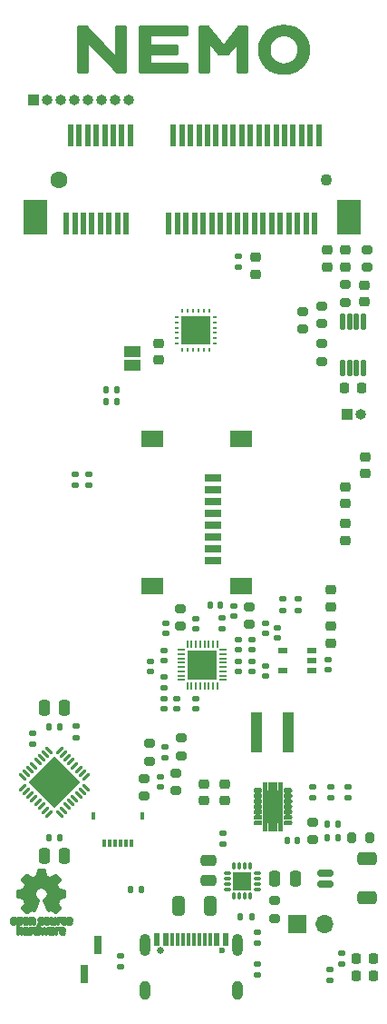
<source format=gbr>
%TF.GenerationSoftware,KiCad,Pcbnew,(6.0.7)*%
%TF.CreationDate,2022-10-07T06:43:15-07:00*%
%TF.ProjectId,phone-rounded,70686f6e-652d-4726-9f75-6e6465642e6b,rev?*%
%TF.SameCoordinates,Original*%
%TF.FileFunction,Soldermask,Top*%
%TF.FilePolarity,Negative*%
%FSLAX46Y46*%
G04 Gerber Fmt 4.6, Leading zero omitted, Abs format (unit mm)*
G04 Created by KiCad (PCBNEW (6.0.7)) date 2022-10-07 06:43:15*
%MOMM*%
%LPD*%
G01*
G04 APERTURE LIST*
G04 Aperture macros list*
%AMRoundRect*
0 Rectangle with rounded corners*
0 $1 Rounding radius*
0 $2 $3 $4 $5 $6 $7 $8 $9 X,Y pos of 4 corners*
0 Add a 4 corners polygon primitive as box body*
4,1,4,$2,$3,$4,$5,$6,$7,$8,$9,$2,$3,0*
0 Add four circle primitives for the rounded corners*
1,1,$1+$1,$2,$3*
1,1,$1+$1,$4,$5*
1,1,$1+$1,$6,$7*
1,1,$1+$1,$8,$9*
0 Add four rect primitives between the rounded corners*
20,1,$1+$1,$2,$3,$4,$5,0*
20,1,$1+$1,$4,$5,$6,$7,0*
20,1,$1+$1,$6,$7,$8,$9,0*
20,1,$1+$1,$8,$9,$2,$3,0*%
%AMRotRect*
0 Rectangle, with rotation*
0 The origin of the aperture is its center*
0 $1 length*
0 $2 width*
0 $3 Rotation angle, in degrees counterclockwise*
0 Add horizontal line*
21,1,$1,$2,0,0,$3*%
G04 Aperture macros list end*
%ADD10C,0.250000*%
%ADD11C,0.010000*%
%ADD12R,0.946899X0.558800*%
%ADD13RoundRect,0.250000X-0.250000X-0.475000X0.250000X-0.475000X0.250000X0.475000X-0.250000X0.475000X0*%
%ADD14RoundRect,0.140000X0.140000X0.170000X-0.140000X0.170000X-0.140000X-0.170000X0.140000X-0.170000X0*%
%ADD15RoundRect,0.200000X0.275000X-0.200000X0.275000X0.200000X-0.275000X0.200000X-0.275000X-0.200000X0*%
%ADD16RoundRect,0.135000X-0.135000X-0.185000X0.135000X-0.185000X0.135000X0.185000X-0.135000X0.185000X0*%
%ADD17RoundRect,0.140000X0.170000X-0.140000X0.170000X0.140000X-0.170000X0.140000X-0.170000X-0.140000X0*%
%ADD18RoundRect,0.225000X0.250000X-0.225000X0.250000X0.225000X-0.250000X0.225000X-0.250000X-0.225000X0*%
%ADD19RoundRect,0.140000X-0.170000X0.140000X-0.170000X-0.140000X0.170000X-0.140000X0.170000X0.140000X0*%
%ADD20R,1.000000X1.000000*%
%ADD21O,1.000000X1.000000*%
%ADD22RoundRect,0.135000X-0.185000X0.135000X-0.185000X-0.135000X0.185000X-0.135000X0.185000X0.135000X0*%
%ADD23RoundRect,0.135000X0.135000X0.185000X-0.135000X0.185000X-0.135000X-0.185000X0.135000X-0.185000X0*%
%ADD24RoundRect,0.135000X0.185000X-0.135000X0.185000X0.135000X-0.185000X0.135000X-0.185000X-0.135000X0*%
%ADD25R,0.300000X0.800000*%
%ADD26R,0.400000X0.800000*%
%ADD27RoundRect,0.200000X-0.275000X0.200000X-0.275000X-0.200000X0.275000X-0.200000X0.275000X0.200000X0*%
%ADD28RoundRect,0.225000X-0.250000X0.225000X-0.250000X-0.225000X0.250000X-0.225000X0.250000X0.225000X0*%
%ADD29RoundRect,0.250000X0.475000X-0.250000X0.475000X0.250000X-0.475000X0.250000X-0.475000X-0.250000X0*%
%ADD30RoundRect,0.250000X0.325000X0.650000X-0.325000X0.650000X-0.325000X-0.650000X0.325000X-0.650000X0*%
%ADD31C,0.300000*%
%ADD32RoundRect,0.200000X-0.200000X-0.275000X0.200000X-0.275000X0.200000X0.275000X-0.200000X0.275000X0*%
%ADD33RoundRect,0.140000X-0.140000X-0.170000X0.140000X-0.170000X0.140000X0.170000X-0.140000X0.170000X0*%
%ADD34RoundRect,0.218750X0.218750X0.256250X-0.218750X0.256250X-0.218750X-0.256250X0.218750X-0.256250X0*%
%ADD35RoundRect,0.250000X0.650000X-0.350000X0.650000X0.350000X-0.650000X0.350000X-0.650000X-0.350000X0*%
%ADD36RoundRect,0.150000X0.625000X-0.150000X0.625000X0.150000X-0.625000X0.150000X-0.625000X-0.150000X0*%
%ADD37R,1.700000X1.700000*%
%ADD38O,1.700000X1.700000*%
%ADD39R,1.500000X1.000000*%
%ADD40RotRect,3.450000X3.450000X315.000000*%
%ADD41RoundRect,0.062500X-0.309359X-0.220971X-0.220971X-0.309359X0.309359X0.220971X0.220971X0.309359X0*%
%ADD42RoundRect,0.062500X-0.309359X0.220971X0.220971X-0.309359X0.309359X-0.220971X-0.220971X0.309359X0*%
%ADD43R,0.250000X0.400000*%
%ADD44R,0.400000X0.250000*%
%ADD45R,0.675000X0.675000*%
%ADD46R,0.153200X0.706399*%
%ADD47R,0.706399X0.153200*%
%ADD48R,2.692400X2.692400*%
%ADD49R,1.680000X1.680000*%
%ADD50RoundRect,0.016800X0.103200X0.283200X-0.103200X0.283200X-0.103200X-0.283200X0.103200X-0.283200X0*%
%ADD51RoundRect,0.007200X0.292800X0.112800X-0.292800X0.112800X-0.292800X-0.112800X0.292800X-0.112800X0*%
%ADD52O,1.000000X2.100000*%
%ADD53O,1.000000X1.800000*%
%ADD54R,0.600000X1.160000*%
%ADD55R,0.300000X1.160000*%
%ADD56C,0.650000*%
%ADD57C,0.600000*%
%ADD58R,0.650000X1.800000*%
%ADD59R,1.100000X3.700000*%
%ADD60RoundRect,0.028800X-0.211200X0.706200X-0.211200X-0.706200X0.211200X-0.706200X0.211200X0.706200X0*%
%ADD61C,1.100000*%
%ADD62C,1.600000*%
%ADD63R,0.600000X2.000000*%
%ADD64R,2.300000X3.200000*%
%ADD65RoundRect,0.218750X-0.256250X0.218750X-0.256250X-0.218750X0.256250X-0.218750X0.256250X0.218750X0*%
%ADD66R,1.500000X0.800000*%
%ADD67R,2.050000X1.500000*%
%ADD68RoundRect,0.225000X-0.225000X-0.250000X0.225000X-0.250000X0.225000X0.250000X-0.225000X0.250000X0*%
G04 APERTURE END LIST*
%TO.C,REF\u002A\u002A*%
G36*
X118550000Y-62050000D02*
G01*
X118550000Y-59146245D01*
X119439236Y-59146245D01*
X119439236Y-63354589D01*
X118638928Y-63354589D01*
X115882298Y-60450833D01*
X115882298Y-63354589D01*
X114993054Y-63354589D01*
X114993054Y-59146245D01*
X115793370Y-59146245D01*
X118550000Y-62050000D01*
G37*
D10*
X118550000Y-62050000D02*
X118550000Y-59146245D01*
X119439236Y-59146245D01*
X119439236Y-63354589D01*
X118638928Y-63354589D01*
X115882298Y-60450833D01*
X115882298Y-63354589D01*
X114993054Y-63354589D01*
X114993054Y-59146245D01*
X115793370Y-59146245D01*
X118550000Y-62050000D01*
G36*
X125130360Y-59903752D02*
G01*
X121662335Y-59903752D01*
X121662335Y-60871663D01*
X124241124Y-60871663D01*
X124241124Y-61629163D01*
X121662335Y-61629163D01*
X121662335Y-62597089D01*
X125130360Y-62597089D01*
X125130360Y-63354589D01*
X120773098Y-63354589D01*
X120773098Y-59146245D01*
X125130360Y-59146245D01*
X125130360Y-59903752D01*
G37*
X125130360Y-59903752D02*
X121662335Y-59903752D01*
X121662335Y-60871663D01*
X124241124Y-60871663D01*
X124241124Y-61629163D01*
X121662335Y-61629163D01*
X121662335Y-62597089D01*
X125130360Y-62597089D01*
X125130360Y-63354589D01*
X120773098Y-63354589D01*
X120773098Y-59146245D01*
X125130360Y-59146245D01*
X125130360Y-59903752D01*
G36*
X131899865Y-61017786D02*
G01*
X131913832Y-60904700D01*
X131933189Y-60793910D01*
X131957822Y-60685524D01*
X131987616Y-60579650D01*
X132022458Y-60476396D01*
X132062233Y-60375870D01*
X132106827Y-60278179D01*
X132156128Y-60183432D01*
X132210020Y-60091737D01*
X132268389Y-60003201D01*
X132331123Y-59917932D01*
X132398106Y-59836039D01*
X132469225Y-59757628D01*
X132544365Y-59682808D01*
X132623414Y-59611687D01*
X132706256Y-59544372D01*
X132792778Y-59480973D01*
X132882866Y-59421595D01*
X132976406Y-59366348D01*
X133073284Y-59315338D01*
X133173386Y-59268675D01*
X133276597Y-59226466D01*
X133382805Y-59188818D01*
X133491895Y-59155841D01*
X133603753Y-59127640D01*
X133718264Y-59104325D01*
X133835316Y-59086004D01*
X133954795Y-59072783D01*
X134076585Y-59064772D01*
X134200573Y-59062078D01*
X134324561Y-59064772D01*
X134446351Y-59072783D01*
X134565829Y-59086004D01*
X134682880Y-59104325D01*
X134797392Y-59127640D01*
X134909249Y-59155841D01*
X135018339Y-59188818D01*
X135124546Y-59226466D01*
X135227758Y-59268675D01*
X135327860Y-59315338D01*
X135424737Y-59366348D01*
X135518277Y-59421595D01*
X135608365Y-59480973D01*
X135694888Y-59544372D01*
X135777730Y-59611687D01*
X135856779Y-59682808D01*
X135931919Y-59757628D01*
X136003038Y-59836039D01*
X136070022Y-59917932D01*
X136132755Y-60003201D01*
X136191125Y-60091737D01*
X136245018Y-60183432D01*
X136294318Y-60278179D01*
X136338913Y-60375870D01*
X136378688Y-60476396D01*
X136413530Y-60579650D01*
X136443324Y-60685524D01*
X136467957Y-60793910D01*
X136487314Y-60904700D01*
X136501282Y-61017786D01*
X136509746Y-61133061D01*
X136512593Y-61250417D01*
X136509746Y-61367772D01*
X136501282Y-61483046D01*
X136487314Y-61596132D01*
X136467957Y-61706921D01*
X136443324Y-61815307D01*
X136413530Y-61921180D01*
X136378688Y-62024434D01*
X136338912Y-62124960D01*
X136294317Y-62222650D01*
X136245016Y-62317396D01*
X136191124Y-62409091D01*
X136132753Y-62497627D01*
X136070020Y-62582895D01*
X136003036Y-62664789D01*
X135931917Y-62743199D01*
X135856776Y-62818019D01*
X135777727Y-62889140D01*
X135694884Y-62956454D01*
X135608362Y-63019854D01*
X135518274Y-63079232D01*
X135424734Y-63134479D01*
X135327856Y-63185488D01*
X135227755Y-63232151D01*
X135124543Y-63274360D01*
X135018336Y-63312008D01*
X134909246Y-63344986D01*
X134797389Y-63373186D01*
X134682878Y-63396501D01*
X134565827Y-63414822D01*
X134446350Y-63428043D01*
X134324561Y-63436054D01*
X134200573Y-63438749D01*
X134076585Y-63436054D01*
X133954795Y-63428043D01*
X133835316Y-63414822D01*
X133718264Y-63396501D01*
X133603753Y-63373186D01*
X133491895Y-63344986D01*
X133382805Y-63312008D01*
X133276597Y-63274360D01*
X133173386Y-63232151D01*
X133073284Y-63185488D01*
X132976406Y-63134479D01*
X132882866Y-63079232D01*
X132792778Y-63019854D01*
X132706256Y-62956454D01*
X132623414Y-62889140D01*
X132544365Y-62818019D01*
X132469225Y-62743199D01*
X132398106Y-62664789D01*
X132331123Y-62582895D01*
X132268389Y-62497627D01*
X132210020Y-62409091D01*
X132156128Y-62317396D01*
X132106827Y-62222650D01*
X132062233Y-62124960D01*
X132022458Y-62024434D01*
X131987616Y-61921180D01*
X131957822Y-61815307D01*
X131933189Y-61706921D01*
X131913832Y-61596132D01*
X131899865Y-61483046D01*
X131891401Y-61367772D01*
X131888554Y-61250417D01*
X132822247Y-61250417D01*
X132823930Y-61324750D01*
X132828934Y-61397780D01*
X132837194Y-61469440D01*
X132848646Y-61539658D01*
X132863224Y-61608365D01*
X132880864Y-61675493D01*
X132901499Y-61740972D01*
X132925065Y-61804733D01*
X132951497Y-61866706D01*
X132980729Y-61926822D01*
X133012697Y-61985011D01*
X133047335Y-62041205D01*
X133084578Y-62095333D01*
X133124362Y-62147328D01*
X133166620Y-62197118D01*
X133211288Y-62244635D01*
X133258301Y-62289809D01*
X133307593Y-62332572D01*
X133359100Y-62372853D01*
X133412756Y-62410584D01*
X133468496Y-62445695D01*
X133526255Y-62478117D01*
X133585968Y-62507780D01*
X133647570Y-62534615D01*
X133710996Y-62558552D01*
X133776180Y-62579523D01*
X133843057Y-62597458D01*
X133911563Y-62612288D01*
X133981632Y-62623943D01*
X134053199Y-62632353D01*
X134126198Y-62637451D01*
X134200566Y-62639165D01*
X134274933Y-62637451D01*
X134347932Y-62632353D01*
X134419498Y-62623943D01*
X134489566Y-62612288D01*
X134558071Y-62597458D01*
X134624948Y-62579523D01*
X134690132Y-62558552D01*
X134753557Y-62534615D01*
X134815158Y-62507780D01*
X134874871Y-62478117D01*
X134932630Y-62445695D01*
X134988370Y-62410584D01*
X135042026Y-62372853D01*
X135093532Y-62332572D01*
X135142824Y-62289809D01*
X135189837Y-62244635D01*
X135234505Y-62197118D01*
X135276763Y-62147328D01*
X135316546Y-62095333D01*
X135353789Y-62041205D01*
X135388427Y-61985011D01*
X135420395Y-61926822D01*
X135449627Y-61866706D01*
X135476059Y-61804733D01*
X135499625Y-61740972D01*
X135520260Y-61675493D01*
X135537900Y-61608365D01*
X135552478Y-61539658D01*
X135563930Y-61469440D01*
X135572190Y-61397780D01*
X135577194Y-61324750D01*
X135578877Y-61250417D01*
X135577194Y-61176084D01*
X135572190Y-61103053D01*
X135563930Y-61031394D01*
X135552478Y-60961176D01*
X135537900Y-60892468D01*
X135520260Y-60825340D01*
X135499625Y-60759861D01*
X135476059Y-60696101D01*
X135449627Y-60634128D01*
X135420395Y-60574012D01*
X135388427Y-60515823D01*
X135353789Y-60459629D01*
X135316546Y-60405500D01*
X135276763Y-60353506D01*
X135234505Y-60303716D01*
X135189837Y-60256199D01*
X135142824Y-60211025D01*
X135093532Y-60168262D01*
X135042026Y-60127980D01*
X134988370Y-60090250D01*
X134932630Y-60055139D01*
X134874871Y-60022717D01*
X134815158Y-59993054D01*
X134753557Y-59966219D01*
X134690132Y-59942282D01*
X134624948Y-59921311D01*
X134558071Y-59903376D01*
X134489566Y-59888546D01*
X134419498Y-59876891D01*
X134347932Y-59868481D01*
X134274933Y-59863383D01*
X134200566Y-59861669D01*
X134126198Y-59863383D01*
X134053199Y-59868481D01*
X133981632Y-59876891D01*
X133911563Y-59888546D01*
X133843057Y-59903376D01*
X133776180Y-59921311D01*
X133710996Y-59942282D01*
X133647570Y-59966219D01*
X133585968Y-59993054D01*
X133526255Y-60022717D01*
X133468496Y-60055139D01*
X133412756Y-60090250D01*
X133359100Y-60127980D01*
X133307593Y-60168262D01*
X133258301Y-60211025D01*
X133211288Y-60256199D01*
X133166620Y-60303716D01*
X133124362Y-60353506D01*
X133084578Y-60405500D01*
X133047335Y-60459629D01*
X133012697Y-60515823D01*
X132980729Y-60574012D01*
X132951497Y-60634128D01*
X132925065Y-60696101D01*
X132901499Y-60759861D01*
X132880864Y-60825340D01*
X132863224Y-60892468D01*
X132848646Y-60961176D01*
X132837194Y-61031394D01*
X132828934Y-61103053D01*
X132823930Y-61176084D01*
X132822247Y-61250417D01*
X131888554Y-61250417D01*
X131891401Y-61133061D01*
X131899865Y-61017786D01*
G37*
X131899865Y-61017786D02*
X131913832Y-60904700D01*
X131933189Y-60793910D01*
X131957822Y-60685524D01*
X131987616Y-60579650D01*
X132022458Y-60476396D01*
X132062233Y-60375870D01*
X132106827Y-60278179D01*
X132156128Y-60183432D01*
X132210020Y-60091737D01*
X132268389Y-60003201D01*
X132331123Y-59917932D01*
X132398106Y-59836039D01*
X132469225Y-59757628D01*
X132544365Y-59682808D01*
X132623414Y-59611687D01*
X132706256Y-59544372D01*
X132792778Y-59480973D01*
X132882866Y-59421595D01*
X132976406Y-59366348D01*
X133073284Y-59315338D01*
X133173386Y-59268675D01*
X133276597Y-59226466D01*
X133382805Y-59188818D01*
X133491895Y-59155841D01*
X133603753Y-59127640D01*
X133718264Y-59104325D01*
X133835316Y-59086004D01*
X133954795Y-59072783D01*
X134076585Y-59064772D01*
X134200573Y-59062078D01*
X134324561Y-59064772D01*
X134446351Y-59072783D01*
X134565829Y-59086004D01*
X134682880Y-59104325D01*
X134797392Y-59127640D01*
X134909249Y-59155841D01*
X135018339Y-59188818D01*
X135124546Y-59226466D01*
X135227758Y-59268675D01*
X135327860Y-59315338D01*
X135424737Y-59366348D01*
X135518277Y-59421595D01*
X135608365Y-59480973D01*
X135694888Y-59544372D01*
X135777730Y-59611687D01*
X135856779Y-59682808D01*
X135931919Y-59757628D01*
X136003038Y-59836039D01*
X136070022Y-59917932D01*
X136132755Y-60003201D01*
X136191125Y-60091737D01*
X136245018Y-60183432D01*
X136294318Y-60278179D01*
X136338913Y-60375870D01*
X136378688Y-60476396D01*
X136413530Y-60579650D01*
X136443324Y-60685524D01*
X136467957Y-60793910D01*
X136487314Y-60904700D01*
X136501282Y-61017786D01*
X136509746Y-61133061D01*
X136512593Y-61250417D01*
X136509746Y-61367772D01*
X136501282Y-61483046D01*
X136487314Y-61596132D01*
X136467957Y-61706921D01*
X136443324Y-61815307D01*
X136413530Y-61921180D01*
X136378688Y-62024434D01*
X136338912Y-62124960D01*
X136294317Y-62222650D01*
X136245016Y-62317396D01*
X136191124Y-62409091D01*
X136132753Y-62497627D01*
X136070020Y-62582895D01*
X136003036Y-62664789D01*
X135931917Y-62743199D01*
X135856776Y-62818019D01*
X135777727Y-62889140D01*
X135694884Y-62956454D01*
X135608362Y-63019854D01*
X135518274Y-63079232D01*
X135424734Y-63134479D01*
X135327856Y-63185488D01*
X135227755Y-63232151D01*
X135124543Y-63274360D01*
X135018336Y-63312008D01*
X134909246Y-63344986D01*
X134797389Y-63373186D01*
X134682878Y-63396501D01*
X134565827Y-63414822D01*
X134446350Y-63428043D01*
X134324561Y-63436054D01*
X134200573Y-63438749D01*
X134076585Y-63436054D01*
X133954795Y-63428043D01*
X133835316Y-63414822D01*
X133718264Y-63396501D01*
X133603753Y-63373186D01*
X133491895Y-63344986D01*
X133382805Y-63312008D01*
X133276597Y-63274360D01*
X133173386Y-63232151D01*
X133073284Y-63185488D01*
X132976406Y-63134479D01*
X132882866Y-63079232D01*
X132792778Y-63019854D01*
X132706256Y-62956454D01*
X132623414Y-62889140D01*
X132544365Y-62818019D01*
X132469225Y-62743199D01*
X132398106Y-62664789D01*
X132331123Y-62582895D01*
X132268389Y-62497627D01*
X132210020Y-62409091D01*
X132156128Y-62317396D01*
X132106827Y-62222650D01*
X132062233Y-62124960D01*
X132022458Y-62024434D01*
X131987616Y-61921180D01*
X131957822Y-61815307D01*
X131933189Y-61706921D01*
X131913832Y-61596132D01*
X131899865Y-61483046D01*
X131891401Y-61367772D01*
X131888554Y-61250417D01*
X132822247Y-61250417D01*
X132823930Y-61324750D01*
X132828934Y-61397780D01*
X132837194Y-61469440D01*
X132848646Y-61539658D01*
X132863224Y-61608365D01*
X132880864Y-61675493D01*
X132901499Y-61740972D01*
X132925065Y-61804733D01*
X132951497Y-61866706D01*
X132980729Y-61926822D01*
X133012697Y-61985011D01*
X133047335Y-62041205D01*
X133084578Y-62095333D01*
X133124362Y-62147328D01*
X133166620Y-62197118D01*
X133211288Y-62244635D01*
X133258301Y-62289809D01*
X133307593Y-62332572D01*
X133359100Y-62372853D01*
X133412756Y-62410584D01*
X133468496Y-62445695D01*
X133526255Y-62478117D01*
X133585968Y-62507780D01*
X133647570Y-62534615D01*
X133710996Y-62558552D01*
X133776180Y-62579523D01*
X133843057Y-62597458D01*
X133911563Y-62612288D01*
X133981632Y-62623943D01*
X134053199Y-62632353D01*
X134126198Y-62637451D01*
X134200566Y-62639165D01*
X134274933Y-62637451D01*
X134347932Y-62632353D01*
X134419498Y-62623943D01*
X134489566Y-62612288D01*
X134558071Y-62597458D01*
X134624948Y-62579523D01*
X134690132Y-62558552D01*
X134753557Y-62534615D01*
X134815158Y-62507780D01*
X134874871Y-62478117D01*
X134932630Y-62445695D01*
X134988370Y-62410584D01*
X135042026Y-62372853D01*
X135093532Y-62332572D01*
X135142824Y-62289809D01*
X135189837Y-62244635D01*
X135234505Y-62197118D01*
X135276763Y-62147328D01*
X135316546Y-62095333D01*
X135353789Y-62041205D01*
X135388427Y-61985011D01*
X135420395Y-61926822D01*
X135449627Y-61866706D01*
X135476059Y-61804733D01*
X135499625Y-61740972D01*
X135520260Y-61675493D01*
X135537900Y-61608365D01*
X135552478Y-61539658D01*
X135563930Y-61469440D01*
X135572190Y-61397780D01*
X135577194Y-61324750D01*
X135578877Y-61250417D01*
X135577194Y-61176084D01*
X135572190Y-61103053D01*
X135563930Y-61031394D01*
X135552478Y-60961176D01*
X135537900Y-60892468D01*
X135520260Y-60825340D01*
X135499625Y-60759861D01*
X135476059Y-60696101D01*
X135449627Y-60634128D01*
X135420395Y-60574012D01*
X135388427Y-60515823D01*
X135353789Y-60459629D01*
X135316546Y-60405500D01*
X135276763Y-60353506D01*
X135234505Y-60303716D01*
X135189837Y-60256199D01*
X135142824Y-60211025D01*
X135093532Y-60168262D01*
X135042026Y-60127980D01*
X134988370Y-60090250D01*
X134932630Y-60055139D01*
X134874871Y-60022717D01*
X134815158Y-59993054D01*
X134753557Y-59966219D01*
X134690132Y-59942282D01*
X134624948Y-59921311D01*
X134558071Y-59903376D01*
X134489566Y-59888546D01*
X134419498Y-59876891D01*
X134347932Y-59868481D01*
X134274933Y-59863383D01*
X134200566Y-59861669D01*
X134126198Y-59863383D01*
X134053199Y-59868481D01*
X133981632Y-59876891D01*
X133911563Y-59888546D01*
X133843057Y-59903376D01*
X133776180Y-59921311D01*
X133710996Y-59942282D01*
X133647570Y-59966219D01*
X133585968Y-59993054D01*
X133526255Y-60022717D01*
X133468496Y-60055139D01*
X133412756Y-60090250D01*
X133359100Y-60127980D01*
X133307593Y-60168262D01*
X133258301Y-60211025D01*
X133211288Y-60256199D01*
X133166620Y-60303716D01*
X133124362Y-60353506D01*
X133084578Y-60405500D01*
X133047335Y-60459629D01*
X133012697Y-60515823D01*
X132980729Y-60574012D01*
X132951497Y-60634128D01*
X132925065Y-60696101D01*
X132901499Y-60759861D01*
X132880864Y-60825340D01*
X132863224Y-60892468D01*
X132848646Y-60961176D01*
X132837194Y-61031394D01*
X132828934Y-61103053D01*
X132823930Y-61176084D01*
X132822247Y-61250417D01*
X131888554Y-61250417D01*
X131891401Y-61133061D01*
X131899865Y-61017786D01*
G36*
X128518368Y-60913755D02*
G01*
X128589505Y-60913755D01*
X129976712Y-59146245D01*
X130777020Y-59146245D01*
X130777020Y-63354589D01*
X129887784Y-63354589D01*
X129887784Y-60408750D01*
X129869999Y-60408750D01*
X129853605Y-60453989D01*
X129833423Y-60504620D01*
X129805531Y-60568666D01*
X129770136Y-60642179D01*
X129749689Y-60681254D01*
X129727445Y-60721216D01*
X129703430Y-60761573D01*
X129677669Y-60801831D01*
X129650188Y-60841497D01*
X129621014Y-60880078D01*
X128998539Y-61671247D01*
X128109303Y-61671247D01*
X127486836Y-60880078D01*
X127457662Y-60841497D01*
X127430181Y-60801831D01*
X127404420Y-60761573D01*
X127380405Y-60721216D01*
X127358161Y-60681254D01*
X127337714Y-60642179D01*
X127319092Y-60604486D01*
X127302319Y-60568666D01*
X127287422Y-60535213D01*
X127274427Y-60504620D01*
X127254245Y-60453989D01*
X127237851Y-60408750D01*
X127220067Y-60408750D01*
X127220067Y-63354589D01*
X126330822Y-63354589D01*
X126330822Y-59146245D01*
X127131161Y-59146245D01*
X128518368Y-60913755D01*
G37*
X128518368Y-60913755D02*
X128589505Y-60913755D01*
X129976712Y-59146245D01*
X130777020Y-59146245D01*
X130777020Y-63354589D01*
X129887784Y-63354589D01*
X129887784Y-60408750D01*
X129869999Y-60408750D01*
X129853605Y-60453989D01*
X129833423Y-60504620D01*
X129805531Y-60568666D01*
X129770136Y-60642179D01*
X129749689Y-60681254D01*
X129727445Y-60721216D01*
X129703430Y-60761573D01*
X129677669Y-60801831D01*
X129650188Y-60841497D01*
X129621014Y-60880078D01*
X128998539Y-61671247D01*
X128109303Y-61671247D01*
X127486836Y-60880078D01*
X127457662Y-60841497D01*
X127430181Y-60801831D01*
X127404420Y-60761573D01*
X127380405Y-60721216D01*
X127358161Y-60681254D01*
X127337714Y-60642179D01*
X127319092Y-60604486D01*
X127302319Y-60568666D01*
X127287422Y-60535213D01*
X127274427Y-60504620D01*
X127254245Y-60453989D01*
X127237851Y-60408750D01*
X127220067Y-60408750D01*
X127220067Y-63354589D01*
X126330822Y-63354589D01*
X126330822Y-59146245D01*
X127131161Y-59146245D01*
X128518368Y-60913755D01*
G36*
X113673445Y-142147197D02*
G01*
X113681733Y-142147572D01*
X113689911Y-142148191D01*
X113697979Y-142149049D01*
X113713784Y-142151463D01*
X113729146Y-142154774D01*
X113744063Y-142158943D01*
X113758533Y-142163931D01*
X113772554Y-142169697D01*
X113786123Y-142176204D01*
X113799240Y-142183411D01*
X113811901Y-142191279D01*
X113824106Y-142199769D01*
X113835851Y-142208840D01*
X113847136Y-142218455D01*
X113857957Y-142228573D01*
X113868314Y-142239156D01*
X113878203Y-142250163D01*
X113790361Y-142328642D01*
X113784728Y-142321961D01*
X113778801Y-142315548D01*
X113772588Y-142309428D01*
X113766097Y-142303622D01*
X113759337Y-142298153D01*
X113752318Y-142293042D01*
X113745048Y-142288312D01*
X113737536Y-142283986D01*
X113729790Y-142280085D01*
X113721820Y-142276632D01*
X113713634Y-142273649D01*
X113705241Y-142271158D01*
X113696650Y-142269183D01*
X113687869Y-142267744D01*
X113678908Y-142266864D01*
X113669776Y-142266566D01*
X113652016Y-142267216D01*
X113635214Y-142269184D01*
X113627181Y-142270673D01*
X113619398Y-142272501D01*
X113611867Y-142274675D01*
X113604592Y-142277196D01*
X113597576Y-142280068D01*
X113590822Y-142283296D01*
X113584334Y-142286883D01*
X113578115Y-142290833D01*
X113572167Y-142295149D01*
X113566495Y-142299834D01*
X113561101Y-142304893D01*
X113555989Y-142310329D01*
X113551162Y-142316146D01*
X113546622Y-142322348D01*
X113542374Y-142328937D01*
X113538421Y-142335918D01*
X113534765Y-142343295D01*
X113531411Y-142351071D01*
X113528360Y-142359249D01*
X113525617Y-142367834D01*
X113523185Y-142376828D01*
X113521066Y-142386236D01*
X113519264Y-142396062D01*
X113517783Y-142406308D01*
X113515795Y-142428078D01*
X113515126Y-142451575D01*
X113515294Y-142463442D01*
X113515795Y-142474880D01*
X113516626Y-142485893D01*
X113517785Y-142496484D01*
X113519266Y-142506656D01*
X113521069Y-142516413D01*
X113523188Y-142525758D01*
X113525622Y-142534695D01*
X113528366Y-142543227D01*
X113531417Y-142551357D01*
X113534773Y-142559090D01*
X113538429Y-142566427D01*
X113542384Y-142573373D01*
X113546633Y-142579932D01*
X113551173Y-142586106D01*
X113556001Y-142591899D01*
X113561114Y-142597314D01*
X113566508Y-142602355D01*
X113572181Y-142607026D01*
X113578129Y-142611329D01*
X113584348Y-142615268D01*
X113590837Y-142618847D01*
X113597590Y-142622068D01*
X113604606Y-142624936D01*
X113611880Y-142627454D01*
X113619410Y-142629625D01*
X113627192Y-142631453D01*
X113635224Y-142632940D01*
X113643501Y-142634091D01*
X113652021Y-142634909D01*
X113660780Y-142635398D01*
X113669776Y-142635560D01*
X113674363Y-142635485D01*
X113678908Y-142635261D01*
X113683410Y-142634893D01*
X113687868Y-142634382D01*
X113696647Y-142632943D01*
X113705236Y-142630967D01*
X113713627Y-142628476D01*
X113721810Y-142625493D01*
X113729779Y-142622039D01*
X113737523Y-142618138D01*
X113745034Y-142613811D01*
X113752303Y-142609082D01*
X113759322Y-142603971D01*
X113766082Y-142598501D01*
X113772575Y-142592695D01*
X113778791Y-142586575D01*
X113784723Y-142580163D01*
X113790361Y-142573481D01*
X113878203Y-142651963D01*
X113868319Y-142662952D01*
X113857968Y-142673520D01*
X113847150Y-142683626D01*
X113835869Y-142693231D01*
X113824126Y-142702295D01*
X113811924Y-142710779D01*
X113799264Y-142718643D01*
X113786147Y-142725848D01*
X113772577Y-142732353D01*
X113758556Y-142738119D01*
X113744084Y-142743108D01*
X113729165Y-142747278D01*
X113713799Y-142750590D01*
X113697990Y-142753005D01*
X113681739Y-142754483D01*
X113665048Y-142754984D01*
X113639442Y-142753959D01*
X113614132Y-142750839D01*
X113589306Y-142745562D01*
X113565151Y-142738063D01*
X113553383Y-142733461D01*
X113541853Y-142728279D01*
X113530584Y-142722510D01*
X113519599Y-142716145D01*
X113508923Y-142709178D01*
X113498577Y-142701599D01*
X113488587Y-142693401D01*
X113478974Y-142684576D01*
X113469763Y-142675116D01*
X113460977Y-142665013D01*
X113452639Y-142654258D01*
X113444772Y-142642845D01*
X113437400Y-142630764D01*
X113430547Y-142618009D01*
X113424236Y-142604570D01*
X113418489Y-142590441D01*
X113413331Y-142575612D01*
X113408785Y-142560077D01*
X113404874Y-142543827D01*
X113401622Y-142526854D01*
X113399052Y-142509150D01*
X113397187Y-142490707D01*
X113396051Y-142471517D01*
X113395667Y-142451573D01*
X113396051Y-142431535D01*
X113397187Y-142412258D01*
X113399052Y-142393732D01*
X113401622Y-142375951D01*
X113404874Y-142358905D01*
X113408785Y-142342587D01*
X113413331Y-142326989D01*
X113418489Y-142312102D01*
X113424236Y-142297918D01*
X113430547Y-142284430D01*
X113437400Y-142271628D01*
X113444772Y-142259505D01*
X113452639Y-142248053D01*
X113460977Y-142237264D01*
X113469763Y-142227128D01*
X113478974Y-142217640D01*
X113488587Y-142208789D01*
X113498577Y-142200568D01*
X113508923Y-142192969D01*
X113519599Y-142185984D01*
X113530584Y-142179605D01*
X113541853Y-142173823D01*
X113553383Y-142168630D01*
X113565151Y-142164018D01*
X113577133Y-142159980D01*
X113589306Y-142156506D01*
X113601647Y-142153589D01*
X113614132Y-142151221D01*
X113626738Y-142149393D01*
X113639442Y-142148097D01*
X113665048Y-142147071D01*
X113673445Y-142147197D01*
G37*
X113673445Y-142147197D02*
X113681733Y-142147572D01*
X113689911Y-142148191D01*
X113697979Y-142149049D01*
X113713784Y-142151463D01*
X113729146Y-142154774D01*
X113744063Y-142158943D01*
X113758533Y-142163931D01*
X113772554Y-142169697D01*
X113786123Y-142176204D01*
X113799240Y-142183411D01*
X113811901Y-142191279D01*
X113824106Y-142199769D01*
X113835851Y-142208840D01*
X113847136Y-142218455D01*
X113857957Y-142228573D01*
X113868314Y-142239156D01*
X113878203Y-142250163D01*
X113790361Y-142328642D01*
X113784728Y-142321961D01*
X113778801Y-142315548D01*
X113772588Y-142309428D01*
X113766097Y-142303622D01*
X113759337Y-142298153D01*
X113752318Y-142293042D01*
X113745048Y-142288312D01*
X113737536Y-142283986D01*
X113729790Y-142280085D01*
X113721820Y-142276632D01*
X113713634Y-142273649D01*
X113705241Y-142271158D01*
X113696650Y-142269183D01*
X113687869Y-142267744D01*
X113678908Y-142266864D01*
X113669776Y-142266566D01*
X113652016Y-142267216D01*
X113635214Y-142269184D01*
X113627181Y-142270673D01*
X113619398Y-142272501D01*
X113611867Y-142274675D01*
X113604592Y-142277196D01*
X113597576Y-142280068D01*
X113590822Y-142283296D01*
X113584334Y-142286883D01*
X113578115Y-142290833D01*
X113572167Y-142295149D01*
X113566495Y-142299834D01*
X113561101Y-142304893D01*
X113555989Y-142310329D01*
X113551162Y-142316146D01*
X113546622Y-142322348D01*
X113542374Y-142328937D01*
X113538421Y-142335918D01*
X113534765Y-142343295D01*
X113531411Y-142351071D01*
X113528360Y-142359249D01*
X113525617Y-142367834D01*
X113523185Y-142376828D01*
X113521066Y-142386236D01*
X113519264Y-142396062D01*
X113517783Y-142406308D01*
X113515795Y-142428078D01*
X113515126Y-142451575D01*
X113515294Y-142463442D01*
X113515795Y-142474880D01*
X113516626Y-142485893D01*
X113517785Y-142496484D01*
X113519266Y-142506656D01*
X113521069Y-142516413D01*
X113523188Y-142525758D01*
X113525622Y-142534695D01*
X113528366Y-142543227D01*
X113531417Y-142551357D01*
X113534773Y-142559090D01*
X113538429Y-142566427D01*
X113542384Y-142573373D01*
X113546633Y-142579932D01*
X113551173Y-142586106D01*
X113556001Y-142591899D01*
X113561114Y-142597314D01*
X113566508Y-142602355D01*
X113572181Y-142607026D01*
X113578129Y-142611329D01*
X113584348Y-142615268D01*
X113590837Y-142618847D01*
X113597590Y-142622068D01*
X113604606Y-142624936D01*
X113611880Y-142627454D01*
X113619410Y-142629625D01*
X113627192Y-142631453D01*
X113635224Y-142632940D01*
X113643501Y-142634091D01*
X113652021Y-142634909D01*
X113660780Y-142635398D01*
X113669776Y-142635560D01*
X113674363Y-142635485D01*
X113678908Y-142635261D01*
X113683410Y-142634893D01*
X113687868Y-142634382D01*
X113696647Y-142632943D01*
X113705236Y-142630967D01*
X113713627Y-142628476D01*
X113721810Y-142625493D01*
X113729779Y-142622039D01*
X113737523Y-142618138D01*
X113745034Y-142613811D01*
X113752303Y-142609082D01*
X113759322Y-142603971D01*
X113766082Y-142598501D01*
X113772575Y-142592695D01*
X113778791Y-142586575D01*
X113784723Y-142580163D01*
X113790361Y-142573481D01*
X113878203Y-142651963D01*
X113868319Y-142662952D01*
X113857968Y-142673520D01*
X113847150Y-142683626D01*
X113835869Y-142693231D01*
X113824126Y-142702295D01*
X113811924Y-142710779D01*
X113799264Y-142718643D01*
X113786147Y-142725848D01*
X113772577Y-142732353D01*
X113758556Y-142738119D01*
X113744084Y-142743108D01*
X113729165Y-142747278D01*
X113713799Y-142750590D01*
X113697990Y-142753005D01*
X113681739Y-142754483D01*
X113665048Y-142754984D01*
X113639442Y-142753959D01*
X113614132Y-142750839D01*
X113589306Y-142745562D01*
X113565151Y-142738063D01*
X113553383Y-142733461D01*
X113541853Y-142728279D01*
X113530584Y-142722510D01*
X113519599Y-142716145D01*
X113508923Y-142709178D01*
X113498577Y-142701599D01*
X113488587Y-142693401D01*
X113478974Y-142684576D01*
X113469763Y-142675116D01*
X113460977Y-142665013D01*
X113452639Y-142654258D01*
X113444772Y-142642845D01*
X113437400Y-142630764D01*
X113430547Y-142618009D01*
X113424236Y-142604570D01*
X113418489Y-142590441D01*
X113413331Y-142575612D01*
X113408785Y-142560077D01*
X113404874Y-142543827D01*
X113401622Y-142526854D01*
X113399052Y-142509150D01*
X113397187Y-142490707D01*
X113396051Y-142471517D01*
X113395667Y-142451573D01*
X113396051Y-142431535D01*
X113397187Y-142412258D01*
X113399052Y-142393732D01*
X113401622Y-142375951D01*
X113404874Y-142358905D01*
X113408785Y-142342587D01*
X113413331Y-142326989D01*
X113418489Y-142312102D01*
X113424236Y-142297918D01*
X113430547Y-142284430D01*
X113437400Y-142271628D01*
X113444772Y-142259505D01*
X113452639Y-142248053D01*
X113460977Y-142237264D01*
X113469763Y-142227128D01*
X113478974Y-142217640D01*
X113488587Y-142208789D01*
X113498577Y-142200568D01*
X113508923Y-142192969D01*
X113519599Y-142185984D01*
X113530584Y-142179605D01*
X113541853Y-142173823D01*
X113553383Y-142168630D01*
X113565151Y-142164018D01*
X113577133Y-142159980D01*
X113589306Y-142156506D01*
X113601647Y-142153589D01*
X113614132Y-142151221D01*
X113626738Y-142149393D01*
X113639442Y-142148097D01*
X113665048Y-142147071D01*
X113673445Y-142147197D01*
G36*
X111516381Y-142147505D02*
G01*
X111534780Y-142148593D01*
X111552447Y-142150383D01*
X111569413Y-142152852D01*
X111585712Y-142155980D01*
X111601377Y-142159748D01*
X111616440Y-142164133D01*
X111630935Y-142169115D01*
X111644893Y-142174674D01*
X111658348Y-142180790D01*
X111671332Y-142187440D01*
X111683880Y-142194606D01*
X111696022Y-142202266D01*
X111707792Y-142210399D01*
X111719223Y-142218985D01*
X111730348Y-142228003D01*
X111656596Y-142314622D01*
X111647797Y-142308608D01*
X111638948Y-142302856D01*
X111630025Y-142297385D01*
X111621006Y-142292210D01*
X111611870Y-142287349D01*
X111602594Y-142282820D01*
X111593156Y-142278641D01*
X111583534Y-142274827D01*
X111573705Y-142271397D01*
X111563647Y-142268368D01*
X111553338Y-142265758D01*
X111542756Y-142263583D01*
X111531879Y-142261862D01*
X111520683Y-142260611D01*
X111509148Y-142259847D01*
X111497251Y-142259589D01*
X111490263Y-142259678D01*
X111483565Y-142259941D01*
X111477154Y-142260376D01*
X111471024Y-142260979D01*
X111465171Y-142261746D01*
X111459590Y-142262673D01*
X111454277Y-142263756D01*
X111449228Y-142264993D01*
X111444438Y-142266379D01*
X111439902Y-142267911D01*
X111435617Y-142269584D01*
X111431576Y-142271396D01*
X111427777Y-142273343D01*
X111424214Y-142275420D01*
X111420883Y-142277625D01*
X111417780Y-142279953D01*
X111414900Y-142282401D01*
X111412238Y-142284966D01*
X111409789Y-142287643D01*
X111407551Y-142290429D01*
X111405517Y-142293321D01*
X111403684Y-142296314D01*
X111402047Y-142299405D01*
X111400601Y-142302590D01*
X111399342Y-142305866D01*
X111398266Y-142309229D01*
X111397367Y-142312675D01*
X111396642Y-142316200D01*
X111396086Y-142319802D01*
X111395695Y-142323475D01*
X111395463Y-142327218D01*
X111395387Y-142331025D01*
X111395612Y-142335850D01*
X111396308Y-142340645D01*
X111397508Y-142345378D01*
X111399245Y-142350019D01*
X111401551Y-142354536D01*
X111404459Y-142358899D01*
X111408002Y-142363078D01*
X111410022Y-142365088D01*
X111412212Y-142367040D01*
X111414578Y-142368931D01*
X111417123Y-142370757D01*
X111419850Y-142372513D01*
X111422765Y-142374196D01*
X111425872Y-142375802D01*
X111429173Y-142377327D01*
X111436379Y-142380119D01*
X111444416Y-142382541D01*
X111453316Y-142384563D01*
X111463112Y-142386153D01*
X111473836Y-142387282D01*
X111572227Y-142394259D01*
X111583545Y-142395222D01*
X111594435Y-142396569D01*
X111604901Y-142398289D01*
X111614948Y-142400375D01*
X111624580Y-142402818D01*
X111633802Y-142405609D01*
X111642618Y-142408741D01*
X111651033Y-142412203D01*
X111659051Y-142415988D01*
X111666677Y-142420087D01*
X111673915Y-142424491D01*
X111680771Y-142429193D01*
X111687247Y-142434182D01*
X111693350Y-142439451D01*
X111699084Y-142444991D01*
X111704452Y-142450793D01*
X111709460Y-142456849D01*
X111714112Y-142463150D01*
X111718412Y-142469688D01*
X111722366Y-142476453D01*
X111725977Y-142483438D01*
X111729251Y-142490634D01*
X111732191Y-142498032D01*
X111734803Y-142505623D01*
X111737090Y-142513400D01*
X111739058Y-142521352D01*
X111742053Y-142537752D01*
X111743823Y-142554754D01*
X111744405Y-142572289D01*
X111744092Y-142583018D01*
X111743161Y-142593455D01*
X111741627Y-142603598D01*
X111739505Y-142613442D01*
X111736808Y-142622985D01*
X111733550Y-142632223D01*
X111729746Y-142641153D01*
X111725409Y-142649773D01*
X111720554Y-142658078D01*
X111715196Y-142666066D01*
X111709347Y-142673734D01*
X111703023Y-142681077D01*
X111696237Y-142688094D01*
X111689004Y-142694780D01*
X111681338Y-142701133D01*
X111673252Y-142707149D01*
X111664762Y-142712826D01*
X111655881Y-142718159D01*
X111637003Y-142727785D01*
X111616732Y-142735999D01*
X111595181Y-142742778D01*
X111572463Y-142748095D01*
X111548692Y-142751924D01*
X111523980Y-142754241D01*
X111498441Y-142755019D01*
X111480516Y-142754607D01*
X111462764Y-142753369D01*
X111445194Y-142751303D01*
X111427814Y-142748409D01*
X111410633Y-142744684D01*
X111393659Y-142740127D01*
X111376901Y-142734736D01*
X111360369Y-142728510D01*
X111344069Y-142721446D01*
X111328011Y-142713544D01*
X111312204Y-142704801D01*
X111296656Y-142695216D01*
X111281376Y-142684788D01*
X111266373Y-142673514D01*
X111251654Y-142661393D01*
X111237229Y-142648423D01*
X111320375Y-142566470D01*
X111330096Y-142575631D01*
X111339954Y-142584211D01*
X111349978Y-142592210D01*
X111360194Y-142599625D01*
X111370629Y-142606455D01*
X111381312Y-142612699D01*
X111392269Y-142618355D01*
X111403529Y-142623422D01*
X111415117Y-142627898D01*
X111427063Y-142631782D01*
X111439393Y-142635073D01*
X111452134Y-142637768D01*
X111465315Y-142639867D01*
X111478962Y-142641368D01*
X111493103Y-142642270D01*
X111507766Y-142642571D01*
X111514076Y-142642496D01*
X111520271Y-142642270D01*
X111526345Y-142641894D01*
X111532293Y-142641367D01*
X111538110Y-142640691D01*
X111543789Y-142639865D01*
X111549326Y-142638889D01*
X111554714Y-142637764D01*
X111559948Y-142636489D01*
X111565022Y-142635066D01*
X111569931Y-142633494D01*
X111574669Y-142631774D01*
X111579230Y-142629905D01*
X111583609Y-142627888D01*
X111587801Y-142625722D01*
X111591799Y-142623410D01*
X111595599Y-142620949D01*
X111599194Y-142618341D01*
X111602578Y-142615586D01*
X111605747Y-142612684D01*
X111608695Y-142609636D01*
X111611416Y-142606440D01*
X111613904Y-142603099D01*
X111616154Y-142599611D01*
X111618160Y-142595977D01*
X111619917Y-142592198D01*
X111621419Y-142588272D01*
X111622661Y-142584202D01*
X111623636Y-142579986D01*
X111624340Y-142575625D01*
X111624766Y-142571120D01*
X111624909Y-142566470D01*
X111624818Y-142562602D01*
X111624545Y-142558901D01*
X111624095Y-142555365D01*
X111623472Y-142551989D01*
X111622681Y-142548770D01*
X111621724Y-142545704D01*
X111620607Y-142542787D01*
X111619333Y-142540017D01*
X111617907Y-142537389D01*
X111616332Y-142534900D01*
X111614612Y-142532545D01*
X111612752Y-142530323D01*
X111610756Y-142528228D01*
X111608627Y-142526257D01*
X111606370Y-142524407D01*
X111603988Y-142522674D01*
X111601486Y-142521054D01*
X111598868Y-142519544D01*
X111593300Y-142516839D01*
X111587315Y-142514529D01*
X111580947Y-142512586D01*
X111574227Y-142510980D01*
X111567188Y-142509683D01*
X111559863Y-142508666D01*
X111552283Y-142507899D01*
X111446847Y-142498538D01*
X111428718Y-142496411D01*
X111411260Y-142493113D01*
X111402804Y-142491029D01*
X111394543Y-142488655D01*
X111386483Y-142485994D01*
X111378635Y-142483047D01*
X111371006Y-142479815D01*
X111363605Y-142476300D01*
X111356440Y-142472502D01*
X111349521Y-142468424D01*
X111342856Y-142464065D01*
X111336453Y-142459429D01*
X111330321Y-142454515D01*
X111324469Y-142449326D01*
X111318905Y-142443862D01*
X111313637Y-142438125D01*
X111308675Y-142432116D01*
X111304027Y-142425837D01*
X111299702Y-142419289D01*
X111295707Y-142412473D01*
X111292052Y-142405390D01*
X111288746Y-142398042D01*
X111285796Y-142390430D01*
X111283212Y-142382556D01*
X111281001Y-142374420D01*
X111279174Y-142366024D01*
X111277737Y-142357370D01*
X111276700Y-142348458D01*
X111276072Y-142339290D01*
X111275861Y-142329867D01*
X111276140Y-142318728D01*
X111276970Y-142307932D01*
X111278338Y-142297481D01*
X111280232Y-142287375D01*
X111282641Y-142277615D01*
X111285550Y-142268201D01*
X111288949Y-142259135D01*
X111292826Y-142250416D01*
X111297167Y-142242045D01*
X111301961Y-142234023D01*
X111307195Y-142226351D01*
X111312858Y-142219030D01*
X111318936Y-142212059D01*
X111325419Y-142205439D01*
X111332293Y-142199172D01*
X111339546Y-142193258D01*
X111347167Y-142187697D01*
X111355142Y-142182490D01*
X111363460Y-142177638D01*
X111372109Y-142173142D01*
X111381076Y-142169001D01*
X111390349Y-142165217D01*
X111409763Y-142158722D01*
X111430255Y-142153661D01*
X111451726Y-142150040D01*
X111474079Y-142147864D01*
X111497216Y-142147137D01*
X111516381Y-142147505D01*
G37*
X111516381Y-142147505D02*
X111534780Y-142148593D01*
X111552447Y-142150383D01*
X111569413Y-142152852D01*
X111585712Y-142155980D01*
X111601377Y-142159748D01*
X111616440Y-142164133D01*
X111630935Y-142169115D01*
X111644893Y-142174674D01*
X111658348Y-142180790D01*
X111671332Y-142187440D01*
X111683880Y-142194606D01*
X111696022Y-142202266D01*
X111707792Y-142210399D01*
X111719223Y-142218985D01*
X111730348Y-142228003D01*
X111656596Y-142314622D01*
X111647797Y-142308608D01*
X111638948Y-142302856D01*
X111630025Y-142297385D01*
X111621006Y-142292210D01*
X111611870Y-142287349D01*
X111602594Y-142282820D01*
X111593156Y-142278641D01*
X111583534Y-142274827D01*
X111573705Y-142271397D01*
X111563647Y-142268368D01*
X111553338Y-142265758D01*
X111542756Y-142263583D01*
X111531879Y-142261862D01*
X111520683Y-142260611D01*
X111509148Y-142259847D01*
X111497251Y-142259589D01*
X111490263Y-142259678D01*
X111483565Y-142259941D01*
X111477154Y-142260376D01*
X111471024Y-142260979D01*
X111465171Y-142261746D01*
X111459590Y-142262673D01*
X111454277Y-142263756D01*
X111449228Y-142264993D01*
X111444438Y-142266379D01*
X111439902Y-142267911D01*
X111435617Y-142269584D01*
X111431576Y-142271396D01*
X111427777Y-142273343D01*
X111424214Y-142275420D01*
X111420883Y-142277625D01*
X111417780Y-142279953D01*
X111414900Y-142282401D01*
X111412238Y-142284966D01*
X111409789Y-142287643D01*
X111407551Y-142290429D01*
X111405517Y-142293321D01*
X111403684Y-142296314D01*
X111402047Y-142299405D01*
X111400601Y-142302590D01*
X111399342Y-142305866D01*
X111398266Y-142309229D01*
X111397367Y-142312675D01*
X111396642Y-142316200D01*
X111396086Y-142319802D01*
X111395695Y-142323475D01*
X111395463Y-142327218D01*
X111395387Y-142331025D01*
X111395612Y-142335850D01*
X111396308Y-142340645D01*
X111397508Y-142345378D01*
X111399245Y-142350019D01*
X111401551Y-142354536D01*
X111404459Y-142358899D01*
X111408002Y-142363078D01*
X111410022Y-142365088D01*
X111412212Y-142367040D01*
X111414578Y-142368931D01*
X111417123Y-142370757D01*
X111419850Y-142372513D01*
X111422765Y-142374196D01*
X111425872Y-142375802D01*
X111429173Y-142377327D01*
X111436379Y-142380119D01*
X111444416Y-142382541D01*
X111453316Y-142384563D01*
X111463112Y-142386153D01*
X111473836Y-142387282D01*
X111572227Y-142394259D01*
X111583545Y-142395222D01*
X111594435Y-142396569D01*
X111604901Y-142398289D01*
X111614948Y-142400375D01*
X111624580Y-142402818D01*
X111633802Y-142405609D01*
X111642618Y-142408741D01*
X111651033Y-142412203D01*
X111659051Y-142415988D01*
X111666677Y-142420087D01*
X111673915Y-142424491D01*
X111680771Y-142429193D01*
X111687247Y-142434182D01*
X111693350Y-142439451D01*
X111699084Y-142444991D01*
X111704452Y-142450793D01*
X111709460Y-142456849D01*
X111714112Y-142463150D01*
X111718412Y-142469688D01*
X111722366Y-142476453D01*
X111725977Y-142483438D01*
X111729251Y-142490634D01*
X111732191Y-142498032D01*
X111734803Y-142505623D01*
X111737090Y-142513400D01*
X111739058Y-142521352D01*
X111742053Y-142537752D01*
X111743823Y-142554754D01*
X111744405Y-142572289D01*
X111744092Y-142583018D01*
X111743161Y-142593455D01*
X111741627Y-142603598D01*
X111739505Y-142613442D01*
X111736808Y-142622985D01*
X111733550Y-142632223D01*
X111729746Y-142641153D01*
X111725409Y-142649773D01*
X111720554Y-142658078D01*
X111715196Y-142666066D01*
X111709347Y-142673734D01*
X111703023Y-142681077D01*
X111696237Y-142688094D01*
X111689004Y-142694780D01*
X111681338Y-142701133D01*
X111673252Y-142707149D01*
X111664762Y-142712826D01*
X111655881Y-142718159D01*
X111637003Y-142727785D01*
X111616732Y-142735999D01*
X111595181Y-142742778D01*
X111572463Y-142748095D01*
X111548692Y-142751924D01*
X111523980Y-142754241D01*
X111498441Y-142755019D01*
X111480516Y-142754607D01*
X111462764Y-142753369D01*
X111445194Y-142751303D01*
X111427814Y-142748409D01*
X111410633Y-142744684D01*
X111393659Y-142740127D01*
X111376901Y-142734736D01*
X111360369Y-142728510D01*
X111344069Y-142721446D01*
X111328011Y-142713544D01*
X111312204Y-142704801D01*
X111296656Y-142695216D01*
X111281376Y-142684788D01*
X111266373Y-142673514D01*
X111251654Y-142661393D01*
X111237229Y-142648423D01*
X111320375Y-142566470D01*
X111330096Y-142575631D01*
X111339954Y-142584211D01*
X111349978Y-142592210D01*
X111360194Y-142599625D01*
X111370629Y-142606455D01*
X111381312Y-142612699D01*
X111392269Y-142618355D01*
X111403529Y-142623422D01*
X111415117Y-142627898D01*
X111427063Y-142631782D01*
X111439393Y-142635073D01*
X111452134Y-142637768D01*
X111465315Y-142639867D01*
X111478962Y-142641368D01*
X111493103Y-142642270D01*
X111507766Y-142642571D01*
X111514076Y-142642496D01*
X111520271Y-142642270D01*
X111526345Y-142641894D01*
X111532293Y-142641367D01*
X111538110Y-142640691D01*
X111543789Y-142639865D01*
X111549326Y-142638889D01*
X111554714Y-142637764D01*
X111559948Y-142636489D01*
X111565022Y-142635066D01*
X111569931Y-142633494D01*
X111574669Y-142631774D01*
X111579230Y-142629905D01*
X111583609Y-142627888D01*
X111587801Y-142625722D01*
X111591799Y-142623410D01*
X111595599Y-142620949D01*
X111599194Y-142618341D01*
X111602578Y-142615586D01*
X111605747Y-142612684D01*
X111608695Y-142609636D01*
X111611416Y-142606440D01*
X111613904Y-142603099D01*
X111616154Y-142599611D01*
X111618160Y-142595977D01*
X111619917Y-142592198D01*
X111621419Y-142588272D01*
X111622661Y-142584202D01*
X111623636Y-142579986D01*
X111624340Y-142575625D01*
X111624766Y-142571120D01*
X111624909Y-142566470D01*
X111624818Y-142562602D01*
X111624545Y-142558901D01*
X111624095Y-142555365D01*
X111623472Y-142551989D01*
X111622681Y-142548770D01*
X111621724Y-142545704D01*
X111620607Y-142542787D01*
X111619333Y-142540017D01*
X111617907Y-142537389D01*
X111616332Y-142534900D01*
X111614612Y-142532545D01*
X111612752Y-142530323D01*
X111610756Y-142528228D01*
X111608627Y-142526257D01*
X111606370Y-142524407D01*
X111603988Y-142522674D01*
X111601486Y-142521054D01*
X111598868Y-142519544D01*
X111593300Y-142516839D01*
X111587315Y-142514529D01*
X111580947Y-142512586D01*
X111574227Y-142510980D01*
X111567188Y-142509683D01*
X111559863Y-142508666D01*
X111552283Y-142507899D01*
X111446847Y-142498538D01*
X111428718Y-142496411D01*
X111411260Y-142493113D01*
X111402804Y-142491029D01*
X111394543Y-142488655D01*
X111386483Y-142485994D01*
X111378635Y-142483047D01*
X111371006Y-142479815D01*
X111363605Y-142476300D01*
X111356440Y-142472502D01*
X111349521Y-142468424D01*
X111342856Y-142464065D01*
X111336453Y-142459429D01*
X111330321Y-142454515D01*
X111324469Y-142449326D01*
X111318905Y-142443862D01*
X111313637Y-142438125D01*
X111308675Y-142432116D01*
X111304027Y-142425837D01*
X111299702Y-142419289D01*
X111295707Y-142412473D01*
X111292052Y-142405390D01*
X111288746Y-142398042D01*
X111285796Y-142390430D01*
X111283212Y-142382556D01*
X111281001Y-142374420D01*
X111279174Y-142366024D01*
X111277737Y-142357370D01*
X111276700Y-142348458D01*
X111276072Y-142339290D01*
X111275861Y-142329867D01*
X111276140Y-142318728D01*
X111276970Y-142307932D01*
X111278338Y-142297481D01*
X111280232Y-142287375D01*
X111282641Y-142277615D01*
X111285550Y-142268201D01*
X111288949Y-142259135D01*
X111292826Y-142250416D01*
X111297167Y-142242045D01*
X111301961Y-142234023D01*
X111307195Y-142226351D01*
X111312858Y-142219030D01*
X111318936Y-142212059D01*
X111325419Y-142205439D01*
X111332293Y-142199172D01*
X111339546Y-142193258D01*
X111347167Y-142187697D01*
X111355142Y-142182490D01*
X111363460Y-142177638D01*
X111372109Y-142173142D01*
X111381076Y-142169001D01*
X111390349Y-142165217D01*
X111409763Y-142158722D01*
X111430255Y-142153661D01*
X111451726Y-142150040D01*
X111474079Y-142147864D01*
X111497216Y-142147137D01*
X111516381Y-142147505D01*
G36*
X112523370Y-142507832D02*
G01*
X112523516Y-142515307D01*
X112523952Y-142522581D01*
X112524671Y-142529651D01*
X112525667Y-142536516D01*
X112526934Y-142543173D01*
X112528466Y-142549619D01*
X112530257Y-142555852D01*
X112532301Y-142561870D01*
X112534592Y-142567670D01*
X112537125Y-142573251D01*
X112539892Y-142578608D01*
X112542888Y-142583741D01*
X112546107Y-142588647D01*
X112549544Y-142593324D01*
X112553191Y-142597768D01*
X112557043Y-142601978D01*
X112561094Y-142605951D01*
X112565337Y-142609685D01*
X112569768Y-142613178D01*
X112574380Y-142616427D01*
X112579166Y-142619430D01*
X112584122Y-142622184D01*
X112589240Y-142624687D01*
X112594515Y-142626937D01*
X112599941Y-142628931D01*
X112605511Y-142630666D01*
X112611221Y-142632142D01*
X112617063Y-142633354D01*
X112623032Y-142634301D01*
X112629121Y-142634981D01*
X112635326Y-142635390D01*
X112641639Y-142635527D01*
X112647853Y-142635390D01*
X112653964Y-142634981D01*
X112659967Y-142634301D01*
X112665855Y-142633354D01*
X112671621Y-142632142D01*
X112677260Y-142630666D01*
X112682766Y-142628931D01*
X112688132Y-142626937D01*
X112693352Y-142624687D01*
X112698419Y-142622184D01*
X112703329Y-142619430D01*
X112708073Y-142616427D01*
X112712647Y-142613178D01*
X112717043Y-142609685D01*
X112721257Y-142605951D01*
X112725280Y-142601978D01*
X112729108Y-142597768D01*
X112732734Y-142593324D01*
X112736152Y-142588647D01*
X112739356Y-142583741D01*
X112742339Y-142578608D01*
X112745095Y-142573251D01*
X112747618Y-142567670D01*
X112749902Y-142561870D01*
X112751941Y-142555852D01*
X112753728Y-142549619D01*
X112755257Y-142543173D01*
X112756522Y-142536516D01*
X112757517Y-142529651D01*
X112758235Y-142522581D01*
X112758670Y-142515307D01*
X112758817Y-142507832D01*
X112758817Y-142154116D01*
X112878228Y-142154116D01*
X112878228Y-142748007D01*
X112758800Y-142748007D01*
X112758800Y-142684706D01*
X112756499Y-142684706D01*
X112749282Y-142693213D01*
X112741692Y-142701172D01*
X112733740Y-142708582D01*
X112725439Y-142715444D01*
X112716801Y-142721758D01*
X112707838Y-142727523D01*
X112698564Y-142732740D01*
X112688989Y-142737408D01*
X112679127Y-142741527D01*
X112668990Y-142745097D01*
X112658590Y-142748119D01*
X112647939Y-142750591D01*
X112637049Y-142752514D01*
X112625934Y-142753887D01*
X112614605Y-142754712D01*
X112603074Y-142754986D01*
X112594259Y-142754777D01*
X112585397Y-142754151D01*
X112567617Y-142751654D01*
X112549905Y-142747506D01*
X112541128Y-142744817D01*
X112532432Y-142741720D01*
X112523840Y-142738216D01*
X112515371Y-142734308D01*
X112507049Y-142729995D01*
X112498893Y-142725281D01*
X112490927Y-142720166D01*
X112483170Y-142714652D01*
X112475645Y-142708741D01*
X112468373Y-142702433D01*
X112461376Y-142695731D01*
X112454674Y-142688636D01*
X112448290Y-142681150D01*
X112442245Y-142673273D01*
X112436560Y-142665008D01*
X112431257Y-142656356D01*
X112426357Y-142647318D01*
X112421882Y-142637896D01*
X112417852Y-142628092D01*
X112414291Y-142617906D01*
X112411219Y-142607341D01*
X112408657Y-142596398D01*
X112406627Y-142585079D01*
X112405150Y-142573384D01*
X112404248Y-142561316D01*
X112403943Y-142548876D01*
X112403943Y-142154116D01*
X112523370Y-142154116D01*
X112523370Y-142507832D01*
G37*
X112523370Y-142507832D02*
X112523516Y-142515307D01*
X112523952Y-142522581D01*
X112524671Y-142529651D01*
X112525667Y-142536516D01*
X112526934Y-142543173D01*
X112528466Y-142549619D01*
X112530257Y-142555852D01*
X112532301Y-142561870D01*
X112534592Y-142567670D01*
X112537125Y-142573251D01*
X112539892Y-142578608D01*
X112542888Y-142583741D01*
X112546107Y-142588647D01*
X112549544Y-142593324D01*
X112553191Y-142597768D01*
X112557043Y-142601978D01*
X112561094Y-142605951D01*
X112565337Y-142609685D01*
X112569768Y-142613178D01*
X112574380Y-142616427D01*
X112579166Y-142619430D01*
X112584122Y-142622184D01*
X112589240Y-142624687D01*
X112594515Y-142626937D01*
X112599941Y-142628931D01*
X112605511Y-142630666D01*
X112611221Y-142632142D01*
X112617063Y-142633354D01*
X112623032Y-142634301D01*
X112629121Y-142634981D01*
X112635326Y-142635390D01*
X112641639Y-142635527D01*
X112647853Y-142635390D01*
X112653964Y-142634981D01*
X112659967Y-142634301D01*
X112665855Y-142633354D01*
X112671621Y-142632142D01*
X112677260Y-142630666D01*
X112682766Y-142628931D01*
X112688132Y-142626937D01*
X112693352Y-142624687D01*
X112698419Y-142622184D01*
X112703329Y-142619430D01*
X112708073Y-142616427D01*
X112712647Y-142613178D01*
X112717043Y-142609685D01*
X112721257Y-142605951D01*
X112725280Y-142601978D01*
X112729108Y-142597768D01*
X112732734Y-142593324D01*
X112736152Y-142588647D01*
X112739356Y-142583741D01*
X112742339Y-142578608D01*
X112745095Y-142573251D01*
X112747618Y-142567670D01*
X112749902Y-142561870D01*
X112751941Y-142555852D01*
X112753728Y-142549619D01*
X112755257Y-142543173D01*
X112756522Y-142536516D01*
X112757517Y-142529651D01*
X112758235Y-142522581D01*
X112758670Y-142515307D01*
X112758817Y-142507832D01*
X112758817Y-142154116D01*
X112878228Y-142154116D01*
X112878228Y-142748007D01*
X112758800Y-142748007D01*
X112758800Y-142684706D01*
X112756499Y-142684706D01*
X112749282Y-142693213D01*
X112741692Y-142701172D01*
X112733740Y-142708582D01*
X112725439Y-142715444D01*
X112716801Y-142721758D01*
X112707838Y-142727523D01*
X112698564Y-142732740D01*
X112688989Y-142737408D01*
X112679127Y-142741527D01*
X112668990Y-142745097D01*
X112658590Y-142748119D01*
X112647939Y-142750591D01*
X112637049Y-142752514D01*
X112625934Y-142753887D01*
X112614605Y-142754712D01*
X112603074Y-142754986D01*
X112594259Y-142754777D01*
X112585397Y-142754151D01*
X112567617Y-142751654D01*
X112549905Y-142747506D01*
X112541128Y-142744817D01*
X112532432Y-142741720D01*
X112523840Y-142738216D01*
X112515371Y-142734308D01*
X112507049Y-142729995D01*
X112498893Y-142725281D01*
X112490927Y-142720166D01*
X112483170Y-142714652D01*
X112475645Y-142708741D01*
X112468373Y-142702433D01*
X112461376Y-142695731D01*
X112454674Y-142688636D01*
X112448290Y-142681150D01*
X112442245Y-142673273D01*
X112436560Y-142665008D01*
X112431257Y-142656356D01*
X112426357Y-142647318D01*
X112421882Y-142637896D01*
X112417852Y-142628092D01*
X112414291Y-142617906D01*
X112411219Y-142607341D01*
X112408657Y-142596398D01*
X112406627Y-142585079D01*
X112405150Y-142573384D01*
X112404248Y-142561316D01*
X112403943Y-142548876D01*
X112403943Y-142154116D01*
X112523370Y-142154116D01*
X112523370Y-142507832D01*
G36*
X111812557Y-142427441D02*
G01*
X111813232Y-142406123D01*
X111814370Y-142386413D01*
X111815984Y-142368193D01*
X111818086Y-142351346D01*
X111820688Y-142335756D01*
X111823801Y-142321305D01*
X111827437Y-142307877D01*
X111831609Y-142295355D01*
X111836328Y-142283621D01*
X111841605Y-142272560D01*
X111847454Y-142262053D01*
X111853885Y-142251985D01*
X111860910Y-142242238D01*
X111868542Y-142232696D01*
X111876792Y-142223240D01*
X111883208Y-142216401D01*
X111890167Y-142209542D01*
X111897691Y-142202727D01*
X111905804Y-142196019D01*
X111914527Y-142189483D01*
X111923882Y-142183182D01*
X111933892Y-142177179D01*
X111944580Y-142171539D01*
X111955967Y-142166324D01*
X111968076Y-142161597D01*
X111980929Y-142157424D01*
X111994549Y-142153867D01*
X112008957Y-142150990D01*
X112024177Y-142148856D01*
X112040230Y-142147529D01*
X112057139Y-142147072D01*
X112065709Y-142147188D01*
X112074060Y-142147529D01*
X112082198Y-142148087D01*
X112090124Y-142148856D01*
X112097841Y-142149826D01*
X112105353Y-142150990D01*
X112112661Y-142152339D01*
X112119769Y-142153867D01*
X112126679Y-142155564D01*
X112133395Y-142157424D01*
X112139918Y-142159437D01*
X112146253Y-142161597D01*
X112152401Y-142163895D01*
X112158366Y-142166323D01*
X112164150Y-142168873D01*
X112169757Y-142171538D01*
X112180447Y-142177179D01*
X112190459Y-142183181D01*
X112199816Y-142189482D01*
X112208539Y-142196018D01*
X112216652Y-142202726D01*
X112224177Y-142209541D01*
X112231136Y-142216400D01*
X112237552Y-142223240D01*
X112245802Y-142232690D01*
X112253432Y-142242228D01*
X112260455Y-142251972D01*
X112266883Y-142262039D01*
X112272726Y-142272544D01*
X112277999Y-142283606D01*
X112282711Y-142295340D01*
X112286877Y-142307863D01*
X112290507Y-142321293D01*
X112293614Y-142335746D01*
X112296210Y-142351338D01*
X112298307Y-142368187D01*
X112299917Y-142386409D01*
X112301052Y-142406121D01*
X112301724Y-142427440D01*
X112301946Y-142450482D01*
X112301724Y-142473717D01*
X112301052Y-142495206D01*
X112299917Y-142515067D01*
X112298307Y-142533418D01*
X112296210Y-142550378D01*
X112293614Y-142566064D01*
X112290507Y-142580595D01*
X112286877Y-142594089D01*
X112282711Y-142606664D01*
X112277999Y-142618438D01*
X112272726Y-142629530D01*
X112266883Y-142640057D01*
X112260455Y-142650138D01*
X112253432Y-142659891D01*
X112245802Y-142669434D01*
X112237552Y-142678885D01*
X112231136Y-142685724D01*
X112224177Y-142692581D01*
X112216652Y-142699393D01*
X112208539Y-142706096D01*
X112199816Y-142712627D01*
X112190459Y-142718922D01*
X112180447Y-142724919D01*
X112169757Y-142730553D01*
X112158366Y-142735762D01*
X112146253Y-142740482D01*
X112133395Y-142744650D01*
X112119769Y-142748202D01*
X112105353Y-142751075D01*
X112090124Y-142753206D01*
X112074060Y-142754531D01*
X112057139Y-142754986D01*
X112048576Y-142754871D01*
X112040230Y-142754531D01*
X112032098Y-142753973D01*
X112024177Y-142753206D01*
X112016464Y-142752237D01*
X112008957Y-142751075D01*
X112001653Y-142749728D01*
X111994549Y-142748202D01*
X111987641Y-142746507D01*
X111980929Y-142744650D01*
X111974408Y-142742639D01*
X111968076Y-142740482D01*
X111961930Y-142738188D01*
X111955967Y-142735762D01*
X111950184Y-142733215D01*
X111944580Y-142730553D01*
X111933892Y-142724919D01*
X111923882Y-142718922D01*
X111914527Y-142712627D01*
X111905804Y-142706096D01*
X111897691Y-142699393D01*
X111890167Y-142692581D01*
X111883208Y-142685724D01*
X111876792Y-142678885D01*
X111868541Y-142669434D01*
X111860909Y-142659893D01*
X111853883Y-142650141D01*
X111847452Y-142640062D01*
X111841604Y-142629537D01*
X111836326Y-142618447D01*
X111831608Y-142606675D01*
X111827436Y-142594102D01*
X111823800Y-142580609D01*
X111820687Y-142566079D01*
X111818085Y-142550393D01*
X111815984Y-142533433D01*
X111814370Y-142515080D01*
X111813231Y-142495216D01*
X111812557Y-142473723D01*
X111812335Y-142450492D01*
X111931827Y-142450492D01*
X111931911Y-142466020D01*
X111932173Y-142480170D01*
X111932624Y-142493046D01*
X111933276Y-142504753D01*
X111934141Y-142515396D01*
X111935231Y-142525079D01*
X111936558Y-142533908D01*
X111938135Y-142541987D01*
X111939973Y-142549421D01*
X111942084Y-142556315D01*
X111944480Y-142562773D01*
X111947174Y-142568902D01*
X111950177Y-142574804D01*
X111953501Y-142580586D01*
X111957159Y-142586352D01*
X111961162Y-142592208D01*
X111964673Y-142596755D01*
X111968630Y-142601145D01*
X111973007Y-142605358D01*
X111977782Y-142609377D01*
X111982928Y-142613182D01*
X111988423Y-142616754D01*
X111994241Y-142620075D01*
X112000358Y-142623126D01*
X112006750Y-142625888D01*
X112013392Y-142628343D01*
X112020260Y-142630472D01*
X112027330Y-142632256D01*
X112034578Y-142633676D01*
X112041978Y-142634713D01*
X112049507Y-142635349D01*
X112057139Y-142635565D01*
X112064783Y-142635349D01*
X112072320Y-142634712D01*
X112079726Y-142633673D01*
X112086977Y-142632251D01*
X112094050Y-142630465D01*
X112100919Y-142628335D01*
X112107562Y-142625878D01*
X112113953Y-142623114D01*
X112120070Y-142620062D01*
X112125889Y-142616740D01*
X112131384Y-142613167D01*
X112136533Y-142609363D01*
X112141311Y-142605346D01*
X112145695Y-142601135D01*
X112149660Y-142596750D01*
X112151478Y-142594497D01*
X112153182Y-142592208D01*
X112157184Y-142586353D01*
X112160839Y-142580589D01*
X112164160Y-142574812D01*
X112167159Y-142568920D01*
X112169848Y-142562809D01*
X112172238Y-142556376D01*
X112174344Y-142549518D01*
X112176176Y-142542131D01*
X112177746Y-142534114D01*
X112179068Y-142525361D01*
X112180153Y-142515772D01*
X112181013Y-142505241D01*
X112181661Y-142493666D01*
X112182109Y-142480945D01*
X112182452Y-142451647D01*
X112182368Y-142436118D01*
X112182109Y-142421966D01*
X112181661Y-142409087D01*
X112181014Y-142397376D01*
X112180154Y-142386729D01*
X112179069Y-142377042D01*
X112177748Y-142368209D01*
X112176177Y-142360127D01*
X112174345Y-142352690D01*
X112172240Y-142345795D01*
X112169849Y-142339336D01*
X112167160Y-142333209D01*
X112164162Y-142327310D01*
X112160840Y-142321533D01*
X112157185Y-142315775D01*
X112153182Y-142309931D01*
X112149660Y-142305384D01*
X112145695Y-142300994D01*
X112141312Y-142296781D01*
X112136534Y-142292762D01*
X112131385Y-142288957D01*
X112125890Y-142285385D01*
X112120071Y-142282064D01*
X112113954Y-142279013D01*
X112107562Y-142276250D01*
X112100920Y-142273796D01*
X112094050Y-142271667D01*
X112086978Y-142269883D01*
X112079726Y-142268463D01*
X112072320Y-142267426D01*
X112064783Y-142266790D01*
X112057139Y-142266574D01*
X112049507Y-142266790D01*
X112041978Y-142267427D01*
X112034578Y-142268466D01*
X112027330Y-142269888D01*
X112020260Y-142271673D01*
X112013392Y-142273804D01*
X112006749Y-142276261D01*
X112000357Y-142279025D01*
X111994240Y-142282077D01*
X111988422Y-142285399D01*
X111982927Y-142288972D01*
X111977781Y-142292776D01*
X111973007Y-142296793D01*
X111968629Y-142301004D01*
X111964673Y-142305389D01*
X111962860Y-142307642D01*
X111961162Y-142309931D01*
X111957159Y-142315775D01*
X111953501Y-142321531D01*
X111950177Y-142327302D01*
X111947174Y-142333191D01*
X111944480Y-142339301D01*
X111942084Y-142345734D01*
X111939973Y-142352594D01*
X111938135Y-142359983D01*
X111936558Y-142368004D01*
X111935231Y-142376760D01*
X111934141Y-142386354D01*
X111933276Y-142396889D01*
X111932624Y-142408467D01*
X111932173Y-142421192D01*
X111931827Y-142450492D01*
X111812335Y-142450492D01*
X111812335Y-142450482D01*
X111812557Y-142427441D01*
G37*
X111812557Y-142427441D02*
X111813232Y-142406123D01*
X111814370Y-142386413D01*
X111815984Y-142368193D01*
X111818086Y-142351346D01*
X111820688Y-142335756D01*
X111823801Y-142321305D01*
X111827437Y-142307877D01*
X111831609Y-142295355D01*
X111836328Y-142283621D01*
X111841605Y-142272560D01*
X111847454Y-142262053D01*
X111853885Y-142251985D01*
X111860910Y-142242238D01*
X111868542Y-142232696D01*
X111876792Y-142223240D01*
X111883208Y-142216401D01*
X111890167Y-142209542D01*
X111897691Y-142202727D01*
X111905804Y-142196019D01*
X111914527Y-142189483D01*
X111923882Y-142183182D01*
X111933892Y-142177179D01*
X111944580Y-142171539D01*
X111955967Y-142166324D01*
X111968076Y-142161597D01*
X111980929Y-142157424D01*
X111994549Y-142153867D01*
X112008957Y-142150990D01*
X112024177Y-142148856D01*
X112040230Y-142147529D01*
X112057139Y-142147072D01*
X112065709Y-142147188D01*
X112074060Y-142147529D01*
X112082198Y-142148087D01*
X112090124Y-142148856D01*
X112097841Y-142149826D01*
X112105353Y-142150990D01*
X112112661Y-142152339D01*
X112119769Y-142153867D01*
X112126679Y-142155564D01*
X112133395Y-142157424D01*
X112139918Y-142159437D01*
X112146253Y-142161597D01*
X112152401Y-142163895D01*
X112158366Y-142166323D01*
X112164150Y-142168873D01*
X112169757Y-142171538D01*
X112180447Y-142177179D01*
X112190459Y-142183181D01*
X112199816Y-142189482D01*
X112208539Y-142196018D01*
X112216652Y-142202726D01*
X112224177Y-142209541D01*
X112231136Y-142216400D01*
X112237552Y-142223240D01*
X112245802Y-142232690D01*
X112253432Y-142242228D01*
X112260455Y-142251972D01*
X112266883Y-142262039D01*
X112272726Y-142272544D01*
X112277999Y-142283606D01*
X112282711Y-142295340D01*
X112286877Y-142307863D01*
X112290507Y-142321293D01*
X112293614Y-142335746D01*
X112296210Y-142351338D01*
X112298307Y-142368187D01*
X112299917Y-142386409D01*
X112301052Y-142406121D01*
X112301724Y-142427440D01*
X112301946Y-142450482D01*
X112301724Y-142473717D01*
X112301052Y-142495206D01*
X112299917Y-142515067D01*
X112298307Y-142533418D01*
X112296210Y-142550378D01*
X112293614Y-142566064D01*
X112290507Y-142580595D01*
X112286877Y-142594089D01*
X112282711Y-142606664D01*
X112277999Y-142618438D01*
X112272726Y-142629530D01*
X112266883Y-142640057D01*
X112260455Y-142650138D01*
X112253432Y-142659891D01*
X112245802Y-142669434D01*
X112237552Y-142678885D01*
X112231136Y-142685724D01*
X112224177Y-142692581D01*
X112216652Y-142699393D01*
X112208539Y-142706096D01*
X112199816Y-142712627D01*
X112190459Y-142718922D01*
X112180447Y-142724919D01*
X112169757Y-142730553D01*
X112158366Y-142735762D01*
X112146253Y-142740482D01*
X112133395Y-142744650D01*
X112119769Y-142748202D01*
X112105353Y-142751075D01*
X112090124Y-142753206D01*
X112074060Y-142754531D01*
X112057139Y-142754986D01*
X112048576Y-142754871D01*
X112040230Y-142754531D01*
X112032098Y-142753973D01*
X112024177Y-142753206D01*
X112016464Y-142752237D01*
X112008957Y-142751075D01*
X112001653Y-142749728D01*
X111994549Y-142748202D01*
X111987641Y-142746507D01*
X111980929Y-142744650D01*
X111974408Y-142742639D01*
X111968076Y-142740482D01*
X111961930Y-142738188D01*
X111955967Y-142735762D01*
X111950184Y-142733215D01*
X111944580Y-142730553D01*
X111933892Y-142724919D01*
X111923882Y-142718922D01*
X111914527Y-142712627D01*
X111905804Y-142706096D01*
X111897691Y-142699393D01*
X111890167Y-142692581D01*
X111883208Y-142685724D01*
X111876792Y-142678885D01*
X111868541Y-142669434D01*
X111860909Y-142659893D01*
X111853883Y-142650141D01*
X111847452Y-142640062D01*
X111841604Y-142629537D01*
X111836326Y-142618447D01*
X111831608Y-142606675D01*
X111827436Y-142594102D01*
X111823800Y-142580609D01*
X111820687Y-142566079D01*
X111818085Y-142550393D01*
X111815984Y-142533433D01*
X111814370Y-142515080D01*
X111813231Y-142495216D01*
X111812557Y-142473723D01*
X111812335Y-142450492D01*
X111931827Y-142450492D01*
X111931911Y-142466020D01*
X111932173Y-142480170D01*
X111932624Y-142493046D01*
X111933276Y-142504753D01*
X111934141Y-142515396D01*
X111935231Y-142525079D01*
X111936558Y-142533908D01*
X111938135Y-142541987D01*
X111939973Y-142549421D01*
X111942084Y-142556315D01*
X111944480Y-142562773D01*
X111947174Y-142568902D01*
X111950177Y-142574804D01*
X111953501Y-142580586D01*
X111957159Y-142586352D01*
X111961162Y-142592208D01*
X111964673Y-142596755D01*
X111968630Y-142601145D01*
X111973007Y-142605358D01*
X111977782Y-142609377D01*
X111982928Y-142613182D01*
X111988423Y-142616754D01*
X111994241Y-142620075D01*
X112000358Y-142623126D01*
X112006750Y-142625888D01*
X112013392Y-142628343D01*
X112020260Y-142630472D01*
X112027330Y-142632256D01*
X112034578Y-142633676D01*
X112041978Y-142634713D01*
X112049507Y-142635349D01*
X112057139Y-142635565D01*
X112064783Y-142635349D01*
X112072320Y-142634712D01*
X112079726Y-142633673D01*
X112086977Y-142632251D01*
X112094050Y-142630465D01*
X112100919Y-142628335D01*
X112107562Y-142625878D01*
X112113953Y-142623114D01*
X112120070Y-142620062D01*
X112125889Y-142616740D01*
X112131384Y-142613167D01*
X112136533Y-142609363D01*
X112141311Y-142605346D01*
X112145695Y-142601135D01*
X112149660Y-142596750D01*
X112151478Y-142594497D01*
X112153182Y-142592208D01*
X112157184Y-142586353D01*
X112160839Y-142580589D01*
X112164160Y-142574812D01*
X112167159Y-142568920D01*
X112169848Y-142562809D01*
X112172238Y-142556376D01*
X112174344Y-142549518D01*
X112176176Y-142542131D01*
X112177746Y-142534114D01*
X112179068Y-142525361D01*
X112180153Y-142515772D01*
X112181013Y-142505241D01*
X112181661Y-142493666D01*
X112182109Y-142480945D01*
X112182452Y-142451647D01*
X112182368Y-142436118D01*
X112182109Y-142421966D01*
X112181661Y-142409087D01*
X112181014Y-142397376D01*
X112180154Y-142386729D01*
X112179069Y-142377042D01*
X112177748Y-142368209D01*
X112176177Y-142360127D01*
X112174345Y-142352690D01*
X112172240Y-142345795D01*
X112169849Y-142339336D01*
X112167160Y-142333209D01*
X112164162Y-142327310D01*
X112160840Y-142321533D01*
X112157185Y-142315775D01*
X112153182Y-142309931D01*
X112149660Y-142305384D01*
X112145695Y-142300994D01*
X112141312Y-142296781D01*
X112136534Y-142292762D01*
X112131385Y-142288957D01*
X112125890Y-142285385D01*
X112120071Y-142282064D01*
X112113954Y-142279013D01*
X112107562Y-142276250D01*
X112100920Y-142273796D01*
X112094050Y-142271667D01*
X112086978Y-142269883D01*
X112079726Y-142268463D01*
X112072320Y-142267426D01*
X112064783Y-142266790D01*
X112057139Y-142266574D01*
X112049507Y-142266790D01*
X112041978Y-142267427D01*
X112034578Y-142268466D01*
X112027330Y-142269888D01*
X112020260Y-142271673D01*
X112013392Y-142273804D01*
X112006749Y-142276261D01*
X112000357Y-142279025D01*
X111994240Y-142282077D01*
X111988422Y-142285399D01*
X111982927Y-142288972D01*
X111977781Y-142292776D01*
X111973007Y-142296793D01*
X111968629Y-142301004D01*
X111964673Y-142305389D01*
X111962860Y-142307642D01*
X111961162Y-142309931D01*
X111957159Y-142315775D01*
X111953501Y-142321531D01*
X111950177Y-142327302D01*
X111947174Y-142333191D01*
X111944480Y-142339301D01*
X111942084Y-142345734D01*
X111939973Y-142352594D01*
X111938135Y-142359983D01*
X111936558Y-142368004D01*
X111935231Y-142376760D01*
X111934141Y-142386354D01*
X111933276Y-142396889D01*
X111932624Y-142408467D01*
X111932173Y-142421192D01*
X111931827Y-142450492D01*
X111812335Y-142450492D01*
X111812335Y-142450482D01*
X111812557Y-142427441D01*
G36*
X111641978Y-143507924D02*
G01*
X111644326Y-143507924D01*
X111778997Y-143092129D01*
X111865682Y-143092129D01*
X112000356Y-143507924D01*
X112002770Y-143507924D01*
X112116309Y-143092129D01*
X112242845Y-143092129D01*
X112053140Y-143685956D01*
X111947671Y-143685956D01*
X111823514Y-143270129D01*
X111821166Y-143270129D01*
X111697011Y-143685956D01*
X111591607Y-143685956D01*
X111401868Y-143092129D01*
X111528338Y-143092129D01*
X111641978Y-143507924D01*
G37*
X111641978Y-143507924D02*
X111644326Y-143507924D01*
X111778997Y-143092129D01*
X111865682Y-143092129D01*
X112000356Y-143507924D01*
X112002770Y-143507924D01*
X112116309Y-143092129D01*
X112242845Y-143092129D01*
X112053140Y-143685956D01*
X111947671Y-143685956D01*
X111823514Y-143270129D01*
X111821166Y-143270129D01*
X111697011Y-143685956D01*
X111591607Y-143685956D01*
X111401868Y-143092129D01*
X111528338Y-143092129D01*
X111641978Y-143507924D01*
G36*
X108702016Y-142427441D02*
G01*
X108702688Y-142406123D01*
X108703823Y-142386413D01*
X108705433Y-142368193D01*
X108707530Y-142351346D01*
X108710127Y-142335756D01*
X108713234Y-142321305D01*
X108716864Y-142307877D01*
X108721030Y-142295355D01*
X108725743Y-142283621D01*
X108731015Y-142272560D01*
X108736859Y-142262053D01*
X108743286Y-142251985D01*
X108750309Y-142242238D01*
X108757939Y-142232696D01*
X108766189Y-142223240D01*
X108772605Y-142216401D01*
X108779565Y-142209542D01*
X108787091Y-142202727D01*
X108795206Y-142196019D01*
X108803932Y-142189483D01*
X108813291Y-142183182D01*
X108823305Y-142177179D01*
X108833997Y-142171539D01*
X108845388Y-142166324D01*
X108857502Y-142161597D01*
X108870361Y-142157424D01*
X108883986Y-142153867D01*
X108898401Y-142150990D01*
X108913626Y-142148856D01*
X108929686Y-142147529D01*
X108946601Y-142147072D01*
X108955164Y-142147188D01*
X108963511Y-142147529D01*
X108971644Y-142148087D01*
X108979565Y-142148856D01*
X108987279Y-142149826D01*
X108994787Y-142150990D01*
X109002092Y-142152339D01*
X109009198Y-142153867D01*
X109016106Y-142155564D01*
X109022820Y-142157424D01*
X109029342Y-142159437D01*
X109035676Y-142161597D01*
X109041823Y-142163895D01*
X109047788Y-142166323D01*
X109053572Y-142168873D01*
X109059178Y-142171538D01*
X109069868Y-142177179D01*
X109079881Y-142183181D01*
X109089239Y-142189482D01*
X109097964Y-142196018D01*
X109106079Y-142202726D01*
X109113605Y-142209541D01*
X109120565Y-142216400D01*
X109126981Y-142223240D01*
X109135231Y-142232690D01*
X109142863Y-142242228D01*
X109149887Y-142251972D01*
X109156317Y-142262039D01*
X109162163Y-142272544D01*
X109167438Y-142283606D01*
X109172154Y-142295340D01*
X109176322Y-142307863D01*
X109179956Y-142321293D01*
X109183066Y-142335746D01*
X109185664Y-142351338D01*
X109187764Y-142368187D01*
X109189376Y-142386409D01*
X109190512Y-142406121D01*
X109191186Y-142427440D01*
X109191407Y-142450482D01*
X109191186Y-142473717D01*
X109190512Y-142495206D01*
X109189376Y-142515067D01*
X109187763Y-142533418D01*
X109185664Y-142550378D01*
X109183065Y-142566064D01*
X109179955Y-142580595D01*
X109176322Y-142594089D01*
X109172153Y-142606664D01*
X109167437Y-142618438D01*
X109162162Y-142629530D01*
X109156316Y-142640057D01*
X109149887Y-142650138D01*
X109142862Y-142659891D01*
X109135231Y-142669434D01*
X109126981Y-142678885D01*
X109120565Y-142685724D01*
X109113605Y-142692581D01*
X109106079Y-142699393D01*
X109097964Y-142706096D01*
X109089239Y-142712627D01*
X109079881Y-142718922D01*
X109069868Y-142724919D01*
X109059178Y-142730553D01*
X109047788Y-142735762D01*
X109035676Y-142740482D01*
X109022820Y-142744650D01*
X109009198Y-142748202D01*
X108994787Y-142751075D01*
X108979565Y-142753206D01*
X108963511Y-142754531D01*
X108946601Y-142754986D01*
X108938035Y-142754871D01*
X108929685Y-142754531D01*
X108921550Y-142753973D01*
X108913626Y-142753206D01*
X108905910Y-142752237D01*
X108898400Y-142751075D01*
X108891093Y-142749728D01*
X108883985Y-142748202D01*
X108877075Y-142746507D01*
X108870360Y-142744650D01*
X108863836Y-142742639D01*
X108857502Y-142740482D01*
X108851353Y-142738188D01*
X108845388Y-142735762D01*
X108839603Y-142733215D01*
X108833996Y-142730553D01*
X108823304Y-142724919D01*
X108813290Y-142718922D01*
X108803931Y-142712627D01*
X108795206Y-142706096D01*
X108787091Y-142699393D01*
X108779565Y-142692581D01*
X108772605Y-142685724D01*
X108766189Y-142678885D01*
X108757938Y-142669434D01*
X108750308Y-142659893D01*
X108743285Y-142650141D01*
X108736858Y-142640062D01*
X108731014Y-142629537D01*
X108725742Y-142618447D01*
X108721029Y-142606675D01*
X108716863Y-142594102D01*
X108713233Y-142580609D01*
X108710126Y-142566079D01*
X108707530Y-142550393D01*
X108705433Y-142533433D01*
X108703823Y-142515080D01*
X108702688Y-142495216D01*
X108702016Y-142473723D01*
X108701795Y-142450492D01*
X108821254Y-142450492D01*
X108821338Y-142466020D01*
X108821600Y-142480170D01*
X108822051Y-142493046D01*
X108822702Y-142504753D01*
X108823567Y-142515396D01*
X108824656Y-142525079D01*
X108825983Y-142533908D01*
X108827558Y-142541987D01*
X108829394Y-142549421D01*
X108831503Y-142556315D01*
X108833897Y-142562773D01*
X108836587Y-142568902D01*
X108839587Y-142574804D01*
X108842907Y-142580586D01*
X108846559Y-142586352D01*
X108850556Y-142592208D01*
X108854078Y-142596755D01*
X108858043Y-142601145D01*
X108862427Y-142605358D01*
X108867205Y-142609377D01*
X108872353Y-142613182D01*
X108877849Y-142616754D01*
X108883667Y-142620075D01*
X108889784Y-142623126D01*
X108896176Y-142625888D01*
X108902819Y-142628343D01*
X108909689Y-142630472D01*
X108916761Y-142632256D01*
X108924012Y-142633676D01*
X108931418Y-142634713D01*
X108938955Y-142635349D01*
X108946599Y-142635565D01*
X108954238Y-142635349D01*
X108961770Y-142634712D01*
X108969172Y-142633673D01*
X108976420Y-142632251D01*
X108983490Y-142630465D01*
X108990357Y-142628335D01*
X108996999Y-142625878D01*
X109003390Y-142623114D01*
X109009508Y-142620062D01*
X109015327Y-142616740D01*
X109020825Y-142613167D01*
X109025976Y-142609363D01*
X109030758Y-142605346D01*
X109035146Y-142601135D01*
X109039116Y-142596750D01*
X109040936Y-142594497D01*
X109042644Y-142592208D01*
X109046640Y-142586353D01*
X109050292Y-142580589D01*
X109053610Y-142574812D01*
X109056607Y-142568920D01*
X109059296Y-142562809D01*
X109061687Y-142556376D01*
X109063793Y-142549518D01*
X109065626Y-142542131D01*
X109067198Y-142534114D01*
X109068522Y-142525361D01*
X109069608Y-142515772D01*
X109070470Y-142505241D01*
X109071120Y-142493666D01*
X109071569Y-142480945D01*
X109071914Y-142451647D01*
X109071830Y-142436118D01*
X109071569Y-142421966D01*
X109071120Y-142409087D01*
X109070470Y-142397376D01*
X109069608Y-142386729D01*
X109068522Y-142377042D01*
X109067198Y-142368209D01*
X109065626Y-142360127D01*
X109063793Y-142352690D01*
X109061687Y-142345795D01*
X109059296Y-142339336D01*
X109056607Y-142333209D01*
X109053610Y-142327310D01*
X109050292Y-142321533D01*
X109046640Y-142315775D01*
X109042644Y-142309931D01*
X109039116Y-142305384D01*
X109035146Y-142300994D01*
X109030758Y-142296781D01*
X109025976Y-142292762D01*
X109020825Y-142288957D01*
X109015327Y-142285385D01*
X109009508Y-142282064D01*
X109003390Y-142279013D01*
X108996999Y-142276250D01*
X108990357Y-142273796D01*
X108983490Y-142271667D01*
X108976420Y-142269883D01*
X108969172Y-142268463D01*
X108961770Y-142267426D01*
X108954238Y-142266790D01*
X108946599Y-142266574D01*
X108938955Y-142266790D01*
X108931418Y-142267427D01*
X108924012Y-142268466D01*
X108916761Y-142269888D01*
X108909688Y-142271673D01*
X108902818Y-142273804D01*
X108896176Y-142276261D01*
X108889784Y-142279025D01*
X108883667Y-142282077D01*
X108877848Y-142285399D01*
X108872353Y-142288972D01*
X108867204Y-142292776D01*
X108862426Y-142296793D01*
X108858043Y-142301004D01*
X108854078Y-142305389D01*
X108852260Y-142307642D01*
X108850556Y-142309931D01*
X108846559Y-142315775D01*
X108842907Y-142321531D01*
X108839587Y-142327302D01*
X108836587Y-142333191D01*
X108833897Y-142339301D01*
X108831503Y-142345734D01*
X108829394Y-142352594D01*
X108827558Y-142359983D01*
X108825983Y-142368004D01*
X108824656Y-142376760D01*
X108823567Y-142386354D01*
X108822702Y-142396889D01*
X108822051Y-142408467D01*
X108821600Y-142421192D01*
X108821254Y-142450492D01*
X108701795Y-142450492D01*
X108701795Y-142450482D01*
X108702016Y-142427441D01*
G37*
X108702016Y-142427441D02*
X108702688Y-142406123D01*
X108703823Y-142386413D01*
X108705433Y-142368193D01*
X108707530Y-142351346D01*
X108710127Y-142335756D01*
X108713234Y-142321305D01*
X108716864Y-142307877D01*
X108721030Y-142295355D01*
X108725743Y-142283621D01*
X108731015Y-142272560D01*
X108736859Y-142262053D01*
X108743286Y-142251985D01*
X108750309Y-142242238D01*
X108757939Y-142232696D01*
X108766189Y-142223240D01*
X108772605Y-142216401D01*
X108779565Y-142209542D01*
X108787091Y-142202727D01*
X108795206Y-142196019D01*
X108803932Y-142189483D01*
X108813291Y-142183182D01*
X108823305Y-142177179D01*
X108833997Y-142171539D01*
X108845388Y-142166324D01*
X108857502Y-142161597D01*
X108870361Y-142157424D01*
X108883986Y-142153867D01*
X108898401Y-142150990D01*
X108913626Y-142148856D01*
X108929686Y-142147529D01*
X108946601Y-142147072D01*
X108955164Y-142147188D01*
X108963511Y-142147529D01*
X108971644Y-142148087D01*
X108979565Y-142148856D01*
X108987279Y-142149826D01*
X108994787Y-142150990D01*
X109002092Y-142152339D01*
X109009198Y-142153867D01*
X109016106Y-142155564D01*
X109022820Y-142157424D01*
X109029342Y-142159437D01*
X109035676Y-142161597D01*
X109041823Y-142163895D01*
X109047788Y-142166323D01*
X109053572Y-142168873D01*
X109059178Y-142171538D01*
X109069868Y-142177179D01*
X109079881Y-142183181D01*
X109089239Y-142189482D01*
X109097964Y-142196018D01*
X109106079Y-142202726D01*
X109113605Y-142209541D01*
X109120565Y-142216400D01*
X109126981Y-142223240D01*
X109135231Y-142232690D01*
X109142863Y-142242228D01*
X109149887Y-142251972D01*
X109156317Y-142262039D01*
X109162163Y-142272544D01*
X109167438Y-142283606D01*
X109172154Y-142295340D01*
X109176322Y-142307863D01*
X109179956Y-142321293D01*
X109183066Y-142335746D01*
X109185664Y-142351338D01*
X109187764Y-142368187D01*
X109189376Y-142386409D01*
X109190512Y-142406121D01*
X109191186Y-142427440D01*
X109191407Y-142450482D01*
X109191186Y-142473717D01*
X109190512Y-142495206D01*
X109189376Y-142515067D01*
X109187763Y-142533418D01*
X109185664Y-142550378D01*
X109183065Y-142566064D01*
X109179955Y-142580595D01*
X109176322Y-142594089D01*
X109172153Y-142606664D01*
X109167437Y-142618438D01*
X109162162Y-142629530D01*
X109156316Y-142640057D01*
X109149887Y-142650138D01*
X109142862Y-142659891D01*
X109135231Y-142669434D01*
X109126981Y-142678885D01*
X109120565Y-142685724D01*
X109113605Y-142692581D01*
X109106079Y-142699393D01*
X109097964Y-142706096D01*
X109089239Y-142712627D01*
X109079881Y-142718922D01*
X109069868Y-142724919D01*
X109059178Y-142730553D01*
X109047788Y-142735762D01*
X109035676Y-142740482D01*
X109022820Y-142744650D01*
X109009198Y-142748202D01*
X108994787Y-142751075D01*
X108979565Y-142753206D01*
X108963511Y-142754531D01*
X108946601Y-142754986D01*
X108938035Y-142754871D01*
X108929685Y-142754531D01*
X108921550Y-142753973D01*
X108913626Y-142753206D01*
X108905910Y-142752237D01*
X108898400Y-142751075D01*
X108891093Y-142749728D01*
X108883985Y-142748202D01*
X108877075Y-142746507D01*
X108870360Y-142744650D01*
X108863836Y-142742639D01*
X108857502Y-142740482D01*
X108851353Y-142738188D01*
X108845388Y-142735762D01*
X108839603Y-142733215D01*
X108833996Y-142730553D01*
X108823304Y-142724919D01*
X108813290Y-142718922D01*
X108803931Y-142712627D01*
X108795206Y-142706096D01*
X108787091Y-142699393D01*
X108779565Y-142692581D01*
X108772605Y-142685724D01*
X108766189Y-142678885D01*
X108757938Y-142669434D01*
X108750308Y-142659893D01*
X108743285Y-142650141D01*
X108736858Y-142640062D01*
X108731014Y-142629537D01*
X108725742Y-142618447D01*
X108721029Y-142606675D01*
X108716863Y-142594102D01*
X108713233Y-142580609D01*
X108710126Y-142566079D01*
X108707530Y-142550393D01*
X108705433Y-142533433D01*
X108703823Y-142515080D01*
X108702688Y-142495216D01*
X108702016Y-142473723D01*
X108701795Y-142450492D01*
X108821254Y-142450492D01*
X108821338Y-142466020D01*
X108821600Y-142480170D01*
X108822051Y-142493046D01*
X108822702Y-142504753D01*
X108823567Y-142515396D01*
X108824656Y-142525079D01*
X108825983Y-142533908D01*
X108827558Y-142541987D01*
X108829394Y-142549421D01*
X108831503Y-142556315D01*
X108833897Y-142562773D01*
X108836587Y-142568902D01*
X108839587Y-142574804D01*
X108842907Y-142580586D01*
X108846559Y-142586352D01*
X108850556Y-142592208D01*
X108854078Y-142596755D01*
X108858043Y-142601145D01*
X108862427Y-142605358D01*
X108867205Y-142609377D01*
X108872353Y-142613182D01*
X108877849Y-142616754D01*
X108883667Y-142620075D01*
X108889784Y-142623126D01*
X108896176Y-142625888D01*
X108902819Y-142628343D01*
X108909689Y-142630472D01*
X108916761Y-142632256D01*
X108924012Y-142633676D01*
X108931418Y-142634713D01*
X108938955Y-142635349D01*
X108946599Y-142635565D01*
X108954238Y-142635349D01*
X108961770Y-142634712D01*
X108969172Y-142633673D01*
X108976420Y-142632251D01*
X108983490Y-142630465D01*
X108990357Y-142628335D01*
X108996999Y-142625878D01*
X109003390Y-142623114D01*
X109009508Y-142620062D01*
X109015327Y-142616740D01*
X109020825Y-142613167D01*
X109025976Y-142609363D01*
X109030758Y-142605346D01*
X109035146Y-142601135D01*
X109039116Y-142596750D01*
X109040936Y-142594497D01*
X109042644Y-142592208D01*
X109046640Y-142586353D01*
X109050292Y-142580589D01*
X109053610Y-142574812D01*
X109056607Y-142568920D01*
X109059296Y-142562809D01*
X109061687Y-142556376D01*
X109063793Y-142549518D01*
X109065626Y-142542131D01*
X109067198Y-142534114D01*
X109068522Y-142525361D01*
X109069608Y-142515772D01*
X109070470Y-142505241D01*
X109071120Y-142493666D01*
X109071569Y-142480945D01*
X109071914Y-142451647D01*
X109071830Y-142436118D01*
X109071569Y-142421966D01*
X109071120Y-142409087D01*
X109070470Y-142397376D01*
X109069608Y-142386729D01*
X109068522Y-142377042D01*
X109067198Y-142368209D01*
X109065626Y-142360127D01*
X109063793Y-142352690D01*
X109061687Y-142345795D01*
X109059296Y-142339336D01*
X109056607Y-142333209D01*
X109053610Y-142327310D01*
X109050292Y-142321533D01*
X109046640Y-142315775D01*
X109042644Y-142309931D01*
X109039116Y-142305384D01*
X109035146Y-142300994D01*
X109030758Y-142296781D01*
X109025976Y-142292762D01*
X109020825Y-142288957D01*
X109015327Y-142285385D01*
X109009508Y-142282064D01*
X109003390Y-142279013D01*
X108996999Y-142276250D01*
X108990357Y-142273796D01*
X108983490Y-142271667D01*
X108976420Y-142269883D01*
X108969172Y-142268463D01*
X108961770Y-142267426D01*
X108954238Y-142266790D01*
X108946599Y-142266574D01*
X108938955Y-142266790D01*
X108931418Y-142267427D01*
X108924012Y-142268466D01*
X108916761Y-142269888D01*
X108909688Y-142271673D01*
X108902818Y-142273804D01*
X108896176Y-142276261D01*
X108889784Y-142279025D01*
X108883667Y-142282077D01*
X108877848Y-142285399D01*
X108872353Y-142288972D01*
X108867204Y-142292776D01*
X108862426Y-142296793D01*
X108858043Y-142301004D01*
X108854078Y-142305389D01*
X108852260Y-142307642D01*
X108850556Y-142309931D01*
X108846559Y-142315775D01*
X108842907Y-142321531D01*
X108839587Y-142327302D01*
X108836587Y-142333191D01*
X108833897Y-142339301D01*
X108831503Y-142345734D01*
X108829394Y-142352594D01*
X108827558Y-142359983D01*
X108825983Y-142368004D01*
X108824656Y-142376760D01*
X108823567Y-142386354D01*
X108822702Y-142396889D01*
X108822051Y-142408467D01*
X108821600Y-142421192D01*
X108821254Y-142450492D01*
X108701795Y-142450492D01*
X108701795Y-142450482D01*
X108702016Y-142427441D01*
G36*
X109412828Y-142154149D02*
G01*
X109412828Y-142216227D01*
X109420062Y-142208693D01*
X109427691Y-142201483D01*
X109435696Y-142194619D01*
X109444060Y-142188125D01*
X109452768Y-142182023D01*
X109461801Y-142176334D01*
X109471142Y-142171081D01*
X109480775Y-142166286D01*
X109490683Y-142161972D01*
X109500848Y-142158161D01*
X109511253Y-142154875D01*
X109521881Y-142152137D01*
X109532716Y-142149968D01*
X109543740Y-142148391D01*
X109554936Y-142147429D01*
X109566287Y-142147103D01*
X109579666Y-142147482D01*
X109592582Y-142148600D01*
X109605036Y-142150424D01*
X109617029Y-142152925D01*
X109628564Y-142156071D01*
X109639641Y-142159831D01*
X109650262Y-142164175D01*
X109660429Y-142169072D01*
X109670143Y-142174490D01*
X109679407Y-142180399D01*
X109688220Y-142186768D01*
X109696586Y-142193566D01*
X109704505Y-142200762D01*
X109711980Y-142208325D01*
X109719011Y-142216224D01*
X109725600Y-142224429D01*
X109731475Y-142232321D01*
X109736821Y-142240293D01*
X109741660Y-142248509D01*
X109746011Y-142257131D01*
X109748010Y-142261645D01*
X109749896Y-142266323D01*
X109751670Y-142271183D01*
X109753335Y-142276247D01*
X109754894Y-142281535D01*
X109756349Y-142287067D01*
X109758958Y-142298946D01*
X109761183Y-142312047D01*
X109763044Y-142326533D01*
X109764563Y-142342567D01*
X109765759Y-142360313D01*
X109766654Y-142379933D01*
X109767268Y-142401591D01*
X109767621Y-142425450D01*
X109767734Y-142451672D01*
X109767267Y-142501352D01*
X109765759Y-142542332D01*
X109764563Y-142559963D01*
X109763044Y-142575903D01*
X109761182Y-142590312D01*
X109758957Y-142603351D01*
X109756348Y-142615182D01*
X109753334Y-142625966D01*
X109749895Y-142635863D01*
X109746010Y-142645035D01*
X109741659Y-142653643D01*
X109736820Y-142661848D01*
X109731474Y-142669810D01*
X109725600Y-142677691D01*
X109719011Y-142685896D01*
X109711980Y-142693796D01*
X109704506Y-142701359D01*
X109696587Y-142708555D01*
X109688221Y-142715353D01*
X109679408Y-142721722D01*
X109670144Y-142727631D01*
X109660430Y-142733050D01*
X109650263Y-142737946D01*
X109645009Y-142740189D01*
X109639641Y-142742290D01*
X109634160Y-142744245D01*
X109628564Y-142746051D01*
X109622854Y-142747703D01*
X109617030Y-142749197D01*
X109611090Y-142750530D01*
X109605036Y-142751698D01*
X109598867Y-142752696D01*
X109592582Y-142753522D01*
X109586182Y-142754171D01*
X109579666Y-142754639D01*
X109573035Y-142754923D01*
X109566287Y-142755019D01*
X109555013Y-142754693D01*
X109544028Y-142753728D01*
X109533318Y-142752146D01*
X109522868Y-142749967D01*
X109512666Y-142747212D01*
X109502698Y-142743900D01*
X109492949Y-142740053D01*
X109483406Y-142735692D01*
X109474056Y-142730836D01*
X109464883Y-142725506D01*
X109455876Y-142719724D01*
X109447019Y-142713509D01*
X109438300Y-142706883D01*
X109429704Y-142699865D01*
X109421218Y-142692477D01*
X109412828Y-142684739D01*
X109412404Y-143155366D01*
X109420034Y-143146859D01*
X109427986Y-143138900D01*
X109436254Y-143131490D01*
X109444831Y-143124627D01*
X109453710Y-143118314D01*
X109462884Y-143112548D01*
X109472346Y-143107332D01*
X109482089Y-143102664D01*
X109492107Y-143098545D01*
X109502392Y-143094974D01*
X109512938Y-143091953D01*
X109523737Y-143089481D01*
X109534784Y-143087558D01*
X109546070Y-143086185D01*
X109557589Y-143085360D01*
X109569335Y-143085085D01*
X109578044Y-143085295D01*
X109586808Y-143085921D01*
X109595603Y-143086962D01*
X109604409Y-143088418D01*
X109613203Y-143090286D01*
X109621965Y-143092566D01*
X109630672Y-143095255D01*
X109639302Y-143098352D01*
X109647835Y-143101855D01*
X109656249Y-143105764D01*
X109664521Y-143110076D01*
X109672630Y-143114790D01*
X109680555Y-143119905D01*
X109688274Y-143125419D01*
X109695765Y-143131330D01*
X109703007Y-143137638D01*
X109709977Y-143144340D01*
X109716655Y-143151435D01*
X109723018Y-143158921D01*
X109729046Y-143166798D01*
X109734715Y-143175063D01*
X109740005Y-143183716D01*
X109744894Y-143192753D01*
X109749361Y-143202175D01*
X109753383Y-143211980D01*
X109756939Y-143222165D01*
X109760007Y-143232730D01*
X109762566Y-143243673D01*
X109764594Y-143254993D01*
X109766070Y-143266687D01*
X109766971Y-143278755D01*
X109767276Y-143291195D01*
X109767276Y-143685954D01*
X109647817Y-143685954D01*
X109647817Y-143332240D01*
X109647670Y-143324759D01*
X109647235Y-143317479D01*
X109646517Y-143310404D01*
X109645522Y-143303535D01*
X109644257Y-143296876D01*
X109642728Y-143290427D01*
X109640941Y-143284192D01*
X109638903Y-143278172D01*
X109636619Y-143272371D01*
X109634096Y-143266790D01*
X109631340Y-143261432D01*
X109628358Y-143256299D01*
X109625155Y-143251394D01*
X109621737Y-143246719D01*
X109618112Y-143242276D01*
X109614285Y-143238067D01*
X109610262Y-143234096D01*
X109606049Y-143230364D01*
X109601654Y-143226873D01*
X109597081Y-143223626D01*
X109592338Y-143220626D01*
X109587431Y-143217874D01*
X109582365Y-143215373D01*
X109577146Y-143213125D01*
X109571782Y-143211133D01*
X109566279Y-143209399D01*
X109560642Y-143207926D01*
X109554878Y-143206715D01*
X109548992Y-143205769D01*
X109542992Y-143205090D01*
X109536884Y-143204681D01*
X109530673Y-143204545D01*
X109524357Y-143204681D01*
X109518150Y-143205090D01*
X109512058Y-143205769D01*
X109506087Y-143206715D01*
X109500244Y-143207926D01*
X109494533Y-143209399D01*
X109488961Y-143211134D01*
X109483535Y-143213126D01*
X109478259Y-143215373D01*
X109473141Y-143217874D01*
X109468185Y-143220626D01*
X109463399Y-143223627D01*
X109458788Y-143226873D01*
X109454357Y-143230364D01*
X109450114Y-143234097D01*
X109446064Y-143238068D01*
X109442213Y-143242277D01*
X109438567Y-143246720D01*
X109435132Y-143251395D01*
X109431913Y-143256300D01*
X109428918Y-143261433D01*
X109426152Y-143266791D01*
X109423621Y-143272372D01*
X109421331Y-143278173D01*
X109419287Y-143284192D01*
X109417497Y-143290428D01*
X109415966Y-143296876D01*
X109414700Y-143303536D01*
X109413704Y-143310405D01*
X109412986Y-143317480D01*
X109412551Y-143324759D01*
X109412404Y-143332240D01*
X109412404Y-143685954D01*
X109292907Y-143685956D01*
X109292907Y-142451642D01*
X109412829Y-142451642D01*
X109413299Y-142484100D01*
X109414104Y-142500373D01*
X109415484Y-142516460D01*
X109417584Y-142532196D01*
X109420552Y-142547419D01*
X109424531Y-142561965D01*
X109426946Y-142568934D01*
X109429669Y-142575673D01*
X109432718Y-142582161D01*
X109436111Y-142588378D01*
X109439867Y-142594303D01*
X109444004Y-142599918D01*
X109448539Y-142605200D01*
X109453492Y-142610129D01*
X109458880Y-142614686D01*
X109464721Y-142618849D01*
X109471035Y-142622600D01*
X109477839Y-142625916D01*
X109485151Y-142628778D01*
X109492990Y-142631165D01*
X109501373Y-142633057D01*
X109510320Y-142634434D01*
X109519848Y-142635275D01*
X109529975Y-142635560D01*
X109540208Y-142635291D01*
X109549834Y-142634498D01*
X109558873Y-142633196D01*
X109567343Y-142631404D01*
X109575262Y-142629137D01*
X109582649Y-142626415D01*
X109589521Y-142623252D01*
X109595898Y-142619668D01*
X109601799Y-142615679D01*
X109607240Y-142611302D01*
X109612242Y-142606554D01*
X109616822Y-142601452D01*
X109620998Y-142596015D01*
X109624790Y-142590258D01*
X109628216Y-142584199D01*
X109631294Y-142577856D01*
X109634042Y-142571245D01*
X109636479Y-142564383D01*
X109638624Y-142557288D01*
X109640494Y-142549977D01*
X109642109Y-142542467D01*
X109643487Y-142534776D01*
X109645605Y-142518916D01*
X109646995Y-142502535D01*
X109647805Y-142485771D01*
X109648183Y-142468761D01*
X109648276Y-142451642D01*
X109647805Y-142417111D01*
X109646995Y-142400187D01*
X109645604Y-142383670D01*
X109643487Y-142367697D01*
X109640494Y-142352402D01*
X109636478Y-142337921D01*
X109634041Y-142331028D01*
X109631293Y-142324390D01*
X109628215Y-142318022D01*
X109624790Y-142311943D01*
X109620998Y-142306169D01*
X109616821Y-142300717D01*
X109612241Y-142295603D01*
X109607240Y-142290846D01*
X109601798Y-142286461D01*
X109595898Y-142282466D01*
X109589520Y-142278878D01*
X109582648Y-142275713D01*
X109575261Y-142272989D01*
X109567343Y-142270722D01*
X109558873Y-142268929D01*
X109549834Y-142267627D01*
X109540208Y-142266834D01*
X109529975Y-142266566D01*
X109519850Y-142266851D01*
X109510324Y-142267692D01*
X109501380Y-142269069D01*
X109492998Y-142270963D01*
X109485160Y-142273352D01*
X109477849Y-142276217D01*
X109471046Y-142279538D01*
X109464733Y-142283294D01*
X109458892Y-142287465D01*
X109453504Y-142292031D01*
X109448552Y-142296973D01*
X109444016Y-142302269D01*
X109439879Y-142307899D01*
X109436123Y-142313844D01*
X109432730Y-142320083D01*
X109429680Y-142326597D01*
X109426956Y-142333364D01*
X109424540Y-142340365D01*
X109422414Y-142347580D01*
X109420559Y-142354988D01*
X109418957Y-142362570D01*
X109417590Y-142370305D01*
X109415488Y-142386153D01*
X109414106Y-142402372D01*
X109413300Y-142418801D01*
X109412923Y-142435278D01*
X109412829Y-142451642D01*
X109292907Y-142451642D01*
X109292907Y-142154149D01*
X109412828Y-142154149D01*
G37*
X109412828Y-142154149D02*
X109412828Y-142216227D01*
X109420062Y-142208693D01*
X109427691Y-142201483D01*
X109435696Y-142194619D01*
X109444060Y-142188125D01*
X109452768Y-142182023D01*
X109461801Y-142176334D01*
X109471142Y-142171081D01*
X109480775Y-142166286D01*
X109490683Y-142161972D01*
X109500848Y-142158161D01*
X109511253Y-142154875D01*
X109521881Y-142152137D01*
X109532716Y-142149968D01*
X109543740Y-142148391D01*
X109554936Y-142147429D01*
X109566287Y-142147103D01*
X109579666Y-142147482D01*
X109592582Y-142148600D01*
X109605036Y-142150424D01*
X109617029Y-142152925D01*
X109628564Y-142156071D01*
X109639641Y-142159831D01*
X109650262Y-142164175D01*
X109660429Y-142169072D01*
X109670143Y-142174490D01*
X109679407Y-142180399D01*
X109688220Y-142186768D01*
X109696586Y-142193566D01*
X109704505Y-142200762D01*
X109711980Y-142208325D01*
X109719011Y-142216224D01*
X109725600Y-142224429D01*
X109731475Y-142232321D01*
X109736821Y-142240293D01*
X109741660Y-142248509D01*
X109746011Y-142257131D01*
X109748010Y-142261645D01*
X109749896Y-142266323D01*
X109751670Y-142271183D01*
X109753335Y-142276247D01*
X109754894Y-142281535D01*
X109756349Y-142287067D01*
X109758958Y-142298946D01*
X109761183Y-142312047D01*
X109763044Y-142326533D01*
X109764563Y-142342567D01*
X109765759Y-142360313D01*
X109766654Y-142379933D01*
X109767268Y-142401591D01*
X109767621Y-142425450D01*
X109767734Y-142451672D01*
X109767267Y-142501352D01*
X109765759Y-142542332D01*
X109764563Y-142559963D01*
X109763044Y-142575903D01*
X109761182Y-142590312D01*
X109758957Y-142603351D01*
X109756348Y-142615182D01*
X109753334Y-142625966D01*
X109749895Y-142635863D01*
X109746010Y-142645035D01*
X109741659Y-142653643D01*
X109736820Y-142661848D01*
X109731474Y-142669810D01*
X109725600Y-142677691D01*
X109719011Y-142685896D01*
X109711980Y-142693796D01*
X109704506Y-142701359D01*
X109696587Y-142708555D01*
X109688221Y-142715353D01*
X109679408Y-142721722D01*
X109670144Y-142727631D01*
X109660430Y-142733050D01*
X109650263Y-142737946D01*
X109645009Y-142740189D01*
X109639641Y-142742290D01*
X109634160Y-142744245D01*
X109628564Y-142746051D01*
X109622854Y-142747703D01*
X109617030Y-142749197D01*
X109611090Y-142750530D01*
X109605036Y-142751698D01*
X109598867Y-142752696D01*
X109592582Y-142753522D01*
X109586182Y-142754171D01*
X109579666Y-142754639D01*
X109573035Y-142754923D01*
X109566287Y-142755019D01*
X109555013Y-142754693D01*
X109544028Y-142753728D01*
X109533318Y-142752146D01*
X109522868Y-142749967D01*
X109512666Y-142747212D01*
X109502698Y-142743900D01*
X109492949Y-142740053D01*
X109483406Y-142735692D01*
X109474056Y-142730836D01*
X109464883Y-142725506D01*
X109455876Y-142719724D01*
X109447019Y-142713509D01*
X109438300Y-142706883D01*
X109429704Y-142699865D01*
X109421218Y-142692477D01*
X109412828Y-142684739D01*
X109412404Y-143155366D01*
X109420034Y-143146859D01*
X109427986Y-143138900D01*
X109436254Y-143131490D01*
X109444831Y-143124627D01*
X109453710Y-143118314D01*
X109462884Y-143112548D01*
X109472346Y-143107332D01*
X109482089Y-143102664D01*
X109492107Y-143098545D01*
X109502392Y-143094974D01*
X109512938Y-143091953D01*
X109523737Y-143089481D01*
X109534784Y-143087558D01*
X109546070Y-143086185D01*
X109557589Y-143085360D01*
X109569335Y-143085085D01*
X109578044Y-143085295D01*
X109586808Y-143085921D01*
X109595603Y-143086962D01*
X109604409Y-143088418D01*
X109613203Y-143090286D01*
X109621965Y-143092566D01*
X109630672Y-143095255D01*
X109639302Y-143098352D01*
X109647835Y-143101855D01*
X109656249Y-143105764D01*
X109664521Y-143110076D01*
X109672630Y-143114790D01*
X109680555Y-143119905D01*
X109688274Y-143125419D01*
X109695765Y-143131330D01*
X109703007Y-143137638D01*
X109709977Y-143144340D01*
X109716655Y-143151435D01*
X109723018Y-143158921D01*
X109729046Y-143166798D01*
X109734715Y-143175063D01*
X109740005Y-143183716D01*
X109744894Y-143192753D01*
X109749361Y-143202175D01*
X109753383Y-143211980D01*
X109756939Y-143222165D01*
X109760007Y-143232730D01*
X109762566Y-143243673D01*
X109764594Y-143254993D01*
X109766070Y-143266687D01*
X109766971Y-143278755D01*
X109767276Y-143291195D01*
X109767276Y-143685954D01*
X109647817Y-143685954D01*
X109647817Y-143332240D01*
X109647670Y-143324759D01*
X109647235Y-143317479D01*
X109646517Y-143310404D01*
X109645522Y-143303535D01*
X109644257Y-143296876D01*
X109642728Y-143290427D01*
X109640941Y-143284192D01*
X109638903Y-143278172D01*
X109636619Y-143272371D01*
X109634096Y-143266790D01*
X109631340Y-143261432D01*
X109628358Y-143256299D01*
X109625155Y-143251394D01*
X109621737Y-143246719D01*
X109618112Y-143242276D01*
X109614285Y-143238067D01*
X109610262Y-143234096D01*
X109606049Y-143230364D01*
X109601654Y-143226873D01*
X109597081Y-143223626D01*
X109592338Y-143220626D01*
X109587431Y-143217874D01*
X109582365Y-143215373D01*
X109577146Y-143213125D01*
X109571782Y-143211133D01*
X109566279Y-143209399D01*
X109560642Y-143207926D01*
X109554878Y-143206715D01*
X109548992Y-143205769D01*
X109542992Y-143205090D01*
X109536884Y-143204681D01*
X109530673Y-143204545D01*
X109524357Y-143204681D01*
X109518150Y-143205090D01*
X109512058Y-143205769D01*
X109506087Y-143206715D01*
X109500244Y-143207926D01*
X109494533Y-143209399D01*
X109488961Y-143211134D01*
X109483535Y-143213126D01*
X109478259Y-143215373D01*
X109473141Y-143217874D01*
X109468185Y-143220626D01*
X109463399Y-143223627D01*
X109458788Y-143226873D01*
X109454357Y-143230364D01*
X109450114Y-143234097D01*
X109446064Y-143238068D01*
X109442213Y-143242277D01*
X109438567Y-143246720D01*
X109435132Y-143251395D01*
X109431913Y-143256300D01*
X109428918Y-143261433D01*
X109426152Y-143266791D01*
X109423621Y-143272372D01*
X109421331Y-143278173D01*
X109419287Y-143284192D01*
X109417497Y-143290428D01*
X109415966Y-143296876D01*
X109414700Y-143303536D01*
X109413704Y-143310405D01*
X109412986Y-143317480D01*
X109412551Y-143324759D01*
X109412404Y-143332240D01*
X109412404Y-143685954D01*
X109292907Y-143685956D01*
X109292907Y-142451642D01*
X109412829Y-142451642D01*
X109413299Y-142484100D01*
X109414104Y-142500373D01*
X109415484Y-142516460D01*
X109417584Y-142532196D01*
X109420552Y-142547419D01*
X109424531Y-142561965D01*
X109426946Y-142568934D01*
X109429669Y-142575673D01*
X109432718Y-142582161D01*
X109436111Y-142588378D01*
X109439867Y-142594303D01*
X109444004Y-142599918D01*
X109448539Y-142605200D01*
X109453492Y-142610129D01*
X109458880Y-142614686D01*
X109464721Y-142618849D01*
X109471035Y-142622600D01*
X109477839Y-142625916D01*
X109485151Y-142628778D01*
X109492990Y-142631165D01*
X109501373Y-142633057D01*
X109510320Y-142634434D01*
X109519848Y-142635275D01*
X109529975Y-142635560D01*
X109540208Y-142635291D01*
X109549834Y-142634498D01*
X109558873Y-142633196D01*
X109567343Y-142631404D01*
X109575262Y-142629137D01*
X109582649Y-142626415D01*
X109589521Y-142623252D01*
X109595898Y-142619668D01*
X109601799Y-142615679D01*
X109607240Y-142611302D01*
X109612242Y-142606554D01*
X109616822Y-142601452D01*
X109620998Y-142596015D01*
X109624790Y-142590258D01*
X109628216Y-142584199D01*
X109631294Y-142577856D01*
X109634042Y-142571245D01*
X109636479Y-142564383D01*
X109638624Y-142557288D01*
X109640494Y-142549977D01*
X109642109Y-142542467D01*
X109643487Y-142534776D01*
X109645605Y-142518916D01*
X109646995Y-142502535D01*
X109647805Y-142485771D01*
X109648183Y-142468761D01*
X109648276Y-142451642D01*
X109647805Y-142417111D01*
X109646995Y-142400187D01*
X109645604Y-142383670D01*
X109643487Y-142367697D01*
X109640494Y-142352402D01*
X109636478Y-142337921D01*
X109634041Y-142331028D01*
X109631293Y-142324390D01*
X109628215Y-142318022D01*
X109624790Y-142311943D01*
X109620998Y-142306169D01*
X109616821Y-142300717D01*
X109612241Y-142295603D01*
X109607240Y-142290846D01*
X109601798Y-142286461D01*
X109595898Y-142282466D01*
X109589520Y-142278878D01*
X109582648Y-142275713D01*
X109575261Y-142272989D01*
X109567343Y-142270722D01*
X109558873Y-142268929D01*
X109549834Y-142267627D01*
X109540208Y-142266834D01*
X109529975Y-142266566D01*
X109519850Y-142266851D01*
X109510324Y-142267692D01*
X109501380Y-142269069D01*
X109492998Y-142270963D01*
X109485160Y-142273352D01*
X109477849Y-142276217D01*
X109471046Y-142279538D01*
X109464733Y-142283294D01*
X109458892Y-142287465D01*
X109453504Y-142292031D01*
X109448552Y-142296973D01*
X109444016Y-142302269D01*
X109439879Y-142307899D01*
X109436123Y-142313844D01*
X109432730Y-142320083D01*
X109429680Y-142326597D01*
X109426956Y-142333364D01*
X109424540Y-142340365D01*
X109422414Y-142347580D01*
X109420559Y-142354988D01*
X109418957Y-142362570D01*
X109417590Y-142370305D01*
X109415488Y-142386153D01*
X109414106Y-142402372D01*
X109413300Y-142418801D01*
X109412923Y-142435278D01*
X109412829Y-142451642D01*
X109292907Y-142451642D01*
X109292907Y-142154149D01*
X109412828Y-142154149D01*
G36*
X109854109Y-142373420D02*
G01*
X109857266Y-142355746D01*
X109861052Y-142338910D01*
X109865440Y-142322897D01*
X109870403Y-142307694D01*
X109875916Y-142293285D01*
X109881951Y-142279655D01*
X109888481Y-142266790D01*
X109895481Y-142254674D01*
X109902924Y-142243294D01*
X109910783Y-142232634D01*
X109919031Y-142222679D01*
X109927643Y-142213415D01*
X109936590Y-142204827D01*
X109945848Y-142196900D01*
X109955389Y-142189620D01*
X109965187Y-142182971D01*
X109975214Y-142176939D01*
X109985445Y-142171509D01*
X109995854Y-142166666D01*
X110006412Y-142162396D01*
X110017095Y-142158683D01*
X110027874Y-142155514D01*
X110038725Y-142152872D01*
X110049619Y-142150744D01*
X110071434Y-142147969D01*
X110093106Y-142147071D01*
X110105349Y-142147354D01*
X110117471Y-142148200D01*
X110129455Y-142149600D01*
X110141283Y-142151547D01*
X110152938Y-142154034D01*
X110164402Y-142157053D01*
X110175658Y-142160596D01*
X110186688Y-142164657D01*
X110197474Y-142169227D01*
X110207999Y-142174299D01*
X110218245Y-142179866D01*
X110228195Y-142185920D01*
X110237831Y-142192454D01*
X110247136Y-142199460D01*
X110256091Y-142206930D01*
X110264680Y-142214858D01*
X110272884Y-142223236D01*
X110280687Y-142232055D01*
X110288070Y-142241309D01*
X110295016Y-142250991D01*
X110301507Y-142261092D01*
X110307526Y-142271606D01*
X110313056Y-142282524D01*
X110318078Y-142293839D01*
X110322575Y-142305545D01*
X110326530Y-142317632D01*
X110329924Y-142330094D01*
X110332741Y-142342924D01*
X110334962Y-142356113D01*
X110336570Y-142369655D01*
X110337548Y-142383541D01*
X110337878Y-142397765D01*
X110337878Y-142496155D01*
X109967763Y-142496159D01*
X109967937Y-142505134D01*
X109968454Y-142513828D01*
X109969307Y-142522239D01*
X109970490Y-142530369D01*
X109971995Y-142538216D01*
X109973816Y-142545781D01*
X109975946Y-142553063D01*
X109978377Y-142560062D01*
X109981104Y-142566778D01*
X109984120Y-142573211D01*
X109987416Y-142579360D01*
X109990987Y-142585226D01*
X109994826Y-142590807D01*
X109998926Y-142596104D01*
X110003280Y-142601117D01*
X110007881Y-142605845D01*
X110012722Y-142610289D01*
X110017797Y-142614447D01*
X110023098Y-142618320D01*
X110028619Y-142621907D01*
X110034353Y-142625209D01*
X110040292Y-142628224D01*
X110046431Y-142630954D01*
X110052763Y-142633397D01*
X110059279Y-142635553D01*
X110065975Y-142637423D01*
X110072842Y-142639006D01*
X110079874Y-142640301D01*
X110087064Y-142641309D01*
X110094405Y-142642029D01*
X110101890Y-142642461D01*
X110109513Y-142642605D01*
X110118114Y-142642360D01*
X110126771Y-142641628D01*
X110135459Y-142640419D01*
X110144151Y-142638741D01*
X110152823Y-142636604D01*
X110161449Y-142634014D01*
X110170002Y-142630982D01*
X110178458Y-142627516D01*
X110186789Y-142623625D01*
X110194972Y-142619316D01*
X110202979Y-142614599D01*
X110210786Y-142609482D01*
X110218366Y-142603974D01*
X110225694Y-142598084D01*
X110232743Y-142591820D01*
X110239490Y-142585190D01*
X110326173Y-142658942D01*
X110314988Y-142671215D01*
X110303414Y-142682573D01*
X110291469Y-142693031D01*
X110279175Y-142702608D01*
X110266552Y-142711320D01*
X110253620Y-142719184D01*
X110240400Y-142726218D01*
X110226912Y-142732439D01*
X110213177Y-142737863D01*
X110199215Y-142742509D01*
X110185047Y-142746393D01*
X110170693Y-142749532D01*
X110156174Y-142751944D01*
X110141509Y-142753646D01*
X110126720Y-142754654D01*
X110111827Y-142754986D01*
X110088794Y-142754269D01*
X110065531Y-142751992D01*
X110042275Y-142747972D01*
X110019263Y-142742023D01*
X109996731Y-142733960D01*
X109985719Y-142729078D01*
X109974916Y-142723598D01*
X109964352Y-142717496D01*
X109954055Y-142710751D01*
X109944057Y-142703338D01*
X109934385Y-142695235D01*
X109925071Y-142686418D01*
X109916142Y-142676865D01*
X109907630Y-142666551D01*
X109899564Y-142655455D01*
X109891973Y-142643552D01*
X109884887Y-142630820D01*
X109878335Y-142617236D01*
X109872347Y-142602776D01*
X109866952Y-142587417D01*
X109862181Y-142571136D01*
X109858063Y-142553911D01*
X109854627Y-142535717D01*
X109851904Y-142516532D01*
X109849921Y-142496332D01*
X109848710Y-142475095D01*
X109848300Y-142452798D01*
X109848676Y-142431622D01*
X109849788Y-142411343D01*
X109851059Y-142397797D01*
X109967761Y-142397797D01*
X110218419Y-142397797D01*
X110217951Y-142389460D01*
X110217206Y-142381371D01*
X110216191Y-142373532D01*
X110214911Y-142365944D01*
X110213370Y-142358607D01*
X110211575Y-142351524D01*
X110209531Y-142344694D01*
X110207243Y-142338120D01*
X110204717Y-142331801D01*
X110201957Y-142325740D01*
X110198970Y-142319937D01*
X110195760Y-142314393D01*
X110192333Y-142309109D01*
X110188694Y-142304086D01*
X110184849Y-142299326D01*
X110180803Y-142294829D01*
X110176562Y-142290597D01*
X110172130Y-142286630D01*
X110167513Y-142282929D01*
X110162717Y-142279496D01*
X110157746Y-142276332D01*
X110152607Y-142273437D01*
X110147304Y-142270813D01*
X110141843Y-142268461D01*
X110136229Y-142266382D01*
X110130468Y-142264576D01*
X110124565Y-142263046D01*
X110118525Y-142261791D01*
X110112354Y-142260813D01*
X110106057Y-142260114D01*
X110099639Y-142259693D01*
X110093106Y-142259553D01*
X110086570Y-142259693D01*
X110080143Y-142260114D01*
X110073830Y-142260813D01*
X110067639Y-142261791D01*
X110061575Y-142263046D01*
X110055643Y-142264576D01*
X110049851Y-142266382D01*
X110044203Y-142268461D01*
X110038706Y-142270813D01*
X110033367Y-142273437D01*
X110028190Y-142276332D01*
X110023183Y-142279496D01*
X110018350Y-142282929D01*
X110013698Y-142286630D01*
X110009234Y-142290597D01*
X110004962Y-142294829D01*
X110000889Y-142299326D01*
X109997022Y-142304086D01*
X109993365Y-142309109D01*
X109989925Y-142314393D01*
X109986709Y-142319937D01*
X109983721Y-142325740D01*
X109980969Y-142331801D01*
X109978457Y-142338120D01*
X109976192Y-142344694D01*
X109974181Y-142351524D01*
X109972428Y-142358607D01*
X109970941Y-142365944D01*
X109969724Y-142373532D01*
X109968785Y-142381371D01*
X109968128Y-142389460D01*
X109967761Y-142397797D01*
X109851059Y-142397797D01*
X109851608Y-142391947D01*
X109854109Y-142373420D01*
G37*
X109854109Y-142373420D02*
X109857266Y-142355746D01*
X109861052Y-142338910D01*
X109865440Y-142322897D01*
X109870403Y-142307694D01*
X109875916Y-142293285D01*
X109881951Y-142279655D01*
X109888481Y-142266790D01*
X109895481Y-142254674D01*
X109902924Y-142243294D01*
X109910783Y-142232634D01*
X109919031Y-142222679D01*
X109927643Y-142213415D01*
X109936590Y-142204827D01*
X109945848Y-142196900D01*
X109955389Y-142189620D01*
X109965187Y-142182971D01*
X109975214Y-142176939D01*
X109985445Y-142171509D01*
X109995854Y-142166666D01*
X110006412Y-142162396D01*
X110017095Y-142158683D01*
X110027874Y-142155514D01*
X110038725Y-142152872D01*
X110049619Y-142150744D01*
X110071434Y-142147969D01*
X110093106Y-142147071D01*
X110105349Y-142147354D01*
X110117471Y-142148200D01*
X110129455Y-142149600D01*
X110141283Y-142151547D01*
X110152938Y-142154034D01*
X110164402Y-142157053D01*
X110175658Y-142160596D01*
X110186688Y-142164657D01*
X110197474Y-142169227D01*
X110207999Y-142174299D01*
X110218245Y-142179866D01*
X110228195Y-142185920D01*
X110237831Y-142192454D01*
X110247136Y-142199460D01*
X110256091Y-142206930D01*
X110264680Y-142214858D01*
X110272884Y-142223236D01*
X110280687Y-142232055D01*
X110288070Y-142241309D01*
X110295016Y-142250991D01*
X110301507Y-142261092D01*
X110307526Y-142271606D01*
X110313056Y-142282524D01*
X110318078Y-142293839D01*
X110322575Y-142305545D01*
X110326530Y-142317632D01*
X110329924Y-142330094D01*
X110332741Y-142342924D01*
X110334962Y-142356113D01*
X110336570Y-142369655D01*
X110337548Y-142383541D01*
X110337878Y-142397765D01*
X110337878Y-142496155D01*
X109967763Y-142496159D01*
X109967937Y-142505134D01*
X109968454Y-142513828D01*
X109969307Y-142522239D01*
X109970490Y-142530369D01*
X109971995Y-142538216D01*
X109973816Y-142545781D01*
X109975946Y-142553063D01*
X109978377Y-142560062D01*
X109981104Y-142566778D01*
X109984120Y-142573211D01*
X109987416Y-142579360D01*
X109990987Y-142585226D01*
X109994826Y-142590807D01*
X109998926Y-142596104D01*
X110003280Y-142601117D01*
X110007881Y-142605845D01*
X110012722Y-142610289D01*
X110017797Y-142614447D01*
X110023098Y-142618320D01*
X110028619Y-142621907D01*
X110034353Y-142625209D01*
X110040292Y-142628224D01*
X110046431Y-142630954D01*
X110052763Y-142633397D01*
X110059279Y-142635553D01*
X110065975Y-142637423D01*
X110072842Y-142639006D01*
X110079874Y-142640301D01*
X110087064Y-142641309D01*
X110094405Y-142642029D01*
X110101890Y-142642461D01*
X110109513Y-142642605D01*
X110118114Y-142642360D01*
X110126771Y-142641628D01*
X110135459Y-142640419D01*
X110144151Y-142638741D01*
X110152823Y-142636604D01*
X110161449Y-142634014D01*
X110170002Y-142630982D01*
X110178458Y-142627516D01*
X110186789Y-142623625D01*
X110194972Y-142619316D01*
X110202979Y-142614599D01*
X110210786Y-142609482D01*
X110218366Y-142603974D01*
X110225694Y-142598084D01*
X110232743Y-142591820D01*
X110239490Y-142585190D01*
X110326173Y-142658942D01*
X110314988Y-142671215D01*
X110303414Y-142682573D01*
X110291469Y-142693031D01*
X110279175Y-142702608D01*
X110266552Y-142711320D01*
X110253620Y-142719184D01*
X110240400Y-142726218D01*
X110226912Y-142732439D01*
X110213177Y-142737863D01*
X110199215Y-142742509D01*
X110185047Y-142746393D01*
X110170693Y-142749532D01*
X110156174Y-142751944D01*
X110141509Y-142753646D01*
X110126720Y-142754654D01*
X110111827Y-142754986D01*
X110088794Y-142754269D01*
X110065531Y-142751992D01*
X110042275Y-142747972D01*
X110019263Y-142742023D01*
X109996731Y-142733960D01*
X109985719Y-142729078D01*
X109974916Y-142723598D01*
X109964352Y-142717496D01*
X109954055Y-142710751D01*
X109944057Y-142703338D01*
X109934385Y-142695235D01*
X109925071Y-142686418D01*
X109916142Y-142676865D01*
X109907630Y-142666551D01*
X109899564Y-142655455D01*
X109891973Y-142643552D01*
X109884887Y-142630820D01*
X109878335Y-142617236D01*
X109872347Y-142602776D01*
X109866952Y-142587417D01*
X109862181Y-142571136D01*
X109858063Y-142553911D01*
X109854627Y-142535717D01*
X109851904Y-142516532D01*
X109849921Y-142496332D01*
X109848710Y-142475095D01*
X109848300Y-142452798D01*
X109848676Y-142431622D01*
X109849788Y-142411343D01*
X109851059Y-142397797D01*
X109967761Y-142397797D01*
X110218419Y-142397797D01*
X110217951Y-142389460D01*
X110217206Y-142381371D01*
X110216191Y-142373532D01*
X110214911Y-142365944D01*
X110213370Y-142358607D01*
X110211575Y-142351524D01*
X110209531Y-142344694D01*
X110207243Y-142338120D01*
X110204717Y-142331801D01*
X110201957Y-142325740D01*
X110198970Y-142319937D01*
X110195760Y-142314393D01*
X110192333Y-142309109D01*
X110188694Y-142304086D01*
X110184849Y-142299326D01*
X110180803Y-142294829D01*
X110176562Y-142290597D01*
X110172130Y-142286630D01*
X110167513Y-142282929D01*
X110162717Y-142279496D01*
X110157746Y-142276332D01*
X110152607Y-142273437D01*
X110147304Y-142270813D01*
X110141843Y-142268461D01*
X110136229Y-142266382D01*
X110130468Y-142264576D01*
X110124565Y-142263046D01*
X110118525Y-142261791D01*
X110112354Y-142260813D01*
X110106057Y-142260114D01*
X110099639Y-142259693D01*
X110093106Y-142259553D01*
X110086570Y-142259693D01*
X110080143Y-142260114D01*
X110073830Y-142260813D01*
X110067639Y-142261791D01*
X110061575Y-142263046D01*
X110055643Y-142264576D01*
X110049851Y-142266382D01*
X110044203Y-142268461D01*
X110038706Y-142270813D01*
X110033367Y-142273437D01*
X110028190Y-142276332D01*
X110023183Y-142279496D01*
X110018350Y-142282929D01*
X110013698Y-142286630D01*
X110009234Y-142290597D01*
X110004962Y-142294829D01*
X110000889Y-142299326D01*
X109997022Y-142304086D01*
X109993365Y-142309109D01*
X109989925Y-142314393D01*
X109986709Y-142319937D01*
X109983721Y-142325740D01*
X109980969Y-142331801D01*
X109978457Y-142338120D01*
X109976192Y-142344694D01*
X109974181Y-142351524D01*
X109972428Y-142358607D01*
X109970941Y-142365944D01*
X109969724Y-142373532D01*
X109968785Y-142381371D01*
X109968128Y-142389460D01*
X109967761Y-142397797D01*
X109851059Y-142397797D01*
X109851608Y-142391947D01*
X109854109Y-142373420D01*
G36*
X112252841Y-143493823D02*
G01*
X112253800Y-143485174D01*
X112255143Y-143476644D01*
X112256867Y-143468245D01*
X112258972Y-143459989D01*
X112261458Y-143451888D01*
X112264324Y-143443956D01*
X112267570Y-143436203D01*
X112271194Y-143428642D01*
X112275195Y-143421286D01*
X112279575Y-143414146D01*
X112284330Y-143407235D01*
X112289462Y-143400566D01*
X112294969Y-143394149D01*
X112300850Y-143387999D01*
X112307106Y-143382126D01*
X112313735Y-143376543D01*
X112320736Y-143371263D01*
X112328109Y-143366298D01*
X112335853Y-143361659D01*
X112343968Y-143357359D01*
X112352453Y-143353411D01*
X112361307Y-143349827D01*
X112370529Y-143346618D01*
X112380120Y-143343797D01*
X112390077Y-143341377D01*
X112400402Y-143339369D01*
X112411092Y-143337786D01*
X112422147Y-143336641D01*
X112433566Y-143335944D01*
X112445350Y-143335709D01*
X112610517Y-143335709D01*
X112610517Y-143273635D01*
X112610088Y-143263519D01*
X112609548Y-143258772D01*
X112608789Y-143254228D01*
X112607808Y-143249885D01*
X112606602Y-143245739D01*
X112605169Y-143241787D01*
X112603506Y-143238027D01*
X112601612Y-143234455D01*
X112599484Y-143231068D01*
X112597120Y-143227864D01*
X112594516Y-143224840D01*
X112591672Y-143221992D01*
X112588584Y-143219318D01*
X112585251Y-143216814D01*
X112581669Y-143214477D01*
X112577836Y-143212306D01*
X112573751Y-143210296D01*
X112564812Y-143206749D01*
X112554833Y-143203813D01*
X112543795Y-143201464D01*
X112531679Y-143199679D01*
X112518466Y-143198433D01*
X112504138Y-143197703D01*
X112488675Y-143197465D01*
X112477414Y-143197605D01*
X112466887Y-143198037D01*
X112457057Y-143198775D01*
X112447889Y-143199835D01*
X112443541Y-143200491D01*
X112439346Y-143201232D01*
X112435297Y-143202062D01*
X112431391Y-143202982D01*
X112427624Y-143203993D01*
X112423990Y-143205099D01*
X112420485Y-143206300D01*
X112417105Y-143207598D01*
X112413845Y-143208996D01*
X112410701Y-143210496D01*
X112407668Y-143212099D01*
X112404742Y-143213807D01*
X112401917Y-143215622D01*
X112399190Y-143217547D01*
X112396557Y-143219582D01*
X112394011Y-143221730D01*
X112391550Y-143223993D01*
X112389168Y-143226372D01*
X112386862Y-143228871D01*
X112384625Y-143231489D01*
X112382455Y-143234230D01*
X112380346Y-143237095D01*
X112378294Y-143240087D01*
X112376294Y-143243207D01*
X112282565Y-143171769D01*
X112291364Y-143160364D01*
X112300636Y-143149870D01*
X112310386Y-143140263D01*
X112320619Y-143131519D01*
X112331340Y-143123614D01*
X112342553Y-143116524D01*
X112354265Y-143110223D01*
X112366480Y-143104689D01*
X112379202Y-143099897D01*
X112392437Y-143095822D01*
X112406189Y-143092440D01*
X112420464Y-143089728D01*
X112435267Y-143087661D01*
X112450602Y-143086214D01*
X112466474Y-143085364D01*
X112482888Y-143085085D01*
X112509787Y-143085674D01*
X112535536Y-143087486D01*
X112560054Y-143090592D01*
X112571826Y-143092652D01*
X112583261Y-143095062D01*
X112594347Y-143097831D01*
X112605075Y-143100966D01*
X112615436Y-143104479D01*
X112625417Y-143108376D01*
X112635010Y-143112666D01*
X112644205Y-143117360D01*
X112652991Y-143122464D01*
X112661358Y-143127989D01*
X112669297Y-143133942D01*
X112676796Y-143140334D01*
X112683847Y-143147171D01*
X112690438Y-143154464D01*
X112696560Y-143162221D01*
X112702203Y-143170450D01*
X112707356Y-143179161D01*
X112712010Y-143188362D01*
X112716154Y-143198063D01*
X112719778Y-143208271D01*
X112722872Y-143218996D01*
X112725427Y-143230247D01*
X112727431Y-143242031D01*
X112728875Y-143254359D01*
X112729749Y-143267238D01*
X112730043Y-143280678D01*
X112730043Y-143685956D01*
X112610549Y-143685956D01*
X112610530Y-143685952D01*
X112610530Y-143633233D01*
X112608201Y-143633233D01*
X112603389Y-143640670D01*
X112598158Y-143647589D01*
X112592473Y-143653995D01*
X112586301Y-143659893D01*
X112579606Y-143665288D01*
X112572356Y-143670186D01*
X112564515Y-143674593D01*
X112556050Y-143678512D01*
X112546927Y-143681951D01*
X112537110Y-143684914D01*
X112526567Y-143687406D01*
X112515263Y-143689433D01*
X112503164Y-143691001D01*
X112490236Y-143692114D01*
X112476444Y-143692777D01*
X112461755Y-143692998D01*
X112449508Y-143692769D01*
X112437588Y-143692091D01*
X112425999Y-143690973D01*
X112414744Y-143689424D01*
X112403828Y-143687455D01*
X112393255Y-143685075D01*
X112383029Y-143682295D01*
X112373154Y-143679124D01*
X112363634Y-143675572D01*
X112354473Y-143671649D01*
X112345676Y-143667364D01*
X112337245Y-143662729D01*
X112329187Y-143657752D01*
X112321503Y-143652443D01*
X112314200Y-143646812D01*
X112307280Y-143640870D01*
X112300748Y-143634626D01*
X112294607Y-143628089D01*
X112288863Y-143621270D01*
X112283519Y-143614179D01*
X112278578Y-143606825D01*
X112274046Y-143599219D01*
X112269926Y-143591370D01*
X112266223Y-143583287D01*
X112262940Y-143574982D01*
X112260081Y-143566464D01*
X112257651Y-143557742D01*
X112255654Y-143548826D01*
X112254093Y-143539727D01*
X112252973Y-143530455D01*
X112252298Y-143521018D01*
X112252072Y-143511428D01*
X112252200Y-143505576D01*
X112364585Y-143505576D01*
X112364960Y-143512974D01*
X112366103Y-143520219D01*
X112368039Y-143527266D01*
X112370793Y-143534071D01*
X112372485Y-143537368D01*
X112374392Y-143540588D01*
X112376516Y-143543725D01*
X112378861Y-143546773D01*
X112381429Y-143549727D01*
X112384225Y-143552581D01*
X112387251Y-143555330D01*
X112390511Y-143557968D01*
X112394007Y-143560489D01*
X112397743Y-143562888D01*
X112401723Y-143565159D01*
X112405948Y-143567297D01*
X112410423Y-143569297D01*
X112415151Y-143571151D01*
X112420135Y-143572856D01*
X112425378Y-143574404D01*
X112436654Y-143577013D01*
X112449005Y-143578931D01*
X112462457Y-143580115D01*
X112477035Y-143580519D01*
X112494939Y-143580379D01*
X112511353Y-143579887D01*
X112526323Y-143578939D01*
X112539894Y-143577430D01*
X112546170Y-143576432D01*
X112552113Y-143575255D01*
X112557731Y-143573885D01*
X112563027Y-143572310D01*
X112568009Y-143570516D01*
X112572682Y-143568490D01*
X112577051Y-143566219D01*
X112581123Y-143563690D01*
X112584904Y-143560889D01*
X112588398Y-143557805D01*
X112591613Y-143554422D01*
X112594553Y-143550730D01*
X112597225Y-143546714D01*
X112599634Y-143542361D01*
X112601786Y-143537658D01*
X112603687Y-143532593D01*
X112605342Y-143527151D01*
X112606758Y-143521321D01*
X112607941Y-143515088D01*
X112608895Y-143508440D01*
X112609627Y-143501363D01*
X112610143Y-143493845D01*
X112610449Y-143485873D01*
X112610549Y-143477433D01*
X112610549Y-143434073D01*
X112467673Y-143434073D01*
X112461194Y-143434155D01*
X112454934Y-143434400D01*
X112448892Y-143434805D01*
X112443066Y-143435367D01*
X112437457Y-143436085D01*
X112432063Y-143436956D01*
X112426883Y-143437978D01*
X112421917Y-143439148D01*
X112417164Y-143440464D01*
X112412622Y-143441924D01*
X112408292Y-143443525D01*
X112404172Y-143445265D01*
X112400261Y-143447141D01*
X112396558Y-143449151D01*
X112393063Y-143451294D01*
X112389775Y-143453565D01*
X112386693Y-143455964D01*
X112383815Y-143458487D01*
X112381142Y-143461133D01*
X112378672Y-143463898D01*
X112376405Y-143466781D01*
X112374339Y-143469779D01*
X112372475Y-143472890D01*
X112370810Y-143476112D01*
X112369344Y-143479441D01*
X112368076Y-143482877D01*
X112367006Y-143486415D01*
X112366132Y-143490055D01*
X112365454Y-143493793D01*
X112364971Y-143497628D01*
X112364681Y-143501556D01*
X112364585Y-143505576D01*
X112252200Y-143505576D01*
X112252265Y-143502578D01*
X112252841Y-143493823D01*
G37*
X112252841Y-143493823D02*
X112253800Y-143485174D01*
X112255143Y-143476644D01*
X112256867Y-143468245D01*
X112258972Y-143459989D01*
X112261458Y-143451888D01*
X112264324Y-143443956D01*
X112267570Y-143436203D01*
X112271194Y-143428642D01*
X112275195Y-143421286D01*
X112279575Y-143414146D01*
X112284330Y-143407235D01*
X112289462Y-143400566D01*
X112294969Y-143394149D01*
X112300850Y-143387999D01*
X112307106Y-143382126D01*
X112313735Y-143376543D01*
X112320736Y-143371263D01*
X112328109Y-143366298D01*
X112335853Y-143361659D01*
X112343968Y-143357359D01*
X112352453Y-143353411D01*
X112361307Y-143349827D01*
X112370529Y-143346618D01*
X112380120Y-143343797D01*
X112390077Y-143341377D01*
X112400402Y-143339369D01*
X112411092Y-143337786D01*
X112422147Y-143336641D01*
X112433566Y-143335944D01*
X112445350Y-143335709D01*
X112610517Y-143335709D01*
X112610517Y-143273635D01*
X112610088Y-143263519D01*
X112609548Y-143258772D01*
X112608789Y-143254228D01*
X112607808Y-143249885D01*
X112606602Y-143245739D01*
X112605169Y-143241787D01*
X112603506Y-143238027D01*
X112601612Y-143234455D01*
X112599484Y-143231068D01*
X112597120Y-143227864D01*
X112594516Y-143224840D01*
X112591672Y-143221992D01*
X112588584Y-143219318D01*
X112585251Y-143216814D01*
X112581669Y-143214477D01*
X112577836Y-143212306D01*
X112573751Y-143210296D01*
X112564812Y-143206749D01*
X112554833Y-143203813D01*
X112543795Y-143201464D01*
X112531679Y-143199679D01*
X112518466Y-143198433D01*
X112504138Y-143197703D01*
X112488675Y-143197465D01*
X112477414Y-143197605D01*
X112466887Y-143198037D01*
X112457057Y-143198775D01*
X112447889Y-143199835D01*
X112443541Y-143200491D01*
X112439346Y-143201232D01*
X112435297Y-143202062D01*
X112431391Y-143202982D01*
X112427624Y-143203993D01*
X112423990Y-143205099D01*
X112420485Y-143206300D01*
X112417105Y-143207598D01*
X112413845Y-143208996D01*
X112410701Y-143210496D01*
X112407668Y-143212099D01*
X112404742Y-143213807D01*
X112401917Y-143215622D01*
X112399190Y-143217547D01*
X112396557Y-143219582D01*
X112394011Y-143221730D01*
X112391550Y-143223993D01*
X112389168Y-143226372D01*
X112386862Y-143228871D01*
X112384625Y-143231489D01*
X112382455Y-143234230D01*
X112380346Y-143237095D01*
X112378294Y-143240087D01*
X112376294Y-143243207D01*
X112282565Y-143171769D01*
X112291364Y-143160364D01*
X112300636Y-143149870D01*
X112310386Y-143140263D01*
X112320619Y-143131519D01*
X112331340Y-143123614D01*
X112342553Y-143116524D01*
X112354265Y-143110223D01*
X112366480Y-143104689D01*
X112379202Y-143099897D01*
X112392437Y-143095822D01*
X112406189Y-143092440D01*
X112420464Y-143089728D01*
X112435267Y-143087661D01*
X112450602Y-143086214D01*
X112466474Y-143085364D01*
X112482888Y-143085085D01*
X112509787Y-143085674D01*
X112535536Y-143087486D01*
X112560054Y-143090592D01*
X112571826Y-143092652D01*
X112583261Y-143095062D01*
X112594347Y-143097831D01*
X112605075Y-143100966D01*
X112615436Y-143104479D01*
X112625417Y-143108376D01*
X112635010Y-143112666D01*
X112644205Y-143117360D01*
X112652991Y-143122464D01*
X112661358Y-143127989D01*
X112669297Y-143133942D01*
X112676796Y-143140334D01*
X112683847Y-143147171D01*
X112690438Y-143154464D01*
X112696560Y-143162221D01*
X112702203Y-143170450D01*
X112707356Y-143179161D01*
X112712010Y-143188362D01*
X112716154Y-143198063D01*
X112719778Y-143208271D01*
X112722872Y-143218996D01*
X112725427Y-143230247D01*
X112727431Y-143242031D01*
X112728875Y-143254359D01*
X112729749Y-143267238D01*
X112730043Y-143280678D01*
X112730043Y-143685956D01*
X112610549Y-143685956D01*
X112610530Y-143685952D01*
X112610530Y-143633233D01*
X112608201Y-143633233D01*
X112603389Y-143640670D01*
X112598158Y-143647589D01*
X112592473Y-143653995D01*
X112586301Y-143659893D01*
X112579606Y-143665288D01*
X112572356Y-143670186D01*
X112564515Y-143674593D01*
X112556050Y-143678512D01*
X112546927Y-143681951D01*
X112537110Y-143684914D01*
X112526567Y-143687406D01*
X112515263Y-143689433D01*
X112503164Y-143691001D01*
X112490236Y-143692114D01*
X112476444Y-143692777D01*
X112461755Y-143692998D01*
X112449508Y-143692769D01*
X112437588Y-143692091D01*
X112425999Y-143690973D01*
X112414744Y-143689424D01*
X112403828Y-143687455D01*
X112393255Y-143685075D01*
X112383029Y-143682295D01*
X112373154Y-143679124D01*
X112363634Y-143675572D01*
X112354473Y-143671649D01*
X112345676Y-143667364D01*
X112337245Y-143662729D01*
X112329187Y-143657752D01*
X112321503Y-143652443D01*
X112314200Y-143646812D01*
X112307280Y-143640870D01*
X112300748Y-143634626D01*
X112294607Y-143628089D01*
X112288863Y-143621270D01*
X112283519Y-143614179D01*
X112278578Y-143606825D01*
X112274046Y-143599219D01*
X112269926Y-143591370D01*
X112266223Y-143583287D01*
X112262940Y-143574982D01*
X112260081Y-143566464D01*
X112257651Y-143557742D01*
X112255654Y-143548826D01*
X112254093Y-143539727D01*
X112252973Y-143530455D01*
X112252298Y-143521018D01*
X112252072Y-143511428D01*
X112252200Y-143505576D01*
X112364585Y-143505576D01*
X112364960Y-143512974D01*
X112366103Y-143520219D01*
X112368039Y-143527266D01*
X112370793Y-143534071D01*
X112372485Y-143537368D01*
X112374392Y-143540588D01*
X112376516Y-143543725D01*
X112378861Y-143546773D01*
X112381429Y-143549727D01*
X112384225Y-143552581D01*
X112387251Y-143555330D01*
X112390511Y-143557968D01*
X112394007Y-143560489D01*
X112397743Y-143562888D01*
X112401723Y-143565159D01*
X112405948Y-143567297D01*
X112410423Y-143569297D01*
X112415151Y-143571151D01*
X112420135Y-143572856D01*
X112425378Y-143574404D01*
X112436654Y-143577013D01*
X112449005Y-143578931D01*
X112462457Y-143580115D01*
X112477035Y-143580519D01*
X112494939Y-143580379D01*
X112511353Y-143579887D01*
X112526323Y-143578939D01*
X112539894Y-143577430D01*
X112546170Y-143576432D01*
X112552113Y-143575255D01*
X112557731Y-143573885D01*
X112563027Y-143572310D01*
X112568009Y-143570516D01*
X112572682Y-143568490D01*
X112577051Y-143566219D01*
X112581123Y-143563690D01*
X112584904Y-143560889D01*
X112588398Y-143557805D01*
X112591613Y-143554422D01*
X112594553Y-143550730D01*
X112597225Y-143546714D01*
X112599634Y-143542361D01*
X112601786Y-143537658D01*
X112603687Y-143532593D01*
X112605342Y-143527151D01*
X112606758Y-143521321D01*
X112607941Y-143515088D01*
X112608895Y-143508440D01*
X112609627Y-143501363D01*
X112610143Y-143493845D01*
X112610449Y-143485873D01*
X112610549Y-143477433D01*
X112610549Y-143434073D01*
X112467673Y-143434073D01*
X112461194Y-143434155D01*
X112454934Y-143434400D01*
X112448892Y-143434805D01*
X112443066Y-143435367D01*
X112437457Y-143436085D01*
X112432063Y-143436956D01*
X112426883Y-143437978D01*
X112421917Y-143439148D01*
X112417164Y-143440464D01*
X112412622Y-143441924D01*
X112408292Y-143443525D01*
X112404172Y-143445265D01*
X112400261Y-143447141D01*
X112396558Y-143449151D01*
X112393063Y-143451294D01*
X112389775Y-143453565D01*
X112386693Y-143455964D01*
X112383815Y-143458487D01*
X112381142Y-143461133D01*
X112378672Y-143463898D01*
X112376405Y-143466781D01*
X112374339Y-143469779D01*
X112372475Y-143472890D01*
X112370810Y-143476112D01*
X112369344Y-143479441D01*
X112368076Y-143482877D01*
X112367006Y-143486415D01*
X112366132Y-143490055D01*
X112365454Y-143493793D01*
X112364971Y-143497628D01*
X112364681Y-143501556D01*
X112364585Y-143505576D01*
X112252200Y-143505576D01*
X112252265Y-143502578D01*
X112252841Y-143493823D01*
G36*
X111831093Y-137707033D02*
G01*
X111832352Y-137707126D01*
X111833606Y-137707280D01*
X111834851Y-137707493D01*
X111836086Y-137707764D01*
X111837309Y-137708090D01*
X111838519Y-137708470D01*
X111839713Y-137708904D01*
X111840889Y-137709388D01*
X111842047Y-137709922D01*
X111843183Y-137710504D01*
X111844296Y-137711133D01*
X111845384Y-137711807D01*
X111846445Y-137712524D01*
X111847478Y-137713284D01*
X111848480Y-137714083D01*
X111849450Y-137714922D01*
X111850385Y-137715798D01*
X111851285Y-137716709D01*
X111852146Y-137717655D01*
X111852967Y-137718633D01*
X111853747Y-137719643D01*
X111854483Y-137720682D01*
X111855173Y-137721749D01*
X111855817Y-137722843D01*
X111856410Y-137723961D01*
X111856953Y-137725103D01*
X111857443Y-137726267D01*
X111857878Y-137727451D01*
X111858256Y-137728654D01*
X111858575Y-137729874D01*
X111858834Y-137731110D01*
X111963512Y-138293448D01*
X111963776Y-138294694D01*
X111964098Y-138295944D01*
X111964903Y-138298449D01*
X111965913Y-138300946D01*
X111967114Y-138303419D01*
X111968492Y-138305851D01*
X111970033Y-138308227D01*
X111971723Y-138310529D01*
X111973547Y-138312742D01*
X111975491Y-138314849D01*
X111977543Y-138316834D01*
X111979686Y-138318681D01*
X111981907Y-138320373D01*
X111984193Y-138321893D01*
X111986529Y-138323226D01*
X111987711Y-138323817D01*
X111988901Y-138324355D01*
X111990095Y-138324839D01*
X111991294Y-138325265D01*
X112368194Y-138479548D01*
X112370535Y-138480579D01*
X112373018Y-138481440D01*
X112375621Y-138482132D01*
X112378322Y-138482658D01*
X112381099Y-138483019D01*
X112383930Y-138483216D01*
X112386794Y-138483250D01*
X112389669Y-138483124D01*
X112392532Y-138482838D01*
X112395363Y-138482395D01*
X112398138Y-138481795D01*
X112400837Y-138481041D01*
X112403437Y-138480133D01*
X112405916Y-138479074D01*
X112408253Y-138477864D01*
X112410426Y-138476506D01*
X112880225Y-138154114D01*
X112881284Y-138153425D01*
X112882373Y-138152789D01*
X112883492Y-138152207D01*
X112884637Y-138151678D01*
X112885807Y-138151202D01*
X112886998Y-138150778D01*
X112888208Y-138150408D01*
X112889436Y-138150089D01*
X112890678Y-138149823D01*
X112891932Y-138149609D01*
X112894467Y-138149335D01*
X112897023Y-138149267D01*
X112899579Y-138149401D01*
X112902117Y-138149737D01*
X112904617Y-138150273D01*
X112907062Y-138151007D01*
X112908256Y-138151448D01*
X112909430Y-138151937D01*
X112910580Y-138152476D01*
X112911703Y-138153062D01*
X112912799Y-138153697D01*
X112913863Y-138154380D01*
X112914894Y-138155110D01*
X112915890Y-138155888D01*
X112916847Y-138156713D01*
X112917764Y-138157586D01*
X113313413Y-138553238D01*
X113314285Y-138554156D01*
X113315111Y-138555113D01*
X113315888Y-138556109D01*
X113316618Y-138557141D01*
X113317300Y-138558206D01*
X113317933Y-138559302D01*
X113319055Y-138561578D01*
X113319982Y-138563949D01*
X113320712Y-138566396D01*
X113321244Y-138568899D01*
X113321577Y-138571440D01*
X113321709Y-138573999D01*
X113321639Y-138576557D01*
X113321365Y-138579095D01*
X113320886Y-138581593D01*
X113320200Y-138584033D01*
X113319779Y-138585225D01*
X113319306Y-138586395D01*
X113318780Y-138587540D01*
X113318202Y-138588659D01*
X113317572Y-138589749D01*
X113316888Y-138590808D01*
X113000115Y-139052508D01*
X112998753Y-139054690D01*
X112997544Y-139057031D01*
X112996489Y-139059510D01*
X112995591Y-139062104D01*
X112994849Y-139064793D01*
X112994267Y-139067555D01*
X112993844Y-139070370D01*
X112993583Y-139073215D01*
X112993485Y-139076071D01*
X112993551Y-139078914D01*
X112993782Y-139081725D01*
X112994180Y-139084482D01*
X112994747Y-139087163D01*
X112995482Y-139089748D01*
X112996389Y-139092215D01*
X112997468Y-139094542D01*
X113164123Y-139483348D01*
X113165075Y-139485735D01*
X113166245Y-139488100D01*
X113167617Y-139490429D01*
X113169174Y-139492709D01*
X113170900Y-139494924D01*
X113172779Y-139497060D01*
X113174793Y-139499105D01*
X113176926Y-139501043D01*
X113179163Y-139502860D01*
X113181485Y-139504543D01*
X113183877Y-139506078D01*
X113186322Y-139507450D01*
X113188804Y-139508645D01*
X113191306Y-139509649D01*
X113193811Y-139510448D01*
X113196303Y-139511029D01*
X113739991Y-139612132D01*
X113739991Y-139612130D01*
X113741224Y-139612396D01*
X113742442Y-139612722D01*
X113743642Y-139613106D01*
X113744824Y-139613547D01*
X113745985Y-139614041D01*
X113747125Y-139614588D01*
X113748242Y-139615186D01*
X113749334Y-139615832D01*
X113751436Y-139617264D01*
X113753421Y-139618868D01*
X113755275Y-139620631D01*
X113756985Y-139622538D01*
X113758541Y-139624574D01*
X113759929Y-139626724D01*
X113761136Y-139628973D01*
X113761668Y-139630131D01*
X113762151Y-139631308D01*
X113762582Y-139632502D01*
X113762960Y-139633713D01*
X113763284Y-139634937D01*
X113763552Y-139636173D01*
X113763763Y-139637419D01*
X113763914Y-139638674D01*
X113764005Y-139639936D01*
X113764033Y-139641202D01*
X113763969Y-140200764D01*
X113763937Y-140202028D01*
X113763843Y-140203287D01*
X113763689Y-140204541D01*
X113763475Y-140205787D01*
X113763204Y-140207023D01*
X113762877Y-140208248D01*
X113762496Y-140209459D01*
X113762062Y-140210655D01*
X113761576Y-140211833D01*
X113761041Y-140212993D01*
X113760458Y-140214131D01*
X113759828Y-140215246D01*
X113759153Y-140216336D01*
X113758435Y-140217400D01*
X113757675Y-140218435D01*
X113756874Y-140219439D01*
X113756035Y-140220411D01*
X113755158Y-140221349D01*
X113754246Y-140222250D01*
X113753300Y-140223113D01*
X113752322Y-140223936D01*
X113751312Y-140224717D01*
X113750273Y-140225454D01*
X113749206Y-140226146D01*
X113748113Y-140226790D01*
X113746995Y-140227384D01*
X113745854Y-140227926D01*
X113744692Y-140228416D01*
X113743510Y-140228850D01*
X113742309Y-140229227D01*
X113741091Y-140229545D01*
X113739858Y-140229802D01*
X113209535Y-140328492D01*
X113208286Y-140328748D01*
X113207035Y-140329061D01*
X113205783Y-140329431D01*
X113204533Y-140329855D01*
X113202043Y-140330858D01*
X113199583Y-140332057D01*
X113197167Y-140333436D01*
X113194812Y-140334982D01*
X113192534Y-140336679D01*
X113190347Y-140338513D01*
X113188269Y-140340469D01*
X113186315Y-140342534D01*
X113184501Y-140344691D01*
X113182843Y-140346928D01*
X113181356Y-140349229D01*
X113180056Y-140351579D01*
X113178960Y-140353965D01*
X113178493Y-140355167D01*
X113178083Y-140356372D01*
X113012519Y-140769950D01*
X113011495Y-140772302D01*
X113010641Y-140774793D01*
X113009956Y-140777401D01*
X113009437Y-140780106D01*
X113009085Y-140782884D01*
X113008895Y-140785716D01*
X113008868Y-140788578D01*
X113009001Y-140791450D01*
X113009292Y-140794310D01*
X113009740Y-140797136D01*
X113010344Y-140799907D01*
X113011101Y-140802602D01*
X113012009Y-140805198D01*
X113013068Y-140807675D01*
X113014274Y-140810010D01*
X113015628Y-140812182D01*
X113316890Y-141251164D01*
X113317579Y-141252222D01*
X113318215Y-141253313D01*
X113318797Y-141254432D01*
X113319326Y-141255578D01*
X113319802Y-141256749D01*
X113320225Y-141257942D01*
X113320595Y-141259154D01*
X113320914Y-141260384D01*
X113321180Y-141261628D01*
X113321394Y-141262885D01*
X113321667Y-141265426D01*
X113321736Y-141267987D01*
X113321601Y-141270549D01*
X113321265Y-141273094D01*
X113320729Y-141275600D01*
X113319994Y-141278050D01*
X113319554Y-141279247D01*
X113319064Y-141280423D01*
X113318526Y-141281575D01*
X113317939Y-141282701D01*
X113317304Y-141283798D01*
X113316621Y-141284864D01*
X113315891Y-141285896D01*
X113315113Y-141286892D01*
X113314287Y-141287850D01*
X113313415Y-141288767D01*
X112917697Y-141684420D01*
X112916786Y-141685287D01*
X112915833Y-141686107D01*
X112914842Y-141686880D01*
X112913815Y-141687606D01*
X112912753Y-141688284D01*
X112911661Y-141688915D01*
X112909390Y-141690033D01*
X112907023Y-141690958D01*
X112904579Y-141691688D01*
X112902076Y-141692222D01*
X112899536Y-141692558D01*
X112896976Y-141692693D01*
X112894417Y-141692627D01*
X112891877Y-141692357D01*
X112889377Y-141691882D01*
X112886936Y-141691200D01*
X112885743Y-141690780D01*
X112884573Y-141690309D01*
X112883426Y-141689784D01*
X112882307Y-141689207D01*
X112881217Y-141688577D01*
X112880158Y-141687893D01*
X112448922Y-141391924D01*
X112446754Y-141390574D01*
X112444432Y-141389390D01*
X112441977Y-141388372D01*
X112439411Y-141387522D01*
X112436753Y-141386839D01*
X112434027Y-141386324D01*
X112431251Y-141385978D01*
X112428449Y-141385800D01*
X112425640Y-141385791D01*
X112422846Y-141385952D01*
X112420089Y-141386282D01*
X112417388Y-141386783D01*
X112414766Y-141387455D01*
X112412243Y-141388297D01*
X112409841Y-141389311D01*
X112407580Y-141390496D01*
X112217410Y-141492030D01*
X112216273Y-141492570D01*
X112215127Y-141493046D01*
X112213973Y-141493457D01*
X112212814Y-141493803D01*
X112211651Y-141494087D01*
X112210486Y-141494308D01*
X112209322Y-141494468D01*
X112208160Y-141494566D01*
X112207003Y-141494604D01*
X112205852Y-141494583D01*
X112204710Y-141494503D01*
X112203578Y-141494364D01*
X112202458Y-141494169D01*
X112201352Y-141493916D01*
X112200263Y-141493608D01*
X112199192Y-141493245D01*
X112198141Y-141492827D01*
X112197113Y-141492355D01*
X112196108Y-141491831D01*
X112195130Y-141491254D01*
X112194180Y-141490626D01*
X112193260Y-141489947D01*
X112192373Y-141489217D01*
X112191519Y-141488439D01*
X112190702Y-141487612D01*
X112189922Y-141486737D01*
X112189183Y-141485814D01*
X112188486Y-141484846D01*
X112187832Y-141483831D01*
X112187225Y-141482772D01*
X112186666Y-141481668D01*
X112186156Y-141480521D01*
X111794078Y-140533047D01*
X111793625Y-140531869D01*
X111793231Y-140530672D01*
X111792897Y-140529460D01*
X111792622Y-140528234D01*
X111792404Y-140526997D01*
X111792244Y-140525752D01*
X111792139Y-140524499D01*
X111792091Y-140523243D01*
X111792097Y-140521984D01*
X111792156Y-140520725D01*
X111792270Y-140519469D01*
X111792435Y-140518217D01*
X111792653Y-140516973D01*
X111792921Y-140515737D01*
X111793239Y-140514513D01*
X111793607Y-140513302D01*
X111794024Y-140512108D01*
X111794488Y-140510931D01*
X111794999Y-140509775D01*
X111795557Y-140508642D01*
X111796161Y-140507533D01*
X111796809Y-140506452D01*
X111797501Y-140505400D01*
X111798237Y-140504379D01*
X111799015Y-140503393D01*
X111799835Y-140502443D01*
X111800696Y-140501531D01*
X111801597Y-140500659D01*
X111802538Y-140499831D01*
X111803517Y-140499048D01*
X111804534Y-140498312D01*
X111805589Y-140497626D01*
X111853179Y-140468487D01*
X111856604Y-140466305D01*
X111860261Y-140463815D01*
X111864081Y-140461071D01*
X111867994Y-140458126D01*
X111871933Y-140455037D01*
X111875828Y-140451855D01*
X111879610Y-140448637D01*
X111883210Y-140445435D01*
X111914715Y-140423871D01*
X111944782Y-140400457D01*
X111973330Y-140375276D01*
X112000275Y-140348408D01*
X112025537Y-140319936D01*
X112049032Y-140289941D01*
X112070679Y-140258504D01*
X112090396Y-140225708D01*
X112108101Y-140191633D01*
X112123711Y-140156362D01*
X112137145Y-140119976D01*
X112148320Y-140082556D01*
X112157155Y-140044184D01*
X112163567Y-140004943D01*
X112167475Y-139964912D01*
X112168796Y-139924174D01*
X112167990Y-139892329D01*
X112165601Y-139860901D01*
X112161666Y-139829931D01*
X112156224Y-139799457D01*
X112149314Y-139769517D01*
X112140975Y-139740151D01*
X112131246Y-139711397D01*
X112120166Y-139683295D01*
X112107774Y-139655884D01*
X112094108Y-139629201D01*
X112079208Y-139603286D01*
X112063113Y-139578178D01*
X112045860Y-139553916D01*
X112027490Y-139530539D01*
X112008040Y-139508085D01*
X111987551Y-139486594D01*
X111966060Y-139466104D01*
X111943608Y-139446654D01*
X111920231Y-139428283D01*
X111895970Y-139411030D01*
X111870864Y-139394934D01*
X111844951Y-139380034D01*
X111818269Y-139366368D01*
X111790859Y-139353976D01*
X111762759Y-139342896D01*
X111734007Y-139333167D01*
X111704644Y-139324828D01*
X111674706Y-139317918D01*
X111644234Y-139312476D01*
X111613267Y-139308541D01*
X111581843Y-139306151D01*
X111550000Y-139305346D01*
X111518158Y-139306151D01*
X111486733Y-139308541D01*
X111455765Y-139312476D01*
X111425292Y-139317918D01*
X111395354Y-139324828D01*
X111365989Y-139333167D01*
X111337237Y-139342896D01*
X111309135Y-139353976D01*
X111281724Y-139366368D01*
X111255042Y-139380034D01*
X111229127Y-139394934D01*
X111204019Y-139411030D01*
X111179757Y-139428283D01*
X111156379Y-139446654D01*
X111133925Y-139466104D01*
X111112433Y-139486594D01*
X111091942Y-139508085D01*
X111072491Y-139530539D01*
X111054119Y-139553916D01*
X111036865Y-139578178D01*
X111020768Y-139603286D01*
X111005867Y-139629201D01*
X110992200Y-139655884D01*
X110979807Y-139683295D01*
X110968726Y-139711397D01*
X110958996Y-139740151D01*
X110950656Y-139769517D01*
X110943746Y-139799457D01*
X110938303Y-139829931D01*
X110934368Y-139860901D01*
X110931978Y-139892329D01*
X110931172Y-139924174D01*
X110931504Y-139944626D01*
X110932494Y-139964912D01*
X110934130Y-139985021D01*
X110936402Y-140004943D01*
X110939301Y-140024667D01*
X110942816Y-140044184D01*
X110946936Y-140063484D01*
X110951653Y-140082556D01*
X110956954Y-140101390D01*
X110962830Y-140119976D01*
X110969271Y-140138303D01*
X110976266Y-140156362D01*
X110983805Y-140174142D01*
X110991878Y-140191633D01*
X111009585Y-140225708D01*
X111029303Y-140258504D01*
X111050951Y-140289941D01*
X111074447Y-140319936D01*
X111099707Y-140348408D01*
X111126651Y-140375276D01*
X111155196Y-140400457D01*
X111185259Y-140423871D01*
X111216758Y-140445435D01*
X111220378Y-140448637D01*
X111224173Y-140451857D01*
X111228075Y-140455038D01*
X111232018Y-140458129D01*
X111235934Y-140461073D01*
X111239758Y-140463818D01*
X111243420Y-140466308D01*
X111246856Y-140468489D01*
X111294446Y-140497620D01*
X111295506Y-140498306D01*
X111296529Y-140499042D01*
X111297513Y-140499825D01*
X111298458Y-140500654D01*
X111299363Y-140501525D01*
X111300227Y-140502437D01*
X111301830Y-140504374D01*
X111303262Y-140506446D01*
X111304515Y-140508636D01*
X111305585Y-140510926D01*
X111306465Y-140513297D01*
X111307149Y-140515732D01*
X111307631Y-140518213D01*
X111307906Y-140520720D01*
X111307967Y-140523238D01*
X111307808Y-140525747D01*
X111307645Y-140526992D01*
X111307424Y-140528229D01*
X111307146Y-140529454D01*
X111306808Y-140530666D01*
X111306412Y-140531863D01*
X111305955Y-140533042D01*
X110913842Y-141480479D01*
X110913333Y-141481626D01*
X110912773Y-141482730D01*
X110912165Y-141483790D01*
X110911511Y-141484804D01*
X110910813Y-141485774D01*
X110910073Y-141486697D01*
X110909293Y-141487573D01*
X110908474Y-141488401D01*
X110907620Y-141489181D01*
X110906731Y-141489911D01*
X110905811Y-141490591D01*
X110904860Y-141491220D01*
X110903881Y-141491798D01*
X110902875Y-141492324D01*
X110901846Y-141492796D01*
X110900795Y-141493215D01*
X110899723Y-141493579D01*
X110898633Y-141493888D01*
X110897527Y-141494141D01*
X110896407Y-141494337D01*
X110895275Y-141494476D01*
X110894132Y-141494556D01*
X110892982Y-141494577D01*
X110891825Y-141494539D01*
X110890664Y-141494440D01*
X110889501Y-141494280D01*
X110888338Y-141494057D01*
X110887176Y-141493772D01*
X110886019Y-141493424D01*
X110884867Y-141493011D01*
X110883723Y-141492533D01*
X110882588Y-141491990D01*
X110692420Y-141390456D01*
X110690165Y-141389272D01*
X110687766Y-141388261D01*
X110685246Y-141387421D01*
X110682625Y-141386752D01*
X110679925Y-141386254D01*
X110677167Y-141385926D01*
X110674373Y-141385767D01*
X110671562Y-141385778D01*
X110668758Y-141385957D01*
X110665981Y-141386304D01*
X110663252Y-141386818D01*
X110660593Y-141387500D01*
X110658025Y-141388348D01*
X110655569Y-141389361D01*
X110653246Y-141390540D01*
X110651078Y-141391884D01*
X110219874Y-141687857D01*
X110218813Y-141688540D01*
X110217721Y-141689170D01*
X110216599Y-141689747D01*
X110215451Y-141690271D01*
X110214279Y-141690743D01*
X110213085Y-141691162D01*
X110211872Y-141691529D01*
X110210642Y-141691844D01*
X110209398Y-141692107D01*
X110208141Y-141692319D01*
X110205601Y-141692589D01*
X110203042Y-141692655D01*
X110200482Y-141692520D01*
X110197942Y-141692185D01*
X110195439Y-141691651D01*
X110192994Y-141690921D01*
X110191799Y-141690483D01*
X110190626Y-141689996D01*
X110189477Y-141689461D01*
X110188354Y-141688878D01*
X110187259Y-141688248D01*
X110186196Y-141687569D01*
X110185167Y-141686843D01*
X110184173Y-141686071D01*
X110183218Y-141685251D01*
X110182303Y-141684384D01*
X109786588Y-141288731D01*
X109785718Y-141287814D01*
X109784895Y-141286856D01*
X109784120Y-141285859D01*
X109783392Y-141284827D01*
X109782711Y-141283761D01*
X109782078Y-141282664D01*
X109780957Y-141280386D01*
X109780029Y-141278013D01*
X109779297Y-141275563D01*
X109778762Y-141273057D01*
X109778427Y-141270512D01*
X109778292Y-141267950D01*
X109778359Y-141265389D01*
X109778631Y-141262848D01*
X109779109Y-141260347D01*
X109779794Y-141257905D01*
X109780215Y-141256713D01*
X109780689Y-141255542D01*
X109781216Y-141254396D01*
X109781795Y-141253276D01*
X109782428Y-141252186D01*
X109783114Y-141251128D01*
X110084346Y-140812152D01*
X110085711Y-140809979D01*
X110086927Y-140807644D01*
X110087992Y-140805168D01*
X110088906Y-140802571D01*
X110089667Y-140799877D01*
X110090272Y-140797106D01*
X110090722Y-140794279D01*
X110091013Y-140791419D01*
X110091146Y-140788547D01*
X110091117Y-140785685D01*
X110090927Y-140782854D01*
X110090572Y-140780075D01*
X110090053Y-140777371D01*
X110089366Y-140774762D01*
X110088512Y-140772271D01*
X110087487Y-140769919D01*
X109921926Y-140356341D01*
X109921518Y-140355136D01*
X109921053Y-140353934D01*
X109919958Y-140351548D01*
X109918657Y-140349197D01*
X109917168Y-140346896D01*
X109915505Y-140344659D01*
X109913686Y-140342501D01*
X109911726Y-140340436D01*
X109909641Y-140338479D01*
X109907449Y-140336645D01*
X109905165Y-140334948D01*
X109902805Y-140333403D01*
X109900385Y-140332024D01*
X109897923Y-140330826D01*
X109895434Y-140329823D01*
X109892934Y-140329030D01*
X109891685Y-140328717D01*
X109890439Y-140328461D01*
X109360116Y-140229771D01*
X109358880Y-140229514D01*
X109357659Y-140229195D01*
X109356456Y-140228818D01*
X109355272Y-140228384D01*
X109354108Y-140227894D01*
X109352966Y-140227351D01*
X109351847Y-140226757D01*
X109350753Y-140226113D01*
X109349685Y-140225422D01*
X109348646Y-140224684D01*
X109346658Y-140223081D01*
X109344800Y-140221316D01*
X109343086Y-140219407D01*
X109341527Y-140217369D01*
X109340136Y-140215215D01*
X109338924Y-140212962D01*
X109337906Y-140210624D01*
X109337473Y-140209429D01*
X109337092Y-140208218D01*
X109336766Y-140206993D01*
X109336495Y-140205757D01*
X109336282Y-140204511D01*
X109336128Y-140203257D01*
X109336035Y-140201997D01*
X109336003Y-140200734D01*
X109335977Y-139641171D01*
X109336008Y-139639908D01*
X109336101Y-139638649D01*
X109336255Y-139637396D01*
X109336467Y-139636152D01*
X109336737Y-139634918D01*
X109337062Y-139633696D01*
X109337442Y-139632487D01*
X109337874Y-139631294D01*
X109338358Y-139630119D01*
X109338891Y-139628963D01*
X109339472Y-139627828D01*
X109340100Y-139626715D01*
X109340772Y-139625628D01*
X109341489Y-139624568D01*
X109342247Y-139623535D01*
X109343046Y-139622534D01*
X109343884Y-139621564D01*
X109344759Y-139620628D01*
X109345670Y-139619729D01*
X109346615Y-139618867D01*
X109347593Y-139618044D01*
X109348603Y-139617263D01*
X109349642Y-139616525D01*
X109350710Y-139615832D01*
X109351804Y-139615186D01*
X109352924Y-139614589D01*
X109354067Y-139614042D01*
X109355233Y-139613548D01*
X109356419Y-139613108D01*
X109357624Y-139612724D01*
X109358847Y-139612398D01*
X109360086Y-139612132D01*
X109903737Y-139511029D01*
X109904987Y-139510768D01*
X109906241Y-139510450D01*
X109908756Y-139509651D01*
X109911265Y-139508647D01*
X109913752Y-139507453D01*
X109916200Y-139506081D01*
X109918594Y-139504547D01*
X109920917Y-139502863D01*
X109923152Y-139501046D01*
X109925283Y-139499107D01*
X109927294Y-139497062D01*
X109929169Y-139494925D01*
X109930890Y-139492710D01*
X109932442Y-139490430D01*
X109933808Y-139488100D01*
X109934972Y-139485735D01*
X109935474Y-139484543D01*
X109935918Y-139483348D01*
X110102605Y-139094542D01*
X110103677Y-139092215D01*
X110104578Y-139089748D01*
X110105309Y-139087163D01*
X110105871Y-139084482D01*
X110106267Y-139081725D01*
X110106496Y-139078914D01*
X110106562Y-139076071D01*
X110106464Y-139073215D01*
X110106205Y-139070370D01*
X110105786Y-139067555D01*
X110105208Y-139064793D01*
X110104472Y-139062104D01*
X110103581Y-139059510D01*
X110102535Y-139057031D01*
X110101337Y-139054690D01*
X110099986Y-139052508D01*
X109783181Y-138590808D01*
X109782492Y-138589749D01*
X109781857Y-138588659D01*
X109781275Y-138587540D01*
X109780747Y-138586395D01*
X109780271Y-138585225D01*
X109779849Y-138584033D01*
X109779479Y-138582822D01*
X109779162Y-138581593D01*
X109778897Y-138580350D01*
X109778683Y-138579095D01*
X109778412Y-138576557D01*
X109778345Y-138573999D01*
X109778481Y-138571439D01*
X109778819Y-138568898D01*
X109779355Y-138566395D01*
X109780090Y-138563948D01*
X109780530Y-138562752D01*
X109781019Y-138561577D01*
X109781557Y-138560426D01*
X109782142Y-138559302D01*
X109782776Y-138558206D01*
X109783457Y-138557141D01*
X109784186Y-138556109D01*
X109784962Y-138555113D01*
X109785785Y-138554155D01*
X109786655Y-138553238D01*
X110182338Y-138157586D01*
X110183252Y-138156713D01*
X110184207Y-138155888D01*
X110185200Y-138155110D01*
X110186230Y-138154379D01*
X110187293Y-138153696D01*
X110188387Y-138153062D01*
X110190660Y-138151937D01*
X110193028Y-138151007D01*
X110195473Y-138150273D01*
X110197975Y-138149737D01*
X110200516Y-138149401D01*
X110203076Y-138149267D01*
X110205635Y-138149336D01*
X110208175Y-138149609D01*
X110210676Y-138150090D01*
X110213119Y-138150779D01*
X110214313Y-138151202D01*
X110215485Y-138151678D01*
X110216633Y-138152207D01*
X110217755Y-138152789D01*
X110218848Y-138153425D01*
X110219909Y-138154114D01*
X110689675Y-138476508D01*
X110691842Y-138477866D01*
X110694174Y-138479076D01*
X110696649Y-138480136D01*
X110699246Y-138481044D01*
X110701941Y-138481798D01*
X110704715Y-138482398D01*
X110707544Y-138482841D01*
X110710407Y-138483126D01*
X110713282Y-138483253D01*
X110716148Y-138483218D01*
X110718981Y-138483021D01*
X110721761Y-138482660D01*
X110724466Y-138482135D01*
X110727074Y-138481442D01*
X110729562Y-138480581D01*
X110731910Y-138479550D01*
X111108840Y-138325265D01*
X111111239Y-138324355D01*
X111113615Y-138323226D01*
X111115954Y-138321893D01*
X111118241Y-138320373D01*
X111120464Y-138318681D01*
X111122607Y-138316834D01*
X111124657Y-138314849D01*
X111126601Y-138312742D01*
X111128423Y-138310529D01*
X111130111Y-138308227D01*
X111131650Y-138305851D01*
X111133026Y-138303419D01*
X111134225Y-138300946D01*
X111135233Y-138298449D01*
X111136037Y-138295944D01*
X111136622Y-138293448D01*
X111241265Y-137731110D01*
X111241526Y-137729874D01*
X111241846Y-137728654D01*
X111242225Y-137727451D01*
X111242661Y-137726267D01*
X111243151Y-137725103D01*
X111243694Y-137723961D01*
X111244288Y-137722843D01*
X111244931Y-137721749D01*
X111245622Y-137720682D01*
X111246358Y-137719643D01*
X111247958Y-137717655D01*
X111249717Y-137715798D01*
X111251620Y-137714083D01*
X111253652Y-137712524D01*
X111255799Y-137711133D01*
X111258044Y-137709922D01*
X111259200Y-137709388D01*
X111260374Y-137708904D01*
X111261566Y-137708470D01*
X111262773Y-137708090D01*
X111263994Y-137707764D01*
X111265227Y-137707493D01*
X111266469Y-137707280D01*
X111267719Y-137707126D01*
X111268975Y-137707033D01*
X111270236Y-137707001D01*
X111829829Y-137707001D01*
X111831093Y-137707033D01*
G37*
X111831093Y-137707033D02*
X111832352Y-137707126D01*
X111833606Y-137707280D01*
X111834851Y-137707493D01*
X111836086Y-137707764D01*
X111837309Y-137708090D01*
X111838519Y-137708470D01*
X111839713Y-137708904D01*
X111840889Y-137709388D01*
X111842047Y-137709922D01*
X111843183Y-137710504D01*
X111844296Y-137711133D01*
X111845384Y-137711807D01*
X111846445Y-137712524D01*
X111847478Y-137713284D01*
X111848480Y-137714083D01*
X111849450Y-137714922D01*
X111850385Y-137715798D01*
X111851285Y-137716709D01*
X111852146Y-137717655D01*
X111852967Y-137718633D01*
X111853747Y-137719643D01*
X111854483Y-137720682D01*
X111855173Y-137721749D01*
X111855817Y-137722843D01*
X111856410Y-137723961D01*
X111856953Y-137725103D01*
X111857443Y-137726267D01*
X111857878Y-137727451D01*
X111858256Y-137728654D01*
X111858575Y-137729874D01*
X111858834Y-137731110D01*
X111963512Y-138293448D01*
X111963776Y-138294694D01*
X111964098Y-138295944D01*
X111964903Y-138298449D01*
X111965913Y-138300946D01*
X111967114Y-138303419D01*
X111968492Y-138305851D01*
X111970033Y-138308227D01*
X111971723Y-138310529D01*
X111973547Y-138312742D01*
X111975491Y-138314849D01*
X111977543Y-138316834D01*
X111979686Y-138318681D01*
X111981907Y-138320373D01*
X111984193Y-138321893D01*
X111986529Y-138323226D01*
X111987711Y-138323817D01*
X111988901Y-138324355D01*
X111990095Y-138324839D01*
X111991294Y-138325265D01*
X112368194Y-138479548D01*
X112370535Y-138480579D01*
X112373018Y-138481440D01*
X112375621Y-138482132D01*
X112378322Y-138482658D01*
X112381099Y-138483019D01*
X112383930Y-138483216D01*
X112386794Y-138483250D01*
X112389669Y-138483124D01*
X112392532Y-138482838D01*
X112395363Y-138482395D01*
X112398138Y-138481795D01*
X112400837Y-138481041D01*
X112403437Y-138480133D01*
X112405916Y-138479074D01*
X112408253Y-138477864D01*
X112410426Y-138476506D01*
X112880225Y-138154114D01*
X112881284Y-138153425D01*
X112882373Y-138152789D01*
X112883492Y-138152207D01*
X112884637Y-138151678D01*
X112885807Y-138151202D01*
X112886998Y-138150778D01*
X112888208Y-138150408D01*
X112889436Y-138150089D01*
X112890678Y-138149823D01*
X112891932Y-138149609D01*
X112894467Y-138149335D01*
X112897023Y-138149267D01*
X112899579Y-138149401D01*
X112902117Y-138149737D01*
X112904617Y-138150273D01*
X112907062Y-138151007D01*
X112908256Y-138151448D01*
X112909430Y-138151937D01*
X112910580Y-138152476D01*
X112911703Y-138153062D01*
X112912799Y-138153697D01*
X112913863Y-138154380D01*
X112914894Y-138155110D01*
X112915890Y-138155888D01*
X112916847Y-138156713D01*
X112917764Y-138157586D01*
X113313413Y-138553238D01*
X113314285Y-138554156D01*
X113315111Y-138555113D01*
X113315888Y-138556109D01*
X113316618Y-138557141D01*
X113317300Y-138558206D01*
X113317933Y-138559302D01*
X113319055Y-138561578D01*
X113319982Y-138563949D01*
X113320712Y-138566396D01*
X113321244Y-138568899D01*
X113321577Y-138571440D01*
X113321709Y-138573999D01*
X113321639Y-138576557D01*
X113321365Y-138579095D01*
X113320886Y-138581593D01*
X113320200Y-138584033D01*
X113319779Y-138585225D01*
X113319306Y-138586395D01*
X113318780Y-138587540D01*
X113318202Y-138588659D01*
X113317572Y-138589749D01*
X113316888Y-138590808D01*
X113000115Y-139052508D01*
X112998753Y-139054690D01*
X112997544Y-139057031D01*
X112996489Y-139059510D01*
X112995591Y-139062104D01*
X112994849Y-139064793D01*
X112994267Y-139067555D01*
X112993844Y-139070370D01*
X112993583Y-139073215D01*
X112993485Y-139076071D01*
X112993551Y-139078914D01*
X112993782Y-139081725D01*
X112994180Y-139084482D01*
X112994747Y-139087163D01*
X112995482Y-139089748D01*
X112996389Y-139092215D01*
X112997468Y-139094542D01*
X113164123Y-139483348D01*
X113165075Y-139485735D01*
X113166245Y-139488100D01*
X113167617Y-139490429D01*
X113169174Y-139492709D01*
X113170900Y-139494924D01*
X113172779Y-139497060D01*
X113174793Y-139499105D01*
X113176926Y-139501043D01*
X113179163Y-139502860D01*
X113181485Y-139504543D01*
X113183877Y-139506078D01*
X113186322Y-139507450D01*
X113188804Y-139508645D01*
X113191306Y-139509649D01*
X113193811Y-139510448D01*
X113196303Y-139511029D01*
X113739991Y-139612132D01*
X113739991Y-139612130D01*
X113741224Y-139612396D01*
X113742442Y-139612722D01*
X113743642Y-139613106D01*
X113744824Y-139613547D01*
X113745985Y-139614041D01*
X113747125Y-139614588D01*
X113748242Y-139615186D01*
X113749334Y-139615832D01*
X113751436Y-139617264D01*
X113753421Y-139618868D01*
X113755275Y-139620631D01*
X113756985Y-139622538D01*
X113758541Y-139624574D01*
X113759929Y-139626724D01*
X113761136Y-139628973D01*
X113761668Y-139630131D01*
X113762151Y-139631308D01*
X113762582Y-139632502D01*
X113762960Y-139633713D01*
X113763284Y-139634937D01*
X113763552Y-139636173D01*
X113763763Y-139637419D01*
X113763914Y-139638674D01*
X113764005Y-139639936D01*
X113764033Y-139641202D01*
X113763969Y-140200764D01*
X113763937Y-140202028D01*
X113763843Y-140203287D01*
X113763689Y-140204541D01*
X113763475Y-140205787D01*
X113763204Y-140207023D01*
X113762877Y-140208248D01*
X113762496Y-140209459D01*
X113762062Y-140210655D01*
X113761576Y-140211833D01*
X113761041Y-140212993D01*
X113760458Y-140214131D01*
X113759828Y-140215246D01*
X113759153Y-140216336D01*
X113758435Y-140217400D01*
X113757675Y-140218435D01*
X113756874Y-140219439D01*
X113756035Y-140220411D01*
X113755158Y-140221349D01*
X113754246Y-140222250D01*
X113753300Y-140223113D01*
X113752322Y-140223936D01*
X113751312Y-140224717D01*
X113750273Y-140225454D01*
X113749206Y-140226146D01*
X113748113Y-140226790D01*
X113746995Y-140227384D01*
X113745854Y-140227926D01*
X113744692Y-140228416D01*
X113743510Y-140228850D01*
X113742309Y-140229227D01*
X113741091Y-140229545D01*
X113739858Y-140229802D01*
X113209535Y-140328492D01*
X113208286Y-140328748D01*
X113207035Y-140329061D01*
X113205783Y-140329431D01*
X113204533Y-140329855D01*
X113202043Y-140330858D01*
X113199583Y-140332057D01*
X113197167Y-140333436D01*
X113194812Y-140334982D01*
X113192534Y-140336679D01*
X113190347Y-140338513D01*
X113188269Y-140340469D01*
X113186315Y-140342534D01*
X113184501Y-140344691D01*
X113182843Y-140346928D01*
X113181356Y-140349229D01*
X113180056Y-140351579D01*
X113178960Y-140353965D01*
X113178493Y-140355167D01*
X113178083Y-140356372D01*
X113012519Y-140769950D01*
X113011495Y-140772302D01*
X113010641Y-140774793D01*
X113009956Y-140777401D01*
X113009437Y-140780106D01*
X113009085Y-140782884D01*
X113008895Y-140785716D01*
X113008868Y-140788578D01*
X113009001Y-140791450D01*
X113009292Y-140794310D01*
X113009740Y-140797136D01*
X113010344Y-140799907D01*
X113011101Y-140802602D01*
X113012009Y-140805198D01*
X113013068Y-140807675D01*
X113014274Y-140810010D01*
X113015628Y-140812182D01*
X113316890Y-141251164D01*
X113317579Y-141252222D01*
X113318215Y-141253313D01*
X113318797Y-141254432D01*
X113319326Y-141255578D01*
X113319802Y-141256749D01*
X113320225Y-141257942D01*
X113320595Y-141259154D01*
X113320914Y-141260384D01*
X113321180Y-141261628D01*
X113321394Y-141262885D01*
X113321667Y-141265426D01*
X113321736Y-141267987D01*
X113321601Y-141270549D01*
X113321265Y-141273094D01*
X113320729Y-141275600D01*
X113319994Y-141278050D01*
X113319554Y-141279247D01*
X113319064Y-141280423D01*
X113318526Y-141281575D01*
X113317939Y-141282701D01*
X113317304Y-141283798D01*
X113316621Y-141284864D01*
X113315891Y-141285896D01*
X113315113Y-141286892D01*
X113314287Y-141287850D01*
X113313415Y-141288767D01*
X112917697Y-141684420D01*
X112916786Y-141685287D01*
X112915833Y-141686107D01*
X112914842Y-141686880D01*
X112913815Y-141687606D01*
X112912753Y-141688284D01*
X112911661Y-141688915D01*
X112909390Y-141690033D01*
X112907023Y-141690958D01*
X112904579Y-141691688D01*
X112902076Y-141692222D01*
X112899536Y-141692558D01*
X112896976Y-141692693D01*
X112894417Y-141692627D01*
X112891877Y-141692357D01*
X112889377Y-141691882D01*
X112886936Y-141691200D01*
X112885743Y-141690780D01*
X112884573Y-141690309D01*
X112883426Y-141689784D01*
X112882307Y-141689207D01*
X112881217Y-141688577D01*
X112880158Y-141687893D01*
X112448922Y-141391924D01*
X112446754Y-141390574D01*
X112444432Y-141389390D01*
X112441977Y-141388372D01*
X112439411Y-141387522D01*
X112436753Y-141386839D01*
X112434027Y-141386324D01*
X112431251Y-141385978D01*
X112428449Y-141385800D01*
X112425640Y-141385791D01*
X112422846Y-141385952D01*
X112420089Y-141386282D01*
X112417388Y-141386783D01*
X112414766Y-141387455D01*
X112412243Y-141388297D01*
X112409841Y-141389311D01*
X112407580Y-141390496D01*
X112217410Y-141492030D01*
X112216273Y-141492570D01*
X112215127Y-141493046D01*
X112213973Y-141493457D01*
X112212814Y-141493803D01*
X112211651Y-141494087D01*
X112210486Y-141494308D01*
X112209322Y-141494468D01*
X112208160Y-141494566D01*
X112207003Y-141494604D01*
X112205852Y-141494583D01*
X112204710Y-141494503D01*
X112203578Y-141494364D01*
X112202458Y-141494169D01*
X112201352Y-141493916D01*
X112200263Y-141493608D01*
X112199192Y-141493245D01*
X112198141Y-141492827D01*
X112197113Y-141492355D01*
X112196108Y-141491831D01*
X112195130Y-141491254D01*
X112194180Y-141490626D01*
X112193260Y-141489947D01*
X112192373Y-141489217D01*
X112191519Y-141488439D01*
X112190702Y-141487612D01*
X112189922Y-141486737D01*
X112189183Y-141485814D01*
X112188486Y-141484846D01*
X112187832Y-141483831D01*
X112187225Y-141482772D01*
X112186666Y-141481668D01*
X112186156Y-141480521D01*
X111794078Y-140533047D01*
X111793625Y-140531869D01*
X111793231Y-140530672D01*
X111792897Y-140529460D01*
X111792622Y-140528234D01*
X111792404Y-140526997D01*
X111792244Y-140525752D01*
X111792139Y-140524499D01*
X111792091Y-140523243D01*
X111792097Y-140521984D01*
X111792156Y-140520725D01*
X111792270Y-140519469D01*
X111792435Y-140518217D01*
X111792653Y-140516973D01*
X111792921Y-140515737D01*
X111793239Y-140514513D01*
X111793607Y-140513302D01*
X111794024Y-140512108D01*
X111794488Y-140510931D01*
X111794999Y-140509775D01*
X111795557Y-140508642D01*
X111796161Y-140507533D01*
X111796809Y-140506452D01*
X111797501Y-140505400D01*
X111798237Y-140504379D01*
X111799015Y-140503393D01*
X111799835Y-140502443D01*
X111800696Y-140501531D01*
X111801597Y-140500659D01*
X111802538Y-140499831D01*
X111803517Y-140499048D01*
X111804534Y-140498312D01*
X111805589Y-140497626D01*
X111853179Y-140468487D01*
X111856604Y-140466305D01*
X111860261Y-140463815D01*
X111864081Y-140461071D01*
X111867994Y-140458126D01*
X111871933Y-140455037D01*
X111875828Y-140451855D01*
X111879610Y-140448637D01*
X111883210Y-140445435D01*
X111914715Y-140423871D01*
X111944782Y-140400457D01*
X111973330Y-140375276D01*
X112000275Y-140348408D01*
X112025537Y-140319936D01*
X112049032Y-140289941D01*
X112070679Y-140258504D01*
X112090396Y-140225708D01*
X112108101Y-140191633D01*
X112123711Y-140156362D01*
X112137145Y-140119976D01*
X112148320Y-140082556D01*
X112157155Y-140044184D01*
X112163567Y-140004943D01*
X112167475Y-139964912D01*
X112168796Y-139924174D01*
X112167990Y-139892329D01*
X112165601Y-139860901D01*
X112161666Y-139829931D01*
X112156224Y-139799457D01*
X112149314Y-139769517D01*
X112140975Y-139740151D01*
X112131246Y-139711397D01*
X112120166Y-139683295D01*
X112107774Y-139655884D01*
X112094108Y-139629201D01*
X112079208Y-139603286D01*
X112063113Y-139578178D01*
X112045860Y-139553916D01*
X112027490Y-139530539D01*
X112008040Y-139508085D01*
X111987551Y-139486594D01*
X111966060Y-139466104D01*
X111943608Y-139446654D01*
X111920231Y-139428283D01*
X111895970Y-139411030D01*
X111870864Y-139394934D01*
X111844951Y-139380034D01*
X111818269Y-139366368D01*
X111790859Y-139353976D01*
X111762759Y-139342896D01*
X111734007Y-139333167D01*
X111704644Y-139324828D01*
X111674706Y-139317918D01*
X111644234Y-139312476D01*
X111613267Y-139308541D01*
X111581843Y-139306151D01*
X111550000Y-139305346D01*
X111518158Y-139306151D01*
X111486733Y-139308541D01*
X111455765Y-139312476D01*
X111425292Y-139317918D01*
X111395354Y-139324828D01*
X111365989Y-139333167D01*
X111337237Y-139342896D01*
X111309135Y-139353976D01*
X111281724Y-139366368D01*
X111255042Y-139380034D01*
X111229127Y-139394934D01*
X111204019Y-139411030D01*
X111179757Y-139428283D01*
X111156379Y-139446654D01*
X111133925Y-139466104D01*
X111112433Y-139486594D01*
X111091942Y-139508085D01*
X111072491Y-139530539D01*
X111054119Y-139553916D01*
X111036865Y-139578178D01*
X111020768Y-139603286D01*
X111005867Y-139629201D01*
X110992200Y-139655884D01*
X110979807Y-139683295D01*
X110968726Y-139711397D01*
X110958996Y-139740151D01*
X110950656Y-139769517D01*
X110943746Y-139799457D01*
X110938303Y-139829931D01*
X110934368Y-139860901D01*
X110931978Y-139892329D01*
X110931172Y-139924174D01*
X110931504Y-139944626D01*
X110932494Y-139964912D01*
X110934130Y-139985021D01*
X110936402Y-140004943D01*
X110939301Y-140024667D01*
X110942816Y-140044184D01*
X110946936Y-140063484D01*
X110951653Y-140082556D01*
X110956954Y-140101390D01*
X110962830Y-140119976D01*
X110969271Y-140138303D01*
X110976266Y-140156362D01*
X110983805Y-140174142D01*
X110991878Y-140191633D01*
X111009585Y-140225708D01*
X111029303Y-140258504D01*
X111050951Y-140289941D01*
X111074447Y-140319936D01*
X111099707Y-140348408D01*
X111126651Y-140375276D01*
X111155196Y-140400457D01*
X111185259Y-140423871D01*
X111216758Y-140445435D01*
X111220378Y-140448637D01*
X111224173Y-140451857D01*
X111228075Y-140455038D01*
X111232018Y-140458129D01*
X111235934Y-140461073D01*
X111239758Y-140463818D01*
X111243420Y-140466308D01*
X111246856Y-140468489D01*
X111294446Y-140497620D01*
X111295506Y-140498306D01*
X111296529Y-140499042D01*
X111297513Y-140499825D01*
X111298458Y-140500654D01*
X111299363Y-140501525D01*
X111300227Y-140502437D01*
X111301830Y-140504374D01*
X111303262Y-140506446D01*
X111304515Y-140508636D01*
X111305585Y-140510926D01*
X111306465Y-140513297D01*
X111307149Y-140515732D01*
X111307631Y-140518213D01*
X111307906Y-140520720D01*
X111307967Y-140523238D01*
X111307808Y-140525747D01*
X111307645Y-140526992D01*
X111307424Y-140528229D01*
X111307146Y-140529454D01*
X111306808Y-140530666D01*
X111306412Y-140531863D01*
X111305955Y-140533042D01*
X110913842Y-141480479D01*
X110913333Y-141481626D01*
X110912773Y-141482730D01*
X110912165Y-141483790D01*
X110911511Y-141484804D01*
X110910813Y-141485774D01*
X110910073Y-141486697D01*
X110909293Y-141487573D01*
X110908474Y-141488401D01*
X110907620Y-141489181D01*
X110906731Y-141489911D01*
X110905811Y-141490591D01*
X110904860Y-141491220D01*
X110903881Y-141491798D01*
X110902875Y-141492324D01*
X110901846Y-141492796D01*
X110900795Y-141493215D01*
X110899723Y-141493579D01*
X110898633Y-141493888D01*
X110897527Y-141494141D01*
X110896407Y-141494337D01*
X110895275Y-141494476D01*
X110894132Y-141494556D01*
X110892982Y-141494577D01*
X110891825Y-141494539D01*
X110890664Y-141494440D01*
X110889501Y-141494280D01*
X110888338Y-141494057D01*
X110887176Y-141493772D01*
X110886019Y-141493424D01*
X110884867Y-141493011D01*
X110883723Y-141492533D01*
X110882588Y-141491990D01*
X110692420Y-141390456D01*
X110690165Y-141389272D01*
X110687766Y-141388261D01*
X110685246Y-141387421D01*
X110682625Y-141386752D01*
X110679925Y-141386254D01*
X110677167Y-141385926D01*
X110674373Y-141385767D01*
X110671562Y-141385778D01*
X110668758Y-141385957D01*
X110665981Y-141386304D01*
X110663252Y-141386818D01*
X110660593Y-141387500D01*
X110658025Y-141388348D01*
X110655569Y-141389361D01*
X110653246Y-141390540D01*
X110651078Y-141391884D01*
X110219874Y-141687857D01*
X110218813Y-141688540D01*
X110217721Y-141689170D01*
X110216599Y-141689747D01*
X110215451Y-141690271D01*
X110214279Y-141690743D01*
X110213085Y-141691162D01*
X110211872Y-141691529D01*
X110210642Y-141691844D01*
X110209398Y-141692107D01*
X110208141Y-141692319D01*
X110205601Y-141692589D01*
X110203042Y-141692655D01*
X110200482Y-141692520D01*
X110197942Y-141692185D01*
X110195439Y-141691651D01*
X110192994Y-141690921D01*
X110191799Y-141690483D01*
X110190626Y-141689996D01*
X110189477Y-141689461D01*
X110188354Y-141688878D01*
X110187259Y-141688248D01*
X110186196Y-141687569D01*
X110185167Y-141686843D01*
X110184173Y-141686071D01*
X110183218Y-141685251D01*
X110182303Y-141684384D01*
X109786588Y-141288731D01*
X109785718Y-141287814D01*
X109784895Y-141286856D01*
X109784120Y-141285859D01*
X109783392Y-141284827D01*
X109782711Y-141283761D01*
X109782078Y-141282664D01*
X109780957Y-141280386D01*
X109780029Y-141278013D01*
X109779297Y-141275563D01*
X109778762Y-141273057D01*
X109778427Y-141270512D01*
X109778292Y-141267950D01*
X109778359Y-141265389D01*
X109778631Y-141262848D01*
X109779109Y-141260347D01*
X109779794Y-141257905D01*
X109780215Y-141256713D01*
X109780689Y-141255542D01*
X109781216Y-141254396D01*
X109781795Y-141253276D01*
X109782428Y-141252186D01*
X109783114Y-141251128D01*
X110084346Y-140812152D01*
X110085711Y-140809979D01*
X110086927Y-140807644D01*
X110087992Y-140805168D01*
X110088906Y-140802571D01*
X110089667Y-140799877D01*
X110090272Y-140797106D01*
X110090722Y-140794279D01*
X110091013Y-140791419D01*
X110091146Y-140788547D01*
X110091117Y-140785685D01*
X110090927Y-140782854D01*
X110090572Y-140780075D01*
X110090053Y-140777371D01*
X110089366Y-140774762D01*
X110088512Y-140772271D01*
X110087487Y-140769919D01*
X109921926Y-140356341D01*
X109921518Y-140355136D01*
X109921053Y-140353934D01*
X109919958Y-140351548D01*
X109918657Y-140349197D01*
X109917168Y-140346896D01*
X109915505Y-140344659D01*
X109913686Y-140342501D01*
X109911726Y-140340436D01*
X109909641Y-140338479D01*
X109907449Y-140336645D01*
X109905165Y-140334948D01*
X109902805Y-140333403D01*
X109900385Y-140332024D01*
X109897923Y-140330826D01*
X109895434Y-140329823D01*
X109892934Y-140329030D01*
X109891685Y-140328717D01*
X109890439Y-140328461D01*
X109360116Y-140229771D01*
X109358880Y-140229514D01*
X109357659Y-140229195D01*
X109356456Y-140228818D01*
X109355272Y-140228384D01*
X109354108Y-140227894D01*
X109352966Y-140227351D01*
X109351847Y-140226757D01*
X109350753Y-140226113D01*
X109349685Y-140225422D01*
X109348646Y-140224684D01*
X109346658Y-140223081D01*
X109344800Y-140221316D01*
X109343086Y-140219407D01*
X109341527Y-140217369D01*
X109340136Y-140215215D01*
X109338924Y-140212962D01*
X109337906Y-140210624D01*
X109337473Y-140209429D01*
X109337092Y-140208218D01*
X109336766Y-140206993D01*
X109336495Y-140205757D01*
X109336282Y-140204511D01*
X109336128Y-140203257D01*
X109336035Y-140201997D01*
X109336003Y-140200734D01*
X109335977Y-139641171D01*
X109336008Y-139639908D01*
X109336101Y-139638649D01*
X109336255Y-139637396D01*
X109336467Y-139636152D01*
X109336737Y-139634918D01*
X109337062Y-139633696D01*
X109337442Y-139632487D01*
X109337874Y-139631294D01*
X109338358Y-139630119D01*
X109338891Y-139628963D01*
X109339472Y-139627828D01*
X109340100Y-139626715D01*
X109340772Y-139625628D01*
X109341489Y-139624568D01*
X109342247Y-139623535D01*
X109343046Y-139622534D01*
X109343884Y-139621564D01*
X109344759Y-139620628D01*
X109345670Y-139619729D01*
X109346615Y-139618867D01*
X109347593Y-139618044D01*
X109348603Y-139617263D01*
X109349642Y-139616525D01*
X109350710Y-139615832D01*
X109351804Y-139615186D01*
X109352924Y-139614589D01*
X109354067Y-139614042D01*
X109355233Y-139613548D01*
X109356419Y-139613108D01*
X109357624Y-139612724D01*
X109358847Y-139612398D01*
X109360086Y-139612132D01*
X109903737Y-139511029D01*
X109904987Y-139510768D01*
X109906241Y-139510450D01*
X109908756Y-139509651D01*
X109911265Y-139508647D01*
X109913752Y-139507453D01*
X109916200Y-139506081D01*
X109918594Y-139504547D01*
X109920917Y-139502863D01*
X109923152Y-139501046D01*
X109925283Y-139499107D01*
X109927294Y-139497062D01*
X109929169Y-139494925D01*
X109930890Y-139492710D01*
X109932442Y-139490430D01*
X109933808Y-139488100D01*
X109934972Y-139485735D01*
X109935474Y-139484543D01*
X109935918Y-139483348D01*
X110102605Y-139094542D01*
X110103677Y-139092215D01*
X110104578Y-139089748D01*
X110105309Y-139087163D01*
X110105871Y-139084482D01*
X110106267Y-139081725D01*
X110106496Y-139078914D01*
X110106562Y-139076071D01*
X110106464Y-139073215D01*
X110106205Y-139070370D01*
X110105786Y-139067555D01*
X110105208Y-139064793D01*
X110104472Y-139062104D01*
X110103581Y-139059510D01*
X110102535Y-139057031D01*
X110101337Y-139054690D01*
X110099986Y-139052508D01*
X109783181Y-138590808D01*
X109782492Y-138589749D01*
X109781857Y-138588659D01*
X109781275Y-138587540D01*
X109780747Y-138586395D01*
X109780271Y-138585225D01*
X109779849Y-138584033D01*
X109779479Y-138582822D01*
X109779162Y-138581593D01*
X109778897Y-138580350D01*
X109778683Y-138579095D01*
X109778412Y-138576557D01*
X109778345Y-138573999D01*
X109778481Y-138571439D01*
X109778819Y-138568898D01*
X109779355Y-138566395D01*
X109780090Y-138563948D01*
X109780530Y-138562752D01*
X109781019Y-138561577D01*
X109781557Y-138560426D01*
X109782142Y-138559302D01*
X109782776Y-138558206D01*
X109783457Y-138557141D01*
X109784186Y-138556109D01*
X109784962Y-138555113D01*
X109785785Y-138554155D01*
X109786655Y-138553238D01*
X110182338Y-138157586D01*
X110183252Y-138156713D01*
X110184207Y-138155888D01*
X110185200Y-138155110D01*
X110186230Y-138154379D01*
X110187293Y-138153696D01*
X110188387Y-138153062D01*
X110190660Y-138151937D01*
X110193028Y-138151007D01*
X110195473Y-138150273D01*
X110197975Y-138149737D01*
X110200516Y-138149401D01*
X110203076Y-138149267D01*
X110205635Y-138149336D01*
X110208175Y-138149609D01*
X110210676Y-138150090D01*
X110213119Y-138150779D01*
X110214313Y-138151202D01*
X110215485Y-138151678D01*
X110216633Y-138152207D01*
X110217755Y-138152789D01*
X110218848Y-138153425D01*
X110219909Y-138154114D01*
X110689675Y-138476508D01*
X110691842Y-138477866D01*
X110694174Y-138479076D01*
X110696649Y-138480136D01*
X110699246Y-138481044D01*
X110701941Y-138481798D01*
X110704715Y-138482398D01*
X110707544Y-138482841D01*
X110710407Y-138483126D01*
X110713282Y-138483253D01*
X110716148Y-138483218D01*
X110718981Y-138483021D01*
X110721761Y-138482660D01*
X110724466Y-138482135D01*
X110727074Y-138481442D01*
X110729562Y-138480581D01*
X110731910Y-138479550D01*
X111108840Y-138325265D01*
X111111239Y-138324355D01*
X111113615Y-138323226D01*
X111115954Y-138321893D01*
X111118241Y-138320373D01*
X111120464Y-138318681D01*
X111122607Y-138316834D01*
X111124657Y-138314849D01*
X111126601Y-138312742D01*
X111128423Y-138310529D01*
X111130111Y-138308227D01*
X111131650Y-138305851D01*
X111133026Y-138303419D01*
X111134225Y-138300946D01*
X111135233Y-138298449D01*
X111136037Y-138295944D01*
X111136622Y-138293448D01*
X111241265Y-137731110D01*
X111241526Y-137729874D01*
X111241846Y-137728654D01*
X111242225Y-137727451D01*
X111242661Y-137726267D01*
X111243151Y-137725103D01*
X111243694Y-137723961D01*
X111244288Y-137722843D01*
X111244931Y-137721749D01*
X111245622Y-137720682D01*
X111246358Y-137719643D01*
X111247958Y-137717655D01*
X111249717Y-137715798D01*
X111251620Y-137714083D01*
X111253652Y-137712524D01*
X111255799Y-137711133D01*
X111258044Y-137709922D01*
X111259200Y-137709388D01*
X111260374Y-137708904D01*
X111261566Y-137708470D01*
X111262773Y-137708090D01*
X111263994Y-137707764D01*
X111265227Y-137707493D01*
X111266469Y-137707280D01*
X111267719Y-137707126D01*
X111268975Y-137707033D01*
X111270236Y-137707001D01*
X111829829Y-137707001D01*
X111831093Y-137707033D01*
G36*
X109852175Y-143493823D02*
G01*
X109853134Y-143485174D01*
X109854475Y-143476644D01*
X109856197Y-143468245D01*
X109858301Y-143459989D01*
X109860786Y-143451888D01*
X109863650Y-143443956D01*
X109866893Y-143436203D01*
X109870515Y-143428642D01*
X109874514Y-143421286D01*
X109878891Y-143414146D01*
X109883644Y-143407235D01*
X109888774Y-143400566D01*
X109894278Y-143394149D01*
X109900158Y-143387999D01*
X109906411Y-143382126D01*
X109913038Y-143376543D01*
X109920037Y-143371263D01*
X109927409Y-143366298D01*
X109935151Y-143361659D01*
X109943265Y-143357359D01*
X109951749Y-143353411D01*
X109960602Y-143349827D01*
X109969824Y-143346618D01*
X109979415Y-143343797D01*
X109989373Y-143341377D01*
X109999698Y-143339369D01*
X110010389Y-143337786D01*
X110021446Y-143336641D01*
X110032868Y-143335944D01*
X110044654Y-143335709D01*
X110209819Y-143335709D01*
X110209819Y-143273635D01*
X110209390Y-143263519D01*
X110208851Y-143258772D01*
X110208092Y-143254228D01*
X110207110Y-143249885D01*
X110205904Y-143245739D01*
X110204471Y-143241787D01*
X110202809Y-143238027D01*
X110200915Y-143234455D01*
X110198787Y-143231068D01*
X110196423Y-143227864D01*
X110193820Y-143224840D01*
X110190977Y-143221992D01*
X110187889Y-143219318D01*
X110184556Y-143216814D01*
X110180975Y-143214477D01*
X110177144Y-143212306D01*
X110173059Y-143210296D01*
X110164123Y-143206749D01*
X110154146Y-143203813D01*
X110143112Y-143201464D01*
X110131000Y-143199679D01*
X110117792Y-143198433D01*
X110103469Y-143197703D01*
X110088012Y-143197465D01*
X110076750Y-143197605D01*
X110066221Y-143198037D01*
X110056388Y-143198775D01*
X110047215Y-143199835D01*
X110042865Y-143200491D01*
X110038667Y-143201232D01*
X110034615Y-143202062D01*
X110030707Y-143202982D01*
X110026936Y-143203993D01*
X110023299Y-143205099D01*
X110019791Y-143206300D01*
X110016408Y-143207598D01*
X110013145Y-143208996D01*
X110009998Y-143210496D01*
X110006962Y-143212099D01*
X110004032Y-143213807D01*
X110001205Y-143215622D01*
X109998475Y-143217547D01*
X109995839Y-143219582D01*
X109993291Y-143221730D01*
X109990827Y-143223993D01*
X109988443Y-143226372D01*
X109986135Y-143228871D01*
X109983897Y-143231489D01*
X109981725Y-143234230D01*
X109979615Y-143237095D01*
X109977562Y-143240087D01*
X109975562Y-143243207D01*
X109881866Y-143171769D01*
X109890664Y-143160364D01*
X109899934Y-143149870D01*
X109909681Y-143140263D01*
X109919910Y-143131519D01*
X109930627Y-143123614D01*
X109941836Y-143116524D01*
X109953543Y-143110223D01*
X109965752Y-143104689D01*
X109978470Y-143099897D01*
X109991701Y-143095822D01*
X110005451Y-143092440D01*
X110019724Y-143089728D01*
X110034526Y-143087661D01*
X110049862Y-143086214D01*
X110065737Y-143085364D01*
X110082156Y-143085085D01*
X110109060Y-143085674D01*
X110134813Y-143087486D01*
X110159334Y-143090592D01*
X110171107Y-143092652D01*
X110182543Y-143095062D01*
X110193630Y-143097831D01*
X110204358Y-143100966D01*
X110214718Y-143104479D01*
X110224700Y-143108376D01*
X110234293Y-143112666D01*
X110243487Y-143117360D01*
X110252273Y-143122464D01*
X110260639Y-143127989D01*
X110268577Y-143133942D01*
X110276076Y-143140334D01*
X110283125Y-143147171D01*
X110289716Y-143154464D01*
X110295837Y-143162221D01*
X110301479Y-143170450D01*
X110306631Y-143179161D01*
X110311284Y-143188362D01*
X110315427Y-143198063D01*
X110319050Y-143208271D01*
X110322144Y-143218996D01*
X110324698Y-143230247D01*
X110326701Y-143242031D01*
X110328145Y-143254359D01*
X110329019Y-143267238D01*
X110329312Y-143280678D01*
X110329312Y-143685956D01*
X110209821Y-143685956D01*
X110209827Y-143633233D01*
X110207471Y-143633233D01*
X110202665Y-143640670D01*
X110197440Y-143647589D01*
X110191761Y-143653995D01*
X110185594Y-143659893D01*
X110178904Y-143665288D01*
X110171658Y-143670186D01*
X110163822Y-143674593D01*
X110155360Y-143678512D01*
X110146239Y-143681951D01*
X110136424Y-143684914D01*
X110125882Y-143687406D01*
X110114578Y-143689433D01*
X110102478Y-143691001D01*
X110089547Y-143692114D01*
X110075751Y-143692777D01*
X110061057Y-143692998D01*
X110048811Y-143692769D01*
X110036891Y-143692091D01*
X110025302Y-143690973D01*
X110014047Y-143689424D01*
X110003132Y-143687455D01*
X109992560Y-143685075D01*
X109982335Y-143682295D01*
X109972461Y-143679124D01*
X109962942Y-143675572D01*
X109953782Y-143671649D01*
X109944986Y-143667364D01*
X109936557Y-143662729D01*
X109928500Y-143657752D01*
X109920818Y-143652443D01*
X109913516Y-143646812D01*
X109906598Y-143640870D01*
X109900067Y-143634626D01*
X109893928Y-143628089D01*
X109888185Y-143621270D01*
X109882842Y-143614179D01*
X109877904Y-143606825D01*
X109873373Y-143599219D01*
X109869254Y-143591370D01*
X109865552Y-143583287D01*
X109862270Y-143574982D01*
X109859412Y-143566464D01*
X109856983Y-143557742D01*
X109854987Y-143548826D01*
X109853427Y-143539727D01*
X109852307Y-143530455D01*
X109851633Y-143521018D01*
X109851407Y-143511428D01*
X109851534Y-143505576D01*
X109963824Y-143505576D01*
X109964200Y-143512974D01*
X109965342Y-143520219D01*
X109967278Y-143527266D01*
X109970033Y-143534071D01*
X109971725Y-143537368D01*
X109973632Y-143540588D01*
X109975757Y-143543725D01*
X109978102Y-143546773D01*
X109980671Y-143549727D01*
X109983467Y-143552581D01*
X109986494Y-143555330D01*
X109989754Y-143557968D01*
X109993251Y-143560489D01*
X109996988Y-143562888D01*
X110000968Y-143565159D01*
X110005195Y-143567297D01*
X110009671Y-143569297D01*
X110014401Y-143571151D01*
X110019386Y-143572856D01*
X110024630Y-143574404D01*
X110035910Y-143577013D01*
X110048265Y-143578931D01*
X110061721Y-143580115D01*
X110076304Y-143580519D01*
X110094209Y-143580379D01*
X110110623Y-143579887D01*
X110125593Y-143578939D01*
X110139164Y-143577430D01*
X110145440Y-143576432D01*
X110151384Y-143575255D01*
X110157001Y-143573885D01*
X110162298Y-143572310D01*
X110167279Y-143570516D01*
X110171952Y-143568490D01*
X110176322Y-143566219D01*
X110180394Y-143563690D01*
X110184175Y-143560889D01*
X110187669Y-143557805D01*
X110190884Y-143554422D01*
X110193824Y-143550730D01*
X110196496Y-143546714D01*
X110198905Y-143542361D01*
X110201057Y-143537658D01*
X110202958Y-143532593D01*
X110204614Y-143527151D01*
X110206030Y-143521321D01*
X110207212Y-143515088D01*
X110208167Y-143508440D01*
X110208899Y-143501363D01*
X110209415Y-143493845D01*
X110209720Y-143485873D01*
X110209821Y-143477433D01*
X110209821Y-143434073D01*
X110066945Y-143434073D01*
X110060463Y-143434155D01*
X110054200Y-143434400D01*
X110048155Y-143434805D01*
X110042327Y-143435367D01*
X110036715Y-143436085D01*
X110031319Y-143436956D01*
X110026137Y-143437978D01*
X110021169Y-143439148D01*
X110016414Y-143440464D01*
X110011871Y-143441924D01*
X110007540Y-143443525D01*
X110003418Y-143445265D01*
X109999506Y-143447141D01*
X109995802Y-143449151D01*
X109992307Y-143451294D01*
X109989018Y-143453565D01*
X109985935Y-143455964D01*
X109983057Y-143458487D01*
X109980383Y-143461133D01*
X109977913Y-143463898D01*
X109975645Y-143466781D01*
X109973579Y-143469779D01*
X109971714Y-143472890D01*
X109970049Y-143476112D01*
X109968583Y-143479441D01*
X109967316Y-143482877D01*
X109966245Y-143486415D01*
X109965371Y-143490055D01*
X109964693Y-143493793D01*
X109964210Y-143497628D01*
X109963921Y-143501556D01*
X109963824Y-143505576D01*
X109851534Y-143505576D01*
X109851599Y-143502578D01*
X109852175Y-143493823D01*
G37*
X109852175Y-143493823D02*
X109853134Y-143485174D01*
X109854475Y-143476644D01*
X109856197Y-143468245D01*
X109858301Y-143459989D01*
X109860786Y-143451888D01*
X109863650Y-143443956D01*
X109866893Y-143436203D01*
X109870515Y-143428642D01*
X109874514Y-143421286D01*
X109878891Y-143414146D01*
X109883644Y-143407235D01*
X109888774Y-143400566D01*
X109894278Y-143394149D01*
X109900158Y-143387999D01*
X109906411Y-143382126D01*
X109913038Y-143376543D01*
X109920037Y-143371263D01*
X109927409Y-143366298D01*
X109935151Y-143361659D01*
X109943265Y-143357359D01*
X109951749Y-143353411D01*
X109960602Y-143349827D01*
X109969824Y-143346618D01*
X109979415Y-143343797D01*
X109989373Y-143341377D01*
X109999698Y-143339369D01*
X110010389Y-143337786D01*
X110021446Y-143336641D01*
X110032868Y-143335944D01*
X110044654Y-143335709D01*
X110209819Y-143335709D01*
X110209819Y-143273635D01*
X110209390Y-143263519D01*
X110208851Y-143258772D01*
X110208092Y-143254228D01*
X110207110Y-143249885D01*
X110205904Y-143245739D01*
X110204471Y-143241787D01*
X110202809Y-143238027D01*
X110200915Y-143234455D01*
X110198787Y-143231068D01*
X110196423Y-143227864D01*
X110193820Y-143224840D01*
X110190977Y-143221992D01*
X110187889Y-143219318D01*
X110184556Y-143216814D01*
X110180975Y-143214477D01*
X110177144Y-143212306D01*
X110173059Y-143210296D01*
X110164123Y-143206749D01*
X110154146Y-143203813D01*
X110143112Y-143201464D01*
X110131000Y-143199679D01*
X110117792Y-143198433D01*
X110103469Y-143197703D01*
X110088012Y-143197465D01*
X110076750Y-143197605D01*
X110066221Y-143198037D01*
X110056388Y-143198775D01*
X110047215Y-143199835D01*
X110042865Y-143200491D01*
X110038667Y-143201232D01*
X110034615Y-143202062D01*
X110030707Y-143202982D01*
X110026936Y-143203993D01*
X110023299Y-143205099D01*
X110019791Y-143206300D01*
X110016408Y-143207598D01*
X110013145Y-143208996D01*
X110009998Y-143210496D01*
X110006962Y-143212099D01*
X110004032Y-143213807D01*
X110001205Y-143215622D01*
X109998475Y-143217547D01*
X109995839Y-143219582D01*
X109993291Y-143221730D01*
X109990827Y-143223993D01*
X109988443Y-143226372D01*
X109986135Y-143228871D01*
X109983897Y-143231489D01*
X109981725Y-143234230D01*
X109979615Y-143237095D01*
X109977562Y-143240087D01*
X109975562Y-143243207D01*
X109881866Y-143171769D01*
X109890664Y-143160364D01*
X109899934Y-143149870D01*
X109909681Y-143140263D01*
X109919910Y-143131519D01*
X109930627Y-143123614D01*
X109941836Y-143116524D01*
X109953543Y-143110223D01*
X109965752Y-143104689D01*
X109978470Y-143099897D01*
X109991701Y-143095822D01*
X110005451Y-143092440D01*
X110019724Y-143089728D01*
X110034526Y-143087661D01*
X110049862Y-143086214D01*
X110065737Y-143085364D01*
X110082156Y-143085085D01*
X110109060Y-143085674D01*
X110134813Y-143087486D01*
X110159334Y-143090592D01*
X110171107Y-143092652D01*
X110182543Y-143095062D01*
X110193630Y-143097831D01*
X110204358Y-143100966D01*
X110214718Y-143104479D01*
X110224700Y-143108376D01*
X110234293Y-143112666D01*
X110243487Y-143117360D01*
X110252273Y-143122464D01*
X110260639Y-143127989D01*
X110268577Y-143133942D01*
X110276076Y-143140334D01*
X110283125Y-143147171D01*
X110289716Y-143154464D01*
X110295837Y-143162221D01*
X110301479Y-143170450D01*
X110306631Y-143179161D01*
X110311284Y-143188362D01*
X110315427Y-143198063D01*
X110319050Y-143208271D01*
X110322144Y-143218996D01*
X110324698Y-143230247D01*
X110326701Y-143242031D01*
X110328145Y-143254359D01*
X110329019Y-143267238D01*
X110329312Y-143280678D01*
X110329312Y-143685956D01*
X110209821Y-143685956D01*
X110209827Y-143633233D01*
X110207471Y-143633233D01*
X110202665Y-143640670D01*
X110197440Y-143647589D01*
X110191761Y-143653995D01*
X110185594Y-143659893D01*
X110178904Y-143665288D01*
X110171658Y-143670186D01*
X110163822Y-143674593D01*
X110155360Y-143678512D01*
X110146239Y-143681951D01*
X110136424Y-143684914D01*
X110125882Y-143687406D01*
X110114578Y-143689433D01*
X110102478Y-143691001D01*
X110089547Y-143692114D01*
X110075751Y-143692777D01*
X110061057Y-143692998D01*
X110048811Y-143692769D01*
X110036891Y-143692091D01*
X110025302Y-143690973D01*
X110014047Y-143689424D01*
X110003132Y-143687455D01*
X109992560Y-143685075D01*
X109982335Y-143682295D01*
X109972461Y-143679124D01*
X109962942Y-143675572D01*
X109953782Y-143671649D01*
X109944986Y-143667364D01*
X109936557Y-143662729D01*
X109928500Y-143657752D01*
X109920818Y-143652443D01*
X109913516Y-143646812D01*
X109906598Y-143640870D01*
X109900067Y-143634626D01*
X109893928Y-143628089D01*
X109888185Y-143621270D01*
X109882842Y-143614179D01*
X109877904Y-143606825D01*
X109873373Y-143599219D01*
X109869254Y-143591370D01*
X109865552Y-143583287D01*
X109862270Y-143574982D01*
X109859412Y-143566464D01*
X109856983Y-143557742D01*
X109854987Y-143548826D01*
X109853427Y-143539727D01*
X109852307Y-143530455D01*
X109851633Y-143521018D01*
X109851407Y-143511428D01*
X109851534Y-143505576D01*
X109963824Y-143505576D01*
X109964200Y-143512974D01*
X109965342Y-143520219D01*
X109967278Y-143527266D01*
X109970033Y-143534071D01*
X109971725Y-143537368D01*
X109973632Y-143540588D01*
X109975757Y-143543725D01*
X109978102Y-143546773D01*
X109980671Y-143549727D01*
X109983467Y-143552581D01*
X109986494Y-143555330D01*
X109989754Y-143557968D01*
X109993251Y-143560489D01*
X109996988Y-143562888D01*
X110000968Y-143565159D01*
X110005195Y-143567297D01*
X110009671Y-143569297D01*
X110014401Y-143571151D01*
X110019386Y-143572856D01*
X110024630Y-143574404D01*
X110035910Y-143577013D01*
X110048265Y-143578931D01*
X110061721Y-143580115D01*
X110076304Y-143580519D01*
X110094209Y-143580379D01*
X110110623Y-143579887D01*
X110125593Y-143578939D01*
X110139164Y-143577430D01*
X110145440Y-143576432D01*
X110151384Y-143575255D01*
X110157001Y-143573885D01*
X110162298Y-143572310D01*
X110167279Y-143570516D01*
X110171952Y-143568490D01*
X110176322Y-143566219D01*
X110180394Y-143563690D01*
X110184175Y-143560889D01*
X110187669Y-143557805D01*
X110190884Y-143554422D01*
X110193824Y-143550730D01*
X110196496Y-143546714D01*
X110198905Y-143542361D01*
X110201057Y-143537658D01*
X110202958Y-143532593D01*
X110204614Y-143527151D01*
X110206030Y-143521321D01*
X110207212Y-143515088D01*
X110208167Y-143508440D01*
X110208899Y-143501363D01*
X110209415Y-143493845D01*
X110209720Y-143485873D01*
X110209821Y-143477433D01*
X110209821Y-143434073D01*
X110066945Y-143434073D01*
X110060463Y-143434155D01*
X110054200Y-143434400D01*
X110048155Y-143434805D01*
X110042327Y-143435367D01*
X110036715Y-143436085D01*
X110031319Y-143436956D01*
X110026137Y-143437978D01*
X110021169Y-143439148D01*
X110016414Y-143440464D01*
X110011871Y-143441924D01*
X110007540Y-143443525D01*
X110003418Y-143445265D01*
X109999506Y-143447141D01*
X109995802Y-143449151D01*
X109992307Y-143451294D01*
X109989018Y-143453565D01*
X109985935Y-143455964D01*
X109983057Y-143458487D01*
X109980383Y-143461133D01*
X109977913Y-143463898D01*
X109975645Y-143466781D01*
X109973579Y-143469779D01*
X109971714Y-143472890D01*
X109970049Y-143476112D01*
X109968583Y-143479441D01*
X109967316Y-143482877D01*
X109966245Y-143486415D01*
X109965371Y-143490055D01*
X109964693Y-143493793D01*
X109964210Y-143497628D01*
X109963921Y-143501556D01*
X109963824Y-143505576D01*
X109851534Y-143505576D01*
X109851599Y-143502578D01*
X109852175Y-143493823D01*
G36*
X113914405Y-142373420D02*
G01*
X113917561Y-142355746D01*
X113921346Y-142338910D01*
X113925733Y-142322897D01*
X113930695Y-142307694D01*
X113936207Y-142293285D01*
X113942240Y-142279655D01*
X113948770Y-142266790D01*
X113955769Y-142254674D01*
X113963210Y-142243294D01*
X113971068Y-142232634D01*
X113979315Y-142222679D01*
X113987926Y-142213415D01*
X113996873Y-142204827D01*
X114006130Y-142196900D01*
X114015670Y-142189620D01*
X114025467Y-142182971D01*
X114035495Y-142176939D01*
X114045726Y-142171509D01*
X114056134Y-142166666D01*
X114066693Y-142162396D01*
X114077376Y-142158683D01*
X114088157Y-142155514D01*
X114099008Y-142152872D01*
X114109904Y-142150744D01*
X114131723Y-142147969D01*
X114153401Y-142147071D01*
X114165638Y-142147354D01*
X114177756Y-142148200D01*
X114189736Y-142149600D01*
X114201561Y-142151547D01*
X114213214Y-142154034D01*
X114224676Y-142157053D01*
X114235931Y-142160596D01*
X114246961Y-142164657D01*
X114257747Y-142169227D01*
X114268273Y-142174299D01*
X114278520Y-142179866D01*
X114288472Y-142185920D01*
X114298110Y-142192454D01*
X114307417Y-142199460D01*
X114316375Y-142206930D01*
X114324967Y-142214858D01*
X114333174Y-142223236D01*
X114340980Y-142232055D01*
X114348367Y-142241309D01*
X114355316Y-142250991D01*
X114361811Y-142261092D01*
X114367833Y-142271606D01*
X114373366Y-142282524D01*
X114378391Y-142293839D01*
X114382891Y-142305545D01*
X114386849Y-142317632D01*
X114390245Y-142330094D01*
X114393064Y-142342924D01*
X114395287Y-142356113D01*
X114396897Y-142369655D01*
X114397876Y-142383541D01*
X114398206Y-142397765D01*
X114398206Y-142496155D01*
X114028091Y-142496159D01*
X114028264Y-142505134D01*
X114028781Y-142513828D01*
X114029634Y-142522239D01*
X114030816Y-142530369D01*
X114032320Y-142538216D01*
X114034140Y-142545781D01*
X114036269Y-142553063D01*
X114038700Y-142560062D01*
X114041425Y-142566778D01*
X114044439Y-142573211D01*
X114047734Y-142579360D01*
X114051304Y-142585226D01*
X114055141Y-142590807D01*
X114059240Y-142596104D01*
X114063592Y-142601117D01*
X114068191Y-142605845D01*
X114073031Y-142610289D01*
X114078104Y-142614447D01*
X114083403Y-142618320D01*
X114088923Y-142621907D01*
X114094655Y-142625209D01*
X114100594Y-142628224D01*
X114106731Y-142630954D01*
X114113061Y-142633397D01*
X114119577Y-142635553D01*
X114126271Y-142637423D01*
X114133137Y-142639006D01*
X114140169Y-142640301D01*
X114147358Y-142641309D01*
X114154699Y-142642029D01*
X114162184Y-142642461D01*
X114169807Y-142642605D01*
X114178407Y-142642360D01*
X114187063Y-142641628D01*
X114195749Y-142640419D01*
X114204440Y-142638741D01*
X114213110Y-142636604D01*
X114221733Y-142634014D01*
X114230285Y-142630982D01*
X114238739Y-142627516D01*
X114247069Y-142623625D01*
X114255251Y-142619316D01*
X114263258Y-142614599D01*
X114271065Y-142609482D01*
X114278647Y-142603974D01*
X114285978Y-142598084D01*
X114293031Y-142591820D01*
X114299783Y-142585190D01*
X114386466Y-142658942D01*
X114375293Y-142671215D01*
X114363727Y-142682573D01*
X114351788Y-142693031D01*
X114339498Y-142702608D01*
X114326877Y-142711320D01*
X114313945Y-142719184D01*
X114300725Y-142726218D01*
X114287236Y-142732439D01*
X114273499Y-142737863D01*
X114259536Y-142742509D01*
X114245366Y-142746393D01*
X114231011Y-142749532D01*
X114216492Y-142751944D01*
X114201829Y-142753646D01*
X114187043Y-142754654D01*
X114172154Y-142754986D01*
X114149116Y-142754269D01*
X114125848Y-142751992D01*
X114102588Y-142747972D01*
X114079572Y-142742023D01*
X114057037Y-142733960D01*
X114046024Y-142729078D01*
X114035220Y-142723598D01*
X114024654Y-142717496D01*
X114014357Y-142710751D01*
X114004357Y-142703338D01*
X113994685Y-142695235D01*
X113985370Y-142686418D01*
X113976441Y-142676865D01*
X113967929Y-142666551D01*
X113959862Y-142655455D01*
X113952271Y-142643552D01*
X113945184Y-142630820D01*
X113938632Y-142617236D01*
X113932644Y-142602776D01*
X113927250Y-142587417D01*
X113922478Y-142571136D01*
X113918360Y-142553911D01*
X113914924Y-142535717D01*
X113912201Y-142516532D01*
X113910218Y-142496332D01*
X113909007Y-142475095D01*
X113908597Y-142452798D01*
X113908973Y-142431622D01*
X113910084Y-142411343D01*
X113911355Y-142397797D01*
X114028089Y-142397797D01*
X114278714Y-142397797D01*
X114278243Y-142389460D01*
X114277496Y-142381371D01*
X114276479Y-142373532D01*
X114275196Y-142365944D01*
X114273655Y-142358607D01*
X114271858Y-142351524D01*
X114269813Y-142344694D01*
X114267525Y-142338120D01*
X114264998Y-142331801D01*
X114262238Y-142325740D01*
X114259250Y-142319937D01*
X114256041Y-142314393D01*
X114252614Y-142309109D01*
X114248976Y-142304086D01*
X114245131Y-142299326D01*
X114241086Y-142294829D01*
X114236845Y-142290597D01*
X114232414Y-142286630D01*
X114227798Y-142282929D01*
X114223003Y-142279496D01*
X114218034Y-142276332D01*
X114212895Y-142273437D01*
X114207593Y-142270813D01*
X114202133Y-142268461D01*
X114196521Y-142266382D01*
X114190760Y-142264576D01*
X114184858Y-142263046D01*
X114178819Y-142261791D01*
X114172648Y-142260813D01*
X114166352Y-142260114D01*
X114159934Y-142259693D01*
X114153401Y-142259553D01*
X114146865Y-142259693D01*
X114140438Y-142260114D01*
X114134126Y-142260813D01*
X114127934Y-142261791D01*
X114121870Y-142263046D01*
X114115939Y-142264576D01*
X114110146Y-142266382D01*
X114104499Y-142268461D01*
X114099003Y-142270813D01*
X114093664Y-142273437D01*
X114088488Y-142276332D01*
X114083480Y-142279496D01*
X114078648Y-142282929D01*
X114073997Y-142286630D01*
X114069533Y-142290597D01*
X114065263Y-142294829D01*
X114061191Y-142299326D01*
X114057324Y-142304086D01*
X114053669Y-142309109D01*
X114050230Y-142314393D01*
X114047015Y-142319937D01*
X114044028Y-142325740D01*
X114041277Y-142331801D01*
X114038767Y-142338120D01*
X114036504Y-142344694D01*
X114034495Y-142351524D01*
X114032744Y-142358607D01*
X114031259Y-142365944D01*
X114030044Y-142373532D01*
X114029107Y-142381371D01*
X114028453Y-142389460D01*
X114028089Y-142397797D01*
X113911355Y-142397797D01*
X113911904Y-142391947D01*
X113914405Y-142373420D01*
G37*
X113914405Y-142373420D02*
X113917561Y-142355746D01*
X113921346Y-142338910D01*
X113925733Y-142322897D01*
X113930695Y-142307694D01*
X113936207Y-142293285D01*
X113942240Y-142279655D01*
X113948770Y-142266790D01*
X113955769Y-142254674D01*
X113963210Y-142243294D01*
X113971068Y-142232634D01*
X113979315Y-142222679D01*
X113987926Y-142213415D01*
X113996873Y-142204827D01*
X114006130Y-142196900D01*
X114015670Y-142189620D01*
X114025467Y-142182971D01*
X114035495Y-142176939D01*
X114045726Y-142171509D01*
X114056134Y-142166666D01*
X114066693Y-142162396D01*
X114077376Y-142158683D01*
X114088157Y-142155514D01*
X114099008Y-142152872D01*
X114109904Y-142150744D01*
X114131723Y-142147969D01*
X114153401Y-142147071D01*
X114165638Y-142147354D01*
X114177756Y-142148200D01*
X114189736Y-142149600D01*
X114201561Y-142151547D01*
X114213214Y-142154034D01*
X114224676Y-142157053D01*
X114235931Y-142160596D01*
X114246961Y-142164657D01*
X114257747Y-142169227D01*
X114268273Y-142174299D01*
X114278520Y-142179866D01*
X114288472Y-142185920D01*
X114298110Y-142192454D01*
X114307417Y-142199460D01*
X114316375Y-142206930D01*
X114324967Y-142214858D01*
X114333174Y-142223236D01*
X114340980Y-142232055D01*
X114348367Y-142241309D01*
X114355316Y-142250991D01*
X114361811Y-142261092D01*
X114367833Y-142271606D01*
X114373366Y-142282524D01*
X114378391Y-142293839D01*
X114382891Y-142305545D01*
X114386849Y-142317632D01*
X114390245Y-142330094D01*
X114393064Y-142342924D01*
X114395287Y-142356113D01*
X114396897Y-142369655D01*
X114397876Y-142383541D01*
X114398206Y-142397765D01*
X114398206Y-142496155D01*
X114028091Y-142496159D01*
X114028264Y-142505134D01*
X114028781Y-142513828D01*
X114029634Y-142522239D01*
X114030816Y-142530369D01*
X114032320Y-142538216D01*
X114034140Y-142545781D01*
X114036269Y-142553063D01*
X114038700Y-142560062D01*
X114041425Y-142566778D01*
X114044439Y-142573211D01*
X114047734Y-142579360D01*
X114051304Y-142585226D01*
X114055141Y-142590807D01*
X114059240Y-142596104D01*
X114063592Y-142601117D01*
X114068191Y-142605845D01*
X114073031Y-142610289D01*
X114078104Y-142614447D01*
X114083403Y-142618320D01*
X114088923Y-142621907D01*
X114094655Y-142625209D01*
X114100594Y-142628224D01*
X114106731Y-142630954D01*
X114113061Y-142633397D01*
X114119577Y-142635553D01*
X114126271Y-142637423D01*
X114133137Y-142639006D01*
X114140169Y-142640301D01*
X114147358Y-142641309D01*
X114154699Y-142642029D01*
X114162184Y-142642461D01*
X114169807Y-142642605D01*
X114178407Y-142642360D01*
X114187063Y-142641628D01*
X114195749Y-142640419D01*
X114204440Y-142638741D01*
X114213110Y-142636604D01*
X114221733Y-142634014D01*
X114230285Y-142630982D01*
X114238739Y-142627516D01*
X114247069Y-142623625D01*
X114255251Y-142619316D01*
X114263258Y-142614599D01*
X114271065Y-142609482D01*
X114278647Y-142603974D01*
X114285978Y-142598084D01*
X114293031Y-142591820D01*
X114299783Y-142585190D01*
X114386466Y-142658942D01*
X114375293Y-142671215D01*
X114363727Y-142682573D01*
X114351788Y-142693031D01*
X114339498Y-142702608D01*
X114326877Y-142711320D01*
X114313945Y-142719184D01*
X114300725Y-142726218D01*
X114287236Y-142732439D01*
X114273499Y-142737863D01*
X114259536Y-142742509D01*
X114245366Y-142746393D01*
X114231011Y-142749532D01*
X114216492Y-142751944D01*
X114201829Y-142753646D01*
X114187043Y-142754654D01*
X114172154Y-142754986D01*
X114149116Y-142754269D01*
X114125848Y-142751992D01*
X114102588Y-142747972D01*
X114079572Y-142742023D01*
X114057037Y-142733960D01*
X114046024Y-142729078D01*
X114035220Y-142723598D01*
X114024654Y-142717496D01*
X114014357Y-142710751D01*
X114004357Y-142703338D01*
X113994685Y-142695235D01*
X113985370Y-142686418D01*
X113976441Y-142676865D01*
X113967929Y-142666551D01*
X113959862Y-142655455D01*
X113952271Y-142643552D01*
X113945184Y-142630820D01*
X113938632Y-142617236D01*
X113932644Y-142602776D01*
X113927250Y-142587417D01*
X113922478Y-142571136D01*
X113918360Y-142553911D01*
X113914924Y-142535717D01*
X113912201Y-142516532D01*
X113910218Y-142496332D01*
X113909007Y-142475095D01*
X113908597Y-142452798D01*
X113908973Y-142431622D01*
X113910084Y-142411343D01*
X113911355Y-142397797D01*
X114028089Y-142397797D01*
X114278714Y-142397797D01*
X114278243Y-142389460D01*
X114277496Y-142381371D01*
X114276479Y-142373532D01*
X114275196Y-142365944D01*
X114273655Y-142358607D01*
X114271858Y-142351524D01*
X114269813Y-142344694D01*
X114267525Y-142338120D01*
X114264998Y-142331801D01*
X114262238Y-142325740D01*
X114259250Y-142319937D01*
X114256041Y-142314393D01*
X114252614Y-142309109D01*
X114248976Y-142304086D01*
X114245131Y-142299326D01*
X114241086Y-142294829D01*
X114236845Y-142290597D01*
X114232414Y-142286630D01*
X114227798Y-142282929D01*
X114223003Y-142279496D01*
X114218034Y-142276332D01*
X114212895Y-142273437D01*
X114207593Y-142270813D01*
X114202133Y-142268461D01*
X114196521Y-142266382D01*
X114190760Y-142264576D01*
X114184858Y-142263046D01*
X114178819Y-142261791D01*
X114172648Y-142260813D01*
X114166352Y-142260114D01*
X114159934Y-142259693D01*
X114153401Y-142259553D01*
X114146865Y-142259693D01*
X114140438Y-142260114D01*
X114134126Y-142260813D01*
X114127934Y-142261791D01*
X114121870Y-142263046D01*
X114115939Y-142264576D01*
X114110146Y-142266382D01*
X114104499Y-142268461D01*
X114099003Y-142270813D01*
X114093664Y-142273437D01*
X114088488Y-142276332D01*
X114083480Y-142279496D01*
X114078648Y-142282929D01*
X114073997Y-142286630D01*
X114069533Y-142290597D01*
X114065263Y-142294829D01*
X114061191Y-142299326D01*
X114057324Y-142304086D01*
X114053669Y-142309109D01*
X114050230Y-142314393D01*
X114047015Y-142319937D01*
X114044028Y-142325740D01*
X114041277Y-142331801D01*
X114038767Y-142338120D01*
X114036504Y-142344694D01*
X114034495Y-142351524D01*
X114032744Y-142358607D01*
X114031259Y-142365944D01*
X114030044Y-142373532D01*
X114029107Y-142381371D01*
X114028453Y-142389460D01*
X114028089Y-142397797D01*
X113911355Y-142397797D01*
X113911904Y-142391947D01*
X113914405Y-142373420D01*
G36*
X113294645Y-142147277D02*
G01*
X113303371Y-142147882D01*
X113311917Y-142148879D01*
X113320289Y-142150256D01*
X113328494Y-142152004D01*
X113336542Y-142154112D01*
X113344437Y-142156570D01*
X113352189Y-142159368D01*
X113359803Y-142162495D01*
X113367288Y-142165941D01*
X113374651Y-142169696D01*
X113381899Y-142173750D01*
X113389040Y-142178092D01*
X113396080Y-142182712D01*
X113403027Y-142187600D01*
X113409888Y-142192746D01*
X113323203Y-142295832D01*
X113318024Y-142292032D01*
X113313011Y-142288526D01*
X113308135Y-142285307D01*
X113303370Y-142282370D01*
X113298687Y-142279708D01*
X113294058Y-142277312D01*
X113289458Y-142275178D01*
X113284856Y-142273296D01*
X113280227Y-142271662D01*
X113275543Y-142270268D01*
X113270775Y-142269107D01*
X113265896Y-142268173D01*
X113260879Y-142267458D01*
X113255696Y-142266956D01*
X113250319Y-142266659D01*
X113244721Y-142266562D01*
X113233762Y-142267004D01*
X113222914Y-142268342D01*
X113212259Y-142270592D01*
X113201881Y-142273772D01*
X113196821Y-142275716D01*
X113191860Y-142277899D01*
X113187010Y-142280323D01*
X113182280Y-142282990D01*
X113177681Y-142285903D01*
X113173223Y-142289063D01*
X113168915Y-142292473D01*
X113164769Y-142296134D01*
X113160795Y-142300050D01*
X113157003Y-142304222D01*
X113153403Y-142308651D01*
X113150006Y-142313342D01*
X113146821Y-142318295D01*
X113143859Y-142323512D01*
X113141131Y-142328997D01*
X113138646Y-142334750D01*
X113136415Y-142340775D01*
X113134449Y-142347072D01*
X113132756Y-142353646D01*
X113131349Y-142360497D01*
X113130236Y-142367627D01*
X113129428Y-142375040D01*
X113128936Y-142382736D01*
X113128770Y-142390719D01*
X113128770Y-142747941D01*
X113009278Y-142747941D01*
X113009278Y-142154118D01*
X113128770Y-142154118D01*
X113128770Y-142217352D01*
X113131082Y-142217352D01*
X113138299Y-142208846D01*
X113145892Y-142200887D01*
X113153849Y-142193477D01*
X113162162Y-142186614D01*
X113170818Y-142180301D01*
X113179808Y-142174535D01*
X113189120Y-142169319D01*
X113198746Y-142164651D01*
X113208673Y-142160532D01*
X113218891Y-142156961D01*
X113229390Y-142153940D01*
X113240160Y-142151468D01*
X113251189Y-142149545D01*
X113262468Y-142148171D01*
X113273986Y-142147347D01*
X113285731Y-142147072D01*
X113294645Y-142147277D01*
G37*
X113294645Y-142147277D02*
X113303371Y-142147882D01*
X113311917Y-142148879D01*
X113320289Y-142150256D01*
X113328494Y-142152004D01*
X113336542Y-142154112D01*
X113344437Y-142156570D01*
X113352189Y-142159368D01*
X113359803Y-142162495D01*
X113367288Y-142165941D01*
X113374651Y-142169696D01*
X113381899Y-142173750D01*
X113389040Y-142178092D01*
X113396080Y-142182712D01*
X113403027Y-142187600D01*
X113409888Y-142192746D01*
X113323203Y-142295832D01*
X113318024Y-142292032D01*
X113313011Y-142288526D01*
X113308135Y-142285307D01*
X113303370Y-142282370D01*
X113298687Y-142279708D01*
X113294058Y-142277312D01*
X113289458Y-142275178D01*
X113284856Y-142273296D01*
X113280227Y-142271662D01*
X113275543Y-142270268D01*
X113270775Y-142269107D01*
X113265896Y-142268173D01*
X113260879Y-142267458D01*
X113255696Y-142266956D01*
X113250319Y-142266659D01*
X113244721Y-142266562D01*
X113233762Y-142267004D01*
X113222914Y-142268342D01*
X113212259Y-142270592D01*
X113201881Y-142273772D01*
X113196821Y-142275716D01*
X113191860Y-142277899D01*
X113187010Y-142280323D01*
X113182280Y-142282990D01*
X113177681Y-142285903D01*
X113173223Y-142289063D01*
X113168915Y-142292473D01*
X113164769Y-142296134D01*
X113160795Y-142300050D01*
X113157003Y-142304222D01*
X113153403Y-142308651D01*
X113150006Y-142313342D01*
X113146821Y-142318295D01*
X113143859Y-142323512D01*
X113141131Y-142328997D01*
X113138646Y-142334750D01*
X113136415Y-142340775D01*
X113134449Y-142347072D01*
X113132756Y-142353646D01*
X113131349Y-142360497D01*
... [124318 chars truncated]
</source>
